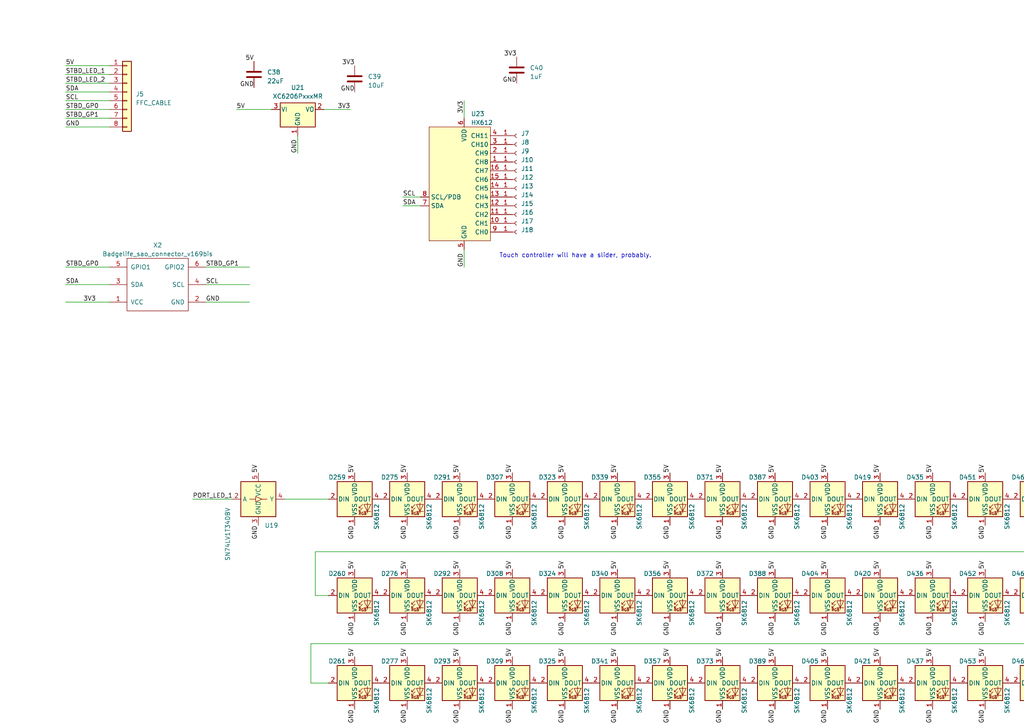
<source format=kicad_sch>
(kicad_sch (version 20221002) (generator eeschema)
  (paper "A4")
  (wire (pts (xy 97.79 445.77) (xy 101.6 445.77)))
  (wire (pts (xy 91.44 265.43) (xy 91.44 278.13)))
  (wire (pts (xy 349.25 445.77) (xy 349.25 458.47)))
  (wire (pts (xy 345.44 417.83) (xy 349.25 417.83)))
  (wire (pts (xy 101.6 417.83) (xy 96.52 417.83)))
  (wire (pts (xy 97.79 497.84) (xy 101.6 497.84)))
  (wire (pts (xy 342.9 278.13) (xy 339.09 278.13)))
  (wire (pts (xy 68.58 31.75) (xy 78.74 31.75)))
  (wire (pts (xy 342.9 318.77) (xy 91.44 318.77)))
  (wire (pts (xy 97.79 458.47) (xy 97.79 469.9)))
  (wire (pts (xy 19.05 24.13) (xy 31.75 24.13)))
  (wire (pts (xy 97.79 551.18) (xy 101.6 551.18)))
  (wire (pts (xy 91.44 250.19) (xy 95.25 250.19)))
  (wire (pts (xy 97.79 433.07) (xy 97.79 445.77)))
  (wire (pts (xy 342.9 144.78) (xy 342.9 160.02)))
  (wire (pts (xy 91.44 331.47) (xy 95.25 331.47)))
  (wire (pts (xy 19.05 36.83) (xy 31.75 36.83)))
  (wire (pts (xy 101.6 523.24) (xy 96.52 523.24)))
  (wire (pts (xy 96.52 523.24) (xy 96.52 511.81)))
  (wire (pts (xy 342.9 198.12) (xy 342.9 213.36)))
  (wire (pts (xy 91.44 172.72) (xy 95.25 172.72)))
  (wire (pts (xy 342.9 160.02) (xy 91.44 160.02)))
  (wire (pts (xy 342.9 213.36) (xy 91.44 213.36)))
  (wire (pts (xy 55.88 144.78) (xy 67.31 144.78)))
  (wire (pts (xy 90.17 198.12) (xy 90.17 186.69)))
  (wire (pts (xy 19.05 21.59) (xy 31.75 21.59)))
  (wire (pts (xy 96.52 511.81) (xy 349.25 511.81)))
  (wire (pts (xy 339.09 226.06) (xy 342.9 226.06)))
  (wire (pts (xy 349.25 417.83) (xy 349.25 433.07)))
  (wire (pts (xy 96.52 406.4) (xy 349.25 406.4)))
  (wire (pts (xy 339.09 144.78) (xy 342.9 144.78)))
  (wire (pts (xy 91.44 213.36) (xy 91.44 226.06)))
  (wire (pts (xy 339.09 250.19) (xy 342.9 250.19)))
  (wire (pts (xy 82.55 144.78) (xy 95.25 144.78)))
  (wire (pts (xy 97.79 469.9) (xy 101.6 469.9)))
  (wire (pts (xy 349.25 406.4) (xy 349.25 392.43)))
  (wire (pts (xy 19.05 77.47) (xy 31.75 77.47)))
  (wire (pts (xy 62.23 364.49) (xy 73.66 364.49)))
  (wire (pts (xy 121.92 57.15) (xy 116.84 57.15)))
  (wire (pts (xy 349.25 469.9) (xy 349.25 485.14)))
  (wire (pts (xy 19.05 31.75) (xy 31.75 31.75)))
  (wire (pts (xy 134.62 72.39) (xy 134.62 77.47)))
  (wire (pts (xy 59.69 87.63) (xy 72.39 87.63)))
  (wire (pts (xy 97.79 379.73) (xy 97.79 392.43)))
  (wire (pts (xy 342.9 226.06) (xy 342.9 238.76)))
  (wire (pts (xy 345.44 523.24) (xy 349.25 523.24)))
  (wire (pts (xy 91.44 238.76) (xy 91.44 250.19)))
  (wire (pts (xy 342.9 186.69) (xy 342.9 172.72)))
  (wire (pts (xy 342.9 292.1) (xy 342.9 278.13)))
  (wire (pts (xy 339.09 303.53) (xy 342.9 303.53)))
  (wire (pts (xy 90.17 303.53) (xy 90.17 292.1)))
  (wire (pts (xy 339.09 198.12) (xy 342.9 198.12)))
  (wire (pts (xy 91.44 160.02) (xy 91.44 172.72)))
  (wire (pts (xy 91.44 226.06) (xy 95.25 226.06)))
  (wire (pts (xy 349.25 379.73) (xy 97.79 379.73)))
  (wire (pts (xy 59.69 77.47) (xy 72.39 77.47)))
  (wire (pts (xy 19.05 29.21) (xy 31.75 29.21)))
  (wire (pts (xy 19.05 87.63) (xy 31.75 87.63)))
  (wire (pts (xy 96.52 417.83) (xy 96.52 406.4)))
  (wire (pts (xy 349.25 392.43) (xy 345.44 392.43)))
  (wire (pts (xy 95.25 303.53) (xy 90.17 303.53)))
  (wire (pts (xy 349.25 364.49) (xy 349.25 379.73)))
  (wire (pts (xy 349.25 523.24) (xy 349.25 538.48)))
  (wire (pts (xy 95.25 198.12) (xy 90.17 198.12)))
  (wire (pts (xy 342.9 172.72) (xy 339.09 172.72)))
  (wire (pts (xy 134.62 29.21) (xy 134.62 34.29)))
  (wire (pts (xy 97.79 538.48) (xy 97.79 551.18)))
  (wire (pts (xy 59.69 82.55) (xy 72.39 82.55)))
  (wire (pts (xy 342.9 238.76) (xy 91.44 238.76)))
  (wire (pts (xy 90.17 186.69) (xy 342.9 186.69)))
  (wire (pts (xy 342.9 303.53) (xy 342.9 318.77)))
  (wire (pts (xy 349.25 511.81) (xy 349.25 497.84)))
  (wire (pts (xy 88.9 364.49) (xy 101.6 364.49)))
  (wire (pts (xy 345.44 469.9) (xy 349.25 469.9)))
  (wire (pts (xy 349.25 433.07) (xy 97.79 433.07)))
  (wire (pts (xy 91.44 318.77) (xy 91.44 331.47)))
  (wire (pts (xy 93.98 31.75) (xy 101.6 31.75)))
  (wire (pts (xy 86.36 39.37) (xy 86.36 44.45)))
  (wire (pts (xy 342.9 265.43) (xy 91.44 265.43)))
  (wire (pts (xy 121.92 59.69) (xy 116.84 59.69)))
  (wire (pts (xy 345.44 445.77) (xy 349.25 445.77)))
  (wire (pts (xy 349.25 458.47) (xy 97.79 458.47)))
  (wire (pts (xy 91.44 278.13) (xy 95.25 278.13)))
  (wire (pts (xy 342.9 250.19) (xy 342.9 265.43)))
  (wire (pts (xy 97.79 392.43) (xy 101.6 392.43)))
  (wire (pts (xy 97.79 485.14) (xy 97.79 497.84)))
  (wire (pts (xy 349.25 538.48) (xy 97.79 538.48)))
  (wire (pts (xy 19.05 26.67) (xy 31.75 26.67)))
  (wire (pts (xy 19.05 19.05) (xy 31.75 19.05)))
  (wire (pts (xy 19.05 82.55) (xy 31.75 82.55)))
  (wire (pts (xy 349.25 497.84) (xy 345.44 497.84)))
  (wire (pts (xy 349.25 485.14) (xy 97.79 485.14)))
  (wire (pts (xy 19.05 34.29) (xy 31.75 34.29)))
  (wire (pts (xy 345.44 364.49) (xy 349.25 364.49)))
  (wire (pts (xy 90.17 292.1) (xy 342.9 292.1)))
  (text "Touch controller will have a slider, probably." (at 144.78 74.93 0) (effects (font (size 1.27 1.27)) (justify left bottom)))
  (label "GND" (at 185.42 400.05 270))
  (label "5V" (at 224.79 165.1 90))
  (label "GND" (at 209.55 339.09 270))
  (label "GND" (at 224.79 339.09 270))
  (label "5V" (at 74.93 137.16 90))
  (label "GND" (at 224.79 257.81 270))
  (label "GND" (at 255.27 152.4 270))
  (label "5V" (at 163.83 242.57 90))
  (label "GND" (at 118.11 180.34 270))
  (label "5V" (at 163.83 190.5 90))
  (label "5V" (at 209.55 218.44 90))
  (label "5V" (at 231.14 356.87 90))
  (label "GND" (at 285.75 205.74 270))
  (label "GND" (at 194.31 233.68 270))
  (label "GND" (at 331.47 180.34 270))
  (label "GND" (at 300.99 180.34 270))
  (label "5V" (at 194.31 323.85 90))
  (label "GND" (at 118.11 339.09 270))
  (label "5V" (at 300.99 137.16 90))
  (label "GND" (at 133.35 152.4 270))
  (label "GND" (at 109.22 558.8 270))
  (label "5V" (at 292.1 438.15 90))
  (label "GND" (at 200.66 372.11 270))
  (label "5V" (at 170.18 356.87 90))
  (label "GND" (at 322.58 530.86 270))
  (label "5V" (at 124.46 490.22 90))
  (label "5V" (at 109.22 356.87 90))
  (label "GND" (at 316.23 233.68 270))
  (label "GND" (at 133.35 180.34 270))
  (label "3V3" (at 134.62 29.21 270))
  (label "GND" (at 209.55 233.68 270))
  (label "GND" (at 163.83 311.15 270))
  (label "5V" (at 209.55 137.16 90))
  (label "5V" (at 246.38 490.22 90))
  (label "5V" (at 300.99 190.5 90))
  (label "GND" (at 200.66 425.45 270))
  (label "5V" (at 133.35 270.51 90))
  (label "5V" (at 148.59 165.1 90))
  (label "GND" (at 246.38 400.05 270))
  (label "5V" (at 163.83 295.91 90))
  (label "GND" (at 148.59 180.34 270))
  (label "GND" (at 139.7 372.11 270))
  (label "5V" (at 163.83 137.16 90))
  (label "GND" (at 73.66 25.4 180))
  (label "GND" (at 163.83 233.68 270))
  (label "GND" (at 215.9 453.39 270))
  (label "GND" (at 224.79 205.74 270))
  (label "5V" (at 139.7 438.15 90))
  (label "GND" (at 261.62 530.86 270))
  (label "GND" (at 270.51 233.68 270))
  (label "5V" (at 148.59 137.16 90))
  (label "GND" (at 337.82 530.86 270))
  (label "GND" (at 322.58 477.52 270))
  (label "GND" (at 148.59 311.15 270))
  (label "GND" (at 209.55 152.4 270))
  (label "5V" (at 270.51 295.91 90))
  (label "5V" (at 154.94 490.22 90))
  (label "5V" (at 316.23 218.44 90))
  (label "GND" (at 124.46 477.52 270))
  (label "5V" (at 276.86 515.62 90))
  (label "5V" (at 285.75 218.44 90))
  (label "GND" (at 185.42 558.8 270))
  (label "5V" (at 246.38 410.21 90))
  (label "GND" (at 322.58 425.45 270))
  (label "GND" (at 139.7 505.46 270))
  (label "GND" (at 124.46 372.11 270))
  (label "GND" (at 270.51 311.15 270))
  (label "5V" (at 307.34 384.81 90))
  (label "GND" (at 170.18 530.86 270))
  (label "GND" (at 102.87 26.67 180))
  (label "5V" (at 240.03 218.44 90))
  (label "GND" (at 224.79 180.34 270))
  (label "GND" (at 118.11 285.75 270))
  (label "GND" (at 86.36 44.45 90))
  (label "GND" (at 292.1 425.45 270))
  (label "GND" (at 124.46 558.8 270))
  (label "5V" (at 255.27 323.85 90))
  (label "5V" (at 246.38 384.81 90))
  (label "5V" (at 185.42 384.81 90))
  (label "5V" (at 194.31 270.51 90))
  (label "5V" (at 109.22 515.62 90))
  (label "5V" (at 270.51 137.16 90))
  (label "5V" (at 194.31 137.16 90))
  (label "GND" (at 300.99 257.81 270))
  (label "GND" (at 139.7 453.39 270))
  (label "5V" (at 102.87 295.91 90))
  (label "5V" (at 322.58 410.21 90))
  (label "GND" (at 133.35 257.81 270))
  (label "GND" (at 200.66 400.05 270))
  (label "GND" (at 292.1 453.39 270))
  (label "5V" (at 240.03 295.91 90))
  (label "3V3" (at 24.13 87.63 0))
  (label "5V" (at 292.1 356.87 90))
  (label "5V" (at 19.05 19.05 0))
  (label "GND" (at 179.07 205.74 270))
  (label "5V" (at 185.42 438.15 90))
  (label "GND" (at 215.9 530.86 270))
  (label "5V" (at 322.58 384.81 90))
  (label "5V" (at 300.99 323.85 90))
  (label "GND" (at 316.23 205.74 270))
  (label "5V" (at 337.82 384.81 90))
  (label "5V" (at 118.11 165.1 90))
  (label "GND" (at 124.46 425.45 270))
  (label "GND" (at 81.28 372.11 270))
  (label "5V" (at 322.58 515.62 90))
  (label "5V" (at 292.1 384.81 90))
  (label "GND" (at 124.46 453.39 270))
  (label "GND" (at 154.94 558.8 270))
  (label "GND" (at 209.55 311.15 270))
  (label "5V" (at 261.62 462.28 90))
  (label "5V" (at 231.14 462.28 90))
  (label "5V" (at 292.1 490.22 90))
  (label "GND" (at 224.79 233.68 270))
  (label "5V" (at 185.42 543.56 90))
  (label "5V" (at 255.27 137.16 90))
  (label "5V" (at 331.47 242.57 90))
  (label "GND" (at 261.62 400.05 270))
  (label "GND" (at 337.82 453.39 270))
  (label "5V" (at 133.35 323.85 90))
  (label "5V" (at 215.9 543.56 90))
  (label "5V" (at 154.94 384.81 90))
  (label "5V" (at 124.46 438.15 90))
  (label "5V" (at 322.58 490.22 90))
  (label "GND" (at 118.11 205.74 270))
  (label "5V" (at 270.51 218.44 90))
  (label "GND" (at 185.42 505.46 270))
  (label "5V" (at 102.87 190.5 90))
  (label "5V" (at 68.58 31.75 0))
  (label "GND" (at 133.35 285.75 270))
  (label "GND" (at 300.99 205.74 270))
  (label "GND" (at 231.14 530.86 270))
  (label "SCL" (at 59.69 82.55 0))
  (label "GND" (at 276.86 477.52 270))
  (label "GND" (at 337.82 477.52 270))
  (label "5V" (at 102.87 165.1 90))
  (label "5V" (at 194.31 218.44 90))
  (label "GND" (at 163.83 205.74 270))
  (label "GND" (at 102.87 257.81 270))
  (label "GND" (at 246.38 453.39 270))
  (label "5V" (at 73.66 17.78 180))
  (label "GND" (at 149.86 24.13 180))
  (label "5V" (at 276.86 384.81 90))
  (label "GND" (at 255.27 257.81 270))
  (label "GND" (at 270.51 152.4 270))
  (label "5V" (at 81.28 356.87 90))
  (label "5V" (at 255.27 242.57 90))
  (label "GND" (at 300.99 233.68 270))
  (label "5V" (at 185.42 462.28 90))
  (label "GND" (at 322.58 372.11 270))
  (label "5V" (at 200.66 356.87 90))
  (label "GND" (at 179.07 257.81 270))
  (label "5V" (at 240.03 190.5 90))
  (label "GND" (at 261.62 425.45 270))
  (label "GND" (at 102.87 233.68 270))
  (label "GND" (at 316.23 311.15 270))
  (label "5V" (at 270.51 270.51 90))
  (label "5V" (at 215.9 438.15 90))
  (label "GND" (at 307.34 453.39 270))
  (label "5V" (at 102.87 137.16 90))
  (label "5V" (at 133.35 242.57 90))
  (label "GND" (at 231.14 372.11 270))
  (label "GND" (at 331.47 233.68 270))
  (label "5V" (at 170.18 384.81 90))
  (label "5V" (at 240.03 323.85 90))
  (label "GND" (at 276.86 425.45 270))
  (label "5V" (at 276.86 490.22 90))
  (label "GND" (at 307.34 400.05 270))
  (label "GND" (at 337.82 425.45 270))
  (label "5V" (at 337.82 515.62 90))
  (label "GND" (at 139.7 425.45 270))
  (label "GND" (at 337.82 505.46 270))
  (label "5V" (at 209.55 270.51 90))
  (label "5V" (at 322.58 356.87 90))
  (label "GND" (at 109.22 477.52 270))
  (label "STBD_LED_2" (at 19.05 24.13 0))
  (label "5V" (at 170.18 438.15 90))
  (label "GND" (at 154.94 530.86 270))
  (label "GND" (at 109.22 453.39 270))
  (label "5V" (at 240.03 270.51 90))
  (label "5V" (at 292.1 543.56 90))
  (label "GND" (at 240.03 180.34 270))
  (label "5V" (at 179.07 242.57 90))
  (label "5V" (at 270.51 242.57 90))
  (label "GND" (at 270.51 180.34 270))
  (label "GND" (at 185.42 453.39 270))
  (label "GND" (at 154.94 477.52 270))
  (label "GND" (at 215.9 477.52 270))
  (label "GND" (at 200.66 453.39 270))
  (label "GND" (at 185.42 530.86 270))
  (label "GND" (at 316.23 180.34 270))
  (label "GND" (at 200.66 558.8 270))
  (label "GND" (at 185.42 372.11 270))
  (label "GND" (at 118.11 152.4 270))
  (label "PORT_LED_2" (at 62.23 364.49 0))
  (label "5V" (at 231.14 515.62 90))
  (label "GND" (at 331.47 311.15 270))
  (label "GND" (at 276.86 453.39 270))
  (label "5V" (at 209.55 190.5 90))
  (label "GND" (at 209.55 180.34 270))
  (label "GND" (at 270.51 339.09 270))
  (label "GND" (at 300.99 152.4 270))
  (label "GND" (at 322.58 400.05 270))
  (label "GND" (at 331.47 152.4 270))
  (label "5V" (at 246.38 438.15 90))
  (label "5V" (at 215.9 490.22 90))
  (label "5V" (at 179.07 270.51 90))
  (label "5V" (at 124.46 515.62 90))
  (label "GND" (at 109.22 400.05 270))
  (label "GND" (at 246.38 505.46 270))
  (label "STBD_LED_1" (at 19.05 21.59 0))
  (label "5V" (at 133.35 218.44 90))
  (label "GND" (at 322.58 558.8 270))
  (label "5V" (at 292.1 410.21 90))
  (label "5V" (at 255.27 295.91 90))
  (label "5V" (at 118.11 323.85 90))
  (label "5V" (at 124.46 410.21 90))
  (label "GND" (at 276.86 505.46 270))
  (label "5V" (at 307.34 515.62 90))
  (label "GND" (at 139.7 400.05 270))
  (label "GND" (at 200.66 530.86 270))
  (label "5V" (at 194.31 190.5 90))
  (label "STBD_GP1" (at 59.69 77.47 0))
  (label "GND" (at 276.86 400.05 270))
  (label "5V" (at 124.46 356.87 90))
  (label "5V" (at 200.66 462.28 90))
  (label "5V" (at 194.31 295.91 90))
  (label "5V" (at 261.62 384.81 90))
  (label "GND" (at 179.07 152.4 270))
  (label "5V" (at 255.27 270.51 90))
  (label "5V" (at 316.23 242.57 90))
  (label "GND" (at 300.99 339.09 270))
  (label "GND" (at 19.05 36.83 0))
  (label "5V" (at 285.75 270.51 90))
  (label "5V" (at 231.14 438.15 90))
  (label "GND" (at 139.7 558.8 270))
  (label "GND" (at 154.94 372.11 270))
  (label "5V" (at 246.38 543.56 90))
  (label "GND" (at 179.07 285.75 270))
  (label "GND" (at 102.87 205.74 270))
  (label "GND" (at 215.9 425.45 270))
  (label "GND" (at 292.1 372.11 270))
  (label "5V" (at 139.7 410.21 90))
  (label "5V" (at 154.94 410.21 90))
  (label "5V" (at 285.75 165.1 90))
  (label "5V" (at 200.66 543.56 90))
  (label "5V" (at 337.82 438.15 90))
  (label "5V" (at 139.7 462.28 90))
  (label "5V" (at 300.99 218.44 90))
  (label "5V" (at 316.23 323.85 90))
  (label "5V" (at 331.47 137.16 90))
  (label "GND" (at 270.51 205.74 270))
  (label "5V" (at 139.7 515.62 90))
  (label "5V" (at 215.9 462.28 90))
  (label "GND" (at 215.9 505.46 270))
  (label "5V" (at 170.18 543.56 90))
  (label "5V" (at 200.66 490.22 90))
  (label "GND" (at 322.58 453.39 270))
  (label "GND" (at 276.86 530.86 270))
  (label "5V" (at 148.59 323.85 90))
  (label "GND" (at 231.14 400.05 270))
  (label "5V" (at 261.62 410.21 90))
  (label "5V" (at 331.47 218.44 90))
  (label "GND" (at 240.03 285.75 270))
  (label "STBD_GP0" (at 19.05 31.75 0))
  (label "5V" (at 261.62 438.15 90))
  (label "GND" (at 261.62 477.52 270))
  (label "5V" (at 224.79 218.44 90))
  (label "5V" (at 133.35 165.1 90))
  (label "PORT_LED_1" (at 55.88 144.78 0))
  (label "5V" (at 118.11 137.16 90))
  (label "GND" (at 102.87 285.75 270))
  (label "5V" (at 331.47 323.85 90))
  (label "GND" (at 102.87 311.15 270))
  (label "5V" (at 209.55 165.1 90))
  (label "5V" (at 209.55 295.91 90))
  (label "GND" (at 170.18 453.39 270))
  (label "5V" (at 109.22 543.56 90))
  (label "5V" (at 102.87 218.44 90))
  (label "GND" (at 285.75 180.34 270))
  (label "GND" (at 124.46 505.46 270))
  (label "GND" (at 209.55 205.74 270))
  (label "STBD_GP1" (at 19.05 34.29 0))
  (label "5V" (at 224.79 137.16 90))
  (label "GND" (at 261.62 453.39 270))
  (label "GND" (at 285.75 285.75 270))
  (label "5V" (at 179.07 323.85 90))
  (label "5V" (at 185.42 410.21 90))
  (label "5V" (at 331.47 295.91 90))
  (label "GND" (at 246.38 372.11 270))
  (label "GND" (at 331.47 257.81 270))
  (label "GND" (at 240.03 205.74 270))
  (label "5V" (at 179.07 165.1 90))
  (label "5V" (at 224.79 242.57 90))
  (label "GND" (at 163.83 152.4 270))
  (label "5V" (at 246.38 462.28 90))
  (label "GND" (at 331.47 339.09 270))
  (label "5V" (at 240.03 165.1 90))
  (label "SCL" (at 116.84 57.15 0))
  (label "5V" (at 124.46 384.81 90))
  (label "GND" (at 300.99 285.75 270))
  (label "GND" (at 109.22 530.86 270))
  (label "GND" (at 124.46 530.86 270))
  (label "5V" (at 109.22 410.21 90))
  (label "5V" (at 285.75 323.85 90))
  (label "GND" (at 124.46 400.05 270))
  (label "5V" (at 240.03 242.57 90))
  (label "GND" (at 292.1 400.05 270))
  (label "5V" (at 194.31 242.57 90))
  (label "GND" (at 148.59 339.09 270))
  (label "5V" (at 307.34 543.56 90))
  (label "5V" (at 163.83 270.51 90))
  (label "5V" (at 316.23 270.51 90))
  (label "GND" (at 255.27 180.34 270))
  (label "GND" (at 270.51 285.75 270))
  (label "5V" (at 109.22 384.81 90))
  (label "GND" (at 331.47 285.75 270))
  (label "GND" (at 231.14 425.45 270))
  (label "5V" (at 163.83 323.85 90))
  (label "GND" (at 154.94 505.46 270))
  (label "GND" (at 118.11 311.15 270))
  (label "GND" (at 170.18 372.11 270))
  (label "5V" (at 307.34 490.22 90))
  (label "5V" (at 276.86 410.21 90))
  (label "5V" (at 307.34 410.21 90))
  (label "5V" (at 200.66 438.15 90))
  (label "GND" (at 102.87 152.4 270))
  (label "5V" (at 109.22 462.28 90))
  (label "GND" (at 316.23 285.75 270))
  (label "GND" (at 255.27 205.74 270))
  (label "GND" (at 240.03 233.68 270))
  (label "5V" (at 276.86 462.28 90))
  (label "GND" (at 246.38 558.8 270))
  (label "5V" (at 322.58 543.56 90))
  (label "GND" (at 255.27 339.09 270))
  (label "GND" (at 109.22 425.45 270))
  (label "5V" (at 154.94 462.28 90))
  (label "GND" (at 74.93 152.4 270))
  (label "GND" (at 270.51 257.81 270))
  (label "5V" (at 148.59 190.5 90))
  (label "5V" (at 300.99 295.91 90))
  (label "GND" (at 185.42 477.52 270))
  (label "GND" (at 307.34 372.11 270))
  (label "SDA" (at 19.05 26.67 0))
  (label "5V" (at 139.7 543.56 90))
  (label "5V" (at 200.66 384.81 90))
  (label "GND" (at 292.1 505.46 270))
  (label "5V" (at 337.82 356.87 90))
  (label "GND" (at 148.59 205.74 270))
  (label "3V3" (at 101.6 31.75 180))
  (label "GND" (at 59.69 87.63 0))
  (label "5V" (at 292.1 515.62 90))
  (label "GND" (at 231.14 505.46 270))
  (label "GND" (at 231.14 453.39 270))
  (label "5V" (at 292.1 462.28 90))
  (label "GND" (at 179.07 233.68 270))
  (label "GND" (at 316.23 339.09 270))
  (label "5V" (at 139.7 490.22 90))
  (label "5V" (at 316.23 137.16 90))
  (label "5V" (at 148.59 295.91 90))
  (label "5V" (at 261.62 543.56 90))
  (label "GND" (at 194.31 257.81 270))
  (label "GND" (at 300.99 311.15 270))
  (label "5V" (at 124.46 462.28 90))
  (label "5V" (at 154.94 438.15 90))
  (label "GND" (at 231.14 477.52 270))
  (label "GND" (at 307.34 530.86 270))
  (label "5V" (at 179.07 137.16 90))
  (label "GND" (at 109.22 372.11 270))
  (label "5V" (at 194.31 165.1 90))
  (label "GND" (at 215.9 558.8 270))
  (label "GND" (at 194.31 285.75 270))
  (label "GND" (at 240.03 339.09 270))
  (label "GND" (at 102.87 180.34 270))
  (label "GND" (at 285.75 339.09 270))
  (label "5V" (at 307.34 356.87 90))
  (label "GND" (at 292.1 530.86 270))
  (label "5V" (at 255.27 165.1 90))
  (label "GND" (at 322.58 505.46 270))
  (label "GND" (at 307.34 425.45 270))
  (label "GND" (at 200.66 477.52 270))
  (label "GND" (at 331.47 205.74 270))
  (label "5V" (at 148.59 270.51 90))
  (label "GND" (at 307.34 558.8 270))
  (label "5V" (at 215.9 410.21 90))
  (label "GND" (at 285.75 152.4 270))
  (label "5V" (at 179.07 190.5 90))
  (label "5V" (at 261.62 490.22 90))
  (label "GND" (at 133.35 205.74 270))
  (label "5V" (at 179.07 295.91 90))
  (label "5V" (at 276.86 438.15 90))
  (label "5V" (at 209.55 242.57 90))
  (label "5V" (at 154.94 543.56 90))
  (label "GND" (at 170.18 558.8 270))
  (label "GND" (at 261.62 558.8 270))
  (label "5V" (at 231.14 384.81 90))
  (label "GND" (at 337.82 400.05 270))
  (label "GND" (at 133.35 233.68 270))
  (label "GND" (at 224.79 152.4 270))
  (label "5V" (at 118.11 295.91 90))
  (label "5V" (at 102.87 270.51 90))
  (label "GND" (at 200.66 505.46 270))
  (label "5V" (at 179.07 218.44 90))
  (label "5V" (at 133.35 190.5 90))
  (label "5V" (at 124.46 543.56 90))
  (label "SCL" (at 19.05 29.21 0))
  (label "5V" (at 215.9 515.62 90))
  (label "GND" (at 261.62 372.11 270))
  (label "GND" (at 148.59 257.81 270))
  (label "GND" (at 337.82 558.8 270))
  (label "GND" (at 240.03 257.81 270))
  (label "GND" (at 163.83 339.09 270))
  (label "GND" (at 154.94 425.45 270))
  (label "GND" (at 118.11 233.68 270))
  (label "5V" (at 270.51 323.85 90))
  (label "GND" (at 246.38 477.52 270))
  (label "GND" (at 240.03 311.15 270))
  (label "GND" (at 215.9 400.05 270))
  (label "GND" (at 179.07 311.15 270))
  (label "5V" (at 148.59 242.57 90))
  (label "5V" (at 118.11 270.51 90))
  (label "5V" (at 270.51 190.5 90))
  (label "GND" (at 194.31 339.09 270))
  (label "GND" (at 194.31 152.4 270))
  (label "5V" (at 285.75 242.57 90))
  (label "GND" (at 133.35 311.15 270))
  (label "GND" (at 292.1 477.52 270))
  (label "5V" (at 209.55 323.85 90))
  (label "GND" (at 154.94 400.05 270))
  (label "GND" (at 194.31 311.15 270))
  (label "5V" (at 300.99 270.51 90))
  (label "5V" (at 331.47 165.1 90))
  (label "5V" (at 285.75 137.16 90))
  (label "GND" (at 134.62 77.47 90))
  (label "5V" (at 316.23 165.1 90))
  (label "GND" (at 170.18 400.05 270))
  (label "GND" (at 240.03 152.4 270))
  (label "5V" (at 331.47 190.5 90))
  (label "GND" (at 133.35 339.09 270))
  (label "GND" (at 285.75 311.15 270))
  (label "5V" (at 300.99 242.57 90))
  (label "GND" (at 285.75 257.81 270))
  (label "5V" (at 163.83 218.44 90))
  (label "GND" (at 307.34 477.52 270))
  (label "GND" (at 224.79 311.15 270))
  (label "5V" (at 200.66 515.62 90))
  (label "5V" (at 261.62 515.62 90))
  (label "GND" (at 255.27 285.75 270))
  (label "5V" (at 224.79 295.91 90))
  (label "5V" (at 276.86 356.87 90))
  (label "5V" (at 307.34 462.28 90))
  (label "GND" (at 215.9 372.11 270))
  (label "GND" (at 185.42 425.45 270))
  (label "5V" (at 185.42 515.62 90))
  (label "5V" (at 170.18 490.22 90))
  (label "5V" (at 148.59 218.44 90))
  (label "5V" (at 231.14 410.21 90))
  (label "3V3" (at 102.87 19.05 180))
  (label "5V" (at 224.79 270.51 90))
  (label "5V" (at 224.79 190.5 90))
  (label "5V" (at 322.58 462.28 90))
  (label "GND" (at 194.31 205.74 270))
  (label "5V" (at 316.23 295.91 90))
  (label "GND" (at 255.27 311.15 270))
  (label "5V" (at 215.9 356.87 90))
  (label "GND" (at 163.83 285.75 270))
  (label "GND" (at 163.83 257.81 270))
  (label "5V" (at 331.47 270.51 90))
  (label "5V" (at 133.35 137.16 90))
  (label "GND" (at 276.86 558.8 270))
  (label "5V" (at 118.11 190.5 90))
  (label "GND" (at 170.18 505.46 270))
  (label "5V" (at 322.58 438.15 90))
  (label "GND" (at 139.7 530.86 270))
  (label "5V" (at 337.82 462.28 90))
  (label "5V" (at 215.9 384.81 90))
  (label "5V" (at 337.82 410.21 90))
  (label "GND" (at 255.27 233.68 270))
  (label "5V" (at 240.03 137.16 90))
  (label "5V" (at 170.18 410.21 90))
  (label "GND" (at 118.11 257.81 270))
  (label "5V" (at 102.87 323.85 90))
  (label "5V" (at 170.18 515.62 90))
  (label "5V" (at 255.27 190.5 90))
  (label "5V" (at 109.22 438.15 90))
  (label "GND" (at 307.34 505.46 270))
  (label "5V" (at 255.27 218.44 90))
  (label "GND" (at 148.59 152.4 270))
  (label "SDA" (at 116.84 59.69 0))
  (label "GND" (at 154.94 453.39 270))
  (label "5V" (at 133.35 295.91 90))
  (label "STBD_GP0" (at 19.05 77.47 0))
  (label "5V" (at 285.75 190.5 90))
  (label "GND" (at 109.22 505.46 270))
  (label "GND" (at 139.7 477.52 270))
  (label "GND" (at 170.18 425.45 270))
  (label "GND" (at 170.18 477.52 270))
  (label "5V" (at 337.82 543.56 90))
  (label "5V" (at 118.11 242.57 90))
  (label "GND" (at 194.31 180.34 270))
  (label "3V3" (at 149.86 16.51 180))
  (label "5V" (at 139.7 356.87 90))
  (label "GND" (at 246.38 425.45 270))
  (label "5V" (at 185.42 490.22 90))
  (label "GND" (at 316.23 152.4 270))
  (label "GND" (at 246.38 530.86 270))
  (label "GND" (at 316.23 257.81 270))
  (label "5V" (at 231.14 490.22 90))
  (label "5V" (at 109.22 490.22 90))
  (label "GND" (at 179.07 180.34 270))
  (label "5V" (at 270.51 165.1 90))
  (label "5V" (at 246.38 356.87 90))
  (label "5V" (at 170.18 462.28 90))
  (label "GND" (at 276.86 372.11 270))
  (label "SDA" (at 19.05 82.55 0))
  (label "GND" (at 231.14 558.8 270))
  (label "GND" (at 209.55 285.75 270))
  (label "GND" (at 292.1 558.8 270))
  (label "5V" (at 139.7 384.81 90))
  (label "5V" (at 102.87 242.57 90))
  (label "5V" (at 307.34 438.15 90))
  (label "5V" (at 337.82 490.22 90))
  (label "5V" (at 261.62 356.87 90))
  (label "GND" (at 209.55 257.81 270))
  (label "5V" (at 185.42 356.87 90))
  (label "5V" (at 316.23 190.5 90))
  (label "GND" (at 163.83 180.34 270))
  (label "5V" (at 118.11 218.44 90))
  (label "5V" (at 276.86 543.56 90))
  (label "GND" (at 337.82 372.11 270))
  (label "5V" (at 285.75 295.91 90))
  (label "5V" (at 154.94 515.62 90))
  (label "5V" (at 154.94 356.87 90))
  (label "5V" (at 246.38 515.62 90))
  (label "5V" (at 300.99 165.1 90))
  (label "GND" (at 148.59 285.75 270))
  (label "GND" (at 285.75 233.68 270))
  (label "5V" (at 224.79 323.85 90))
  (label "5V" (at 200.66 410.21 90))
  (label "GND" (at 261.62 505.46 270))
  (label "GND" (at 179.07 339.09 270))
  (label "GND" (at 102.87 339.09 270))
  (label "GND" (at 148.59 233.68 270))
  (label "GND" (at 224.79 285.75 270))
  (label "5V" (at 231.14 543.56 90))
  (label "5V" (at 163.83 165.1 90))
  (symbol (lib_id "LED:SK6812") (at 300.99 331.47 0) (unit 1)
    (default_instance (reference "D2") (unit 1) (value "SK6812") (footprint "XL3528RGBW:XL-3528RGBW"))
    (property "Reference" "D2" (at 295.91 325.12 0))
    (property "Value" "SK6812" (at 307.34 336.55 90))
    (property "Footprint" "XL3528RGBW:XL-3528RGBW" (effects hide))
    (property "Datasheet" "https://cdn-shop.adafruit.com/product-files/1138/SK6812+LED+datasheet+.pdf" (effects hide))
    (property "LCSC" "C2890364" (effects hide))
    (instances (project "ButterflyBadge" (path "" (reference "D474") (unit 1) (value "SK6812") (footprint "XL3528RGBW:XL-3528RGBW"))))
  )
  (symbol (lib_id "LED:SK6812") (at 133.35 250.19 0) (unit 1)
    (default_instance (reference "D2") (unit 1) (value "SK6812") (footprint "XL3528RGBW:XL-3528RGBW"))
    (property "Reference" "D2" (at 128.27 243.84 0))
    (property "Value" "SK6812" (at 139.7 255.27 90))
    (property "Footprint" "XL3528RGBW:XL-3528RGBW" (effects hide))
    (property "Datasheet" "https://cdn-shop.adafruit.com/product-files/1138/SK6812+LED+datasheet+.pdf" (effects hide))
    (property "LCSC" "C2890364" (effects hide))
    (instances (project "ButterflyBadge" (path "" (reference "D295") (unit 1) (value "SK6812") (footprint "XL3528RGBW:XL-3528RGBW"))))
  )
  (symbol (lib_id "LED:SK6812") (at 270.51 278.13 0) (unit 1)
    (default_instance (reference "D2") (unit 1) (value "SK6812") (footprint "XL3528RGBW:XL-3528RGBW"))
    (property "Reference" "D2" (at 265.43 271.78 0))
    (property "Value" "SK6812" (at 276.86 283.21 90))
    (property "Footprint" "XL3528RGBW:XL-3528RGBW" (effects hide))
    (property "Datasheet" "https://cdn-shop.adafruit.com/product-files/1138/SK6812+LED+datasheet+.pdf" (effects hide))
    (property "LCSC" "C2890364" (effects hide))
    (instances (project "ButterflyBadge" (path "" (reference "D440") (unit 1) (value "SK6812") (footprint "XL3528RGBW:XL-3528RGBW"))))
  )
  (symbol (lib_id "LED:SK6812") (at 200.66 417.83 0) (unit 1)
    (default_instance (reference "D2") (unit 1) (value "SK6812") (footprint "XL3528RGBW:XL-3528RGBW"))
    (property "Reference" "D2" (at 195.58 411.48 0))
    (property "Value" "SK6812" (at 207.01 422.91 90))
    (property "Footprint" "XL3528RGBW:XL-3528RGBW" (effects hide))
    (property "Datasheet" "https://cdn-shop.adafruit.com/product-files/1138/SK6812+LED+datasheet+.pdf" (effects hide))
    (property "LCSC" "C2890364" (effects hide))
    (instances (project "ButterflyBadge" (path "" (reference "D365") (unit 1) (value "SK6812") (footprint "XL3528RGBW:XL-3528RGBW"))))
  )
  (symbol (lib_id "LED:SK6812") (at 118.11 172.72 0) (unit 1)
    (default_instance (reference "D2") (unit 1) (value "SK6812") (footprint "XL3528RGBW:XL-3528RGBW"))
    (property "Reference" "D2" (at 113.03 166.37 0))
    (property "Value" "SK6812" (at 124.46 177.8 90))
    (property "Footprint" "XL3528RGBW:XL-3528RGBW" (effects hide))
    (property "Datasheet" "https://cdn-shop.adafruit.com/product-files/1138/SK6812+LED+datasheet+.pdf" (effects hide))
    (property "LCSC" "C2890364" (effects hide))
    (instances (project "ButterflyBadge" (path "" (reference "D276") (unit 1) (value "SK6812") (footprint "XL3528RGBW:XL-3528RGBW"))))
  )
  (symbol (lib_id "LED:SK6812") (at 163.83 303.53 0) (unit 1)
    (default_instance (reference "D2") (unit 1) (value "SK6812") (footprint "XL3528RGBW:XL-3528RGBW"))
    (property "Reference" "D2" (at 158.75 297.18 0))
    (property "Value" "SK6812" (at 170.18 308.61 90))
    (property "Footprint" "XL3528RGBW:XL-3528RGBW" (effects hide))
    (property "Datasheet" "https://cdn-shop.adafruit.com/product-files/1138/SK6812+LED+datasheet+.pdf" (effects hide))
    (property "LCSC" "C2890364" (effects hide))
    (instances (project "ButterflyBadge" (path "" (reference "D329") (unit 1) (value "SK6812") (footprint "XL3528RGBW:XL-3528RGBW"))))
  )
  (symbol (lib_id "LED:SK6812") (at 240.03 144.78 0) (unit 1)
    (default_instance (reference "D2") (unit 1) (value "SK6812") (footprint "XL3528RGBW:XL-3528RGBW"))
    (property "Reference" "D2" (at 234.95 138.43 0))
    (property "Value" "SK6812" (at 246.38 149.86 90))
    (property "Footprint" "XL3528RGBW:XL-3528RGBW" (effects hide))
    (property "Datasheet" "https://cdn-shop.adafruit.com/product-files/1138/SK6812+LED+datasheet+.pdf" (effects hide))
    (property "LCSC" "C2890364" (effects hide))
    (instances (project "ButterflyBadge" (path "" (reference "D403") (unit 1) (value "SK6812") (footprint "XL3528RGBW:XL-3528RGBW"))))
  )
  (symbol (lib_id "LED:SK6812") (at 270.51 144.78 0) (unit 1)
    (default_instance (reference "D2") (unit 1) (value "SK6812") (footprint "XL3528RGBW:XL-3528RGBW"))
    (property "Reference" "D2" (at 265.43 138.43 0))
    (property "Value" "SK6812" (at 276.86 149.86 90))
    (property "Footprint" "XL3528RGBW:XL-3528RGBW" (effects hide))
    (property "Datasheet" "https://cdn-shop.adafruit.com/product-files/1138/SK6812+LED+datasheet+.pdf" (effects hide))
    (property "LCSC" "C2890364" (effects hide))
    (instances (project "ButterflyBadge" (path "" (reference "D435") (unit 1) (value "SK6812") (footprint "XL3528RGBW:XL-3528RGBW"))))
  )
  (symbol (lib_id "LED:SK6812") (at 246.38 364.49 0) (unit 1)
    (default_instance (reference "D2") (unit 1) (value "SK6812") (footprint "XL3528RGBW:XL-3528RGBW"))
    (property "Reference" "D2" (at 241.3 358.14 0))
    (property "Value" "SK6812" (at 252.73 369.57 90))
    (property "Footprint" "XL3528RGBW:XL-3528RGBW" (effects hide))
    (property "Datasheet" "https://cdn-shop.adafruit.com/product-files/1138/SK6812+LED+datasheet+.pdf" (effects hide))
    (property "LCSC" "C2890364" (effects hide))
    (instances (project "ButterflyBadge" (path "" (reference "D411") (unit 1) (value "SK6812") (footprint "XL3528RGBW:XL-3528RGBW"))))
  )
  (symbol (lib_id "LED:SK6812") (at 285.75 250.19 0) (unit 1)
    (default_instance (reference "D2") (unit 1) (value "SK6812") (footprint "XL3528RGBW:XL-3528RGBW"))
    (property "Reference" "D2" (at 280.67 243.84 0))
    (property "Value" "SK6812" (at 292.1 255.27 90))
    (property "Footprint" "XL3528RGBW:XL-3528RGBW" (effects hide))
    (property "Datasheet" "https://cdn-shop.adafruit.com/product-files/1138/SK6812+LED+datasheet+.pdf" (effects hide))
    (property "LCSC" "C2890364" (effects hide))
    (instances (project "ButterflyBadge" (path "" (reference "D455") (unit 1) (value "SK6812") (footprint "XL3528RGBW:XL-3528RGBW"))))
  )
  (symbol (lib_id "LED:SK6812") (at 261.62 497.84 0) (unit 1)
    (default_instance (reference "D2") (unit 1) (value "SK6812") (footprint "XL3528RGBW:XL-3528RGBW"))
    (property "Reference" "D2" (at 256.54 491.49 0))
    (property "Value" "SK6812" (at 267.97 502.92 90))
    (property "Footprint" "XL3528RGBW:XL-3528RGBW" (effects hide))
    (property "Datasheet" "https://cdn-shop.adafruit.com/product-files/1138/SK6812+LED+datasheet+.pdf" (effects hide))
    (property "LCSC" "C2890364" (effects hide))
    (instances (project "ButterflyBadge" (path "" (reference "D432") (unit 1) (value "SK6812") (footprint "XL3528RGBW:XL-3528RGBW"))))
  )
  (symbol (lib_id "LED:SK6812") (at 331.47 144.78 0) (unit 1)
    (default_instance (reference "D2") (unit 1) (value "SK6812") (footprint "XL3528RGBW:XL-3528RGBW"))
    (property "Reference" "D2" (at 326.39 138.43 0))
    (property "Value" "SK6812" (at 337.82 149.86 90))
    (property "Footprint" "XL3528RGBW:XL-3528RGBW" (effects hide))
    (property "Datasheet" "https://cdn-shop.adafruit.com/product-files/1138/SK6812+LED+datasheet+.pdf" (effects hide))
    (property "LCSC" "C2890364" (effects hide))
    (instances (project "ButterflyBadge" (path "" (reference "D499") (unit 1) (value "SK6812") (footprint "XL3528RGBW:XL-3528RGBW"))))
  )
  (symbol (lib_id "LED:SK6812") (at 224.79 303.53 0) (unit 1)
    (default_instance (reference "D2") (unit 1) (value "SK6812") (footprint "XL3528RGBW:XL-3528RGBW"))
    (property "Reference" "D2" (at 219.71 297.18 0))
    (property "Value" "SK6812" (at 231.14 308.61 90))
    (property "Footprint" "XL3528RGBW:XL-3528RGBW" (effects hide))
    (property "Datasheet" "https://cdn-shop.adafruit.com/product-files/1138/SK6812+LED+datasheet+.pdf" (effects hide))
    (property "LCSC" "C2890364" (effects hide))
    (instances (project "ButterflyBadge" (path "" (reference "D393") (unit 1) (value "SK6812") (footprint "XL3528RGBW:XL-3528RGBW"))))
  )
  (symbol (lib_id "LED:SK6812") (at 316.23 144.78 0) (unit 1)
    (default_instance (reference "D2") (unit 1) (value "SK6812") (footprint "XL3528RGBW:XL-3528RGBW"))
    (property "Reference" "D2" (at 311.15 138.43 0))
    (property "Value" "SK6812" (at 322.58 149.86 90))
    (property "Footprint" "XL3528RGBW:XL-3528RGBW" (effects hide))
    (property "Datasheet" "https://cdn-shop.adafruit.com/product-files/1138/SK6812+LED+datasheet+.pdf" (effects hide))
    (property "LCSC" "C2890364" (effects hide))
    (instances (project "ButterflyBadge" (path "" (reference "D483") (unit 1) (value "SK6812") (footprint "XL3528RGBW:XL-3528RGBW"))))
  )
  (symbol (lib_id "LED:SK6812") (at 300.99 250.19 0) (unit 1)
    (default_instance (reference "D2") (unit 1) (value "SK6812") (footprint "XL3528RGBW:XL-3528RGBW"))
    (property "Reference" "D2" (at 295.91 243.84 0))
    (property "Value" "SK6812" (at 307.34 255.27 90))
    (property "Footprint" "XL3528RGBW:XL-3528RGBW" (effects hide))
    (property "Datasheet" "https://cdn-shop.adafruit.com/product-files/1138/SK6812+LED+datasheet+.pdf" (effects hide))
    (property "LCSC" "C2890364" (effects hide))
    (instances (project "ButterflyBadge" (path "" (reference "D471") (unit 1) (value "SK6812") (footprint "XL3528RGBW:XL-3528RGBW"))))
  )
  (symbol (lib_id "LED:SK6812") (at 209.55 250.19 0) (unit 1)
    (default_instance (reference "D2") (unit 1) (value "SK6812") (footprint "XL3528RGBW:XL-3528RGBW"))
    (property "Reference" "D2" (at 204.47 243.84 0))
    (property "Value" "SK6812" (at 215.9 255.27 90))
    (property "Footprint" "XL3528RGBW:XL-3528RGBW" (effects hide))
    (property "Datasheet" "https://cdn-shop.adafruit.com/product-files/1138/SK6812+LED+datasheet+.pdf" (effects hide))
    (property "LCSC" "C2890364" (effects hide))
    (instances (project "ButterflyBadge" (path "" (reference "D375") (unit 1) (value "SK6812") (footprint "XL3528RGBW:XL-3528RGBW"))))
  )
  (symbol (lib_id "LED:SK6812") (at 194.31 250.19 0) (unit 1)
    (default_instance (reference "D2") (unit 1) (value "SK6812") (footprint "XL3528RGBW:XL-3528RGBW"))
    (property "Reference" "D2" (at 189.23 243.84 0))
    (property "Value" "SK6812" (at 200.66 255.27 90))
    (property "Footprint" "XL3528RGBW:XL-3528RGBW" (effects hide))
    (property "Datasheet" "https://cdn-shop.adafruit.com/product-files/1138/SK6812+LED+datasheet+.pdf" (effects hide))
    (property "LCSC" "C2890364" (effects hide))
    (instances (project "ButterflyBadge" (path "" (reference "D359") (unit 1) (value "SK6812") (footprint "XL3528RGBW:XL-3528RGBW"))))
  )
  (symbol (lib_id "LED:SK6812") (at 261.62 417.83 0) (unit 1)
    (default_instance (reference "D2") (unit 1) (value "SK6812") (footprint "XL3528RGBW:XL-3528RGBW"))
    (property "Reference" "D2" (at 256.54 411.48 0))
    (property "Value" "SK6812" (at 267.97 422.91 90))
    (property "Footprint" "XL3528RGBW:XL-3528RGBW" (effects hide))
    (property "Datasheet" "https://cdn-shop.adafruit.com/product-files/1138/SK6812+LED+datasheet+.pdf" (effects hide))
    (property "LCSC" "C2890364" (effects hide))
    (instances (project "ButterflyBadge" (path "" (reference "D429") (unit 1) (value "SK6812") (footprint "XL3528RGBW:XL-3528RGBW"))))
  )
  (symbol (lib_id "LED:SK6812") (at 300.99 198.12 0) (unit 1)
    (default_instance (reference "D2") (unit 1) (value "SK6812") (footprint "XL3528RGBW:XL-3528RGBW"))
    (property "Reference" "D2" (at 295.91 191.77 0))
    (property "Value" "SK6812" (at 307.34 203.2 90))
    (property "Footprint" "XL3528RGBW:XL-3528RGBW" (effects hide))
    (property "Datasheet" "https://cdn-shop.adafruit.com/product-files/1138/SK6812+LED+datasheet+.pdf" (effects hide))
    (property "LCSC" "C2890364" (effects hide))
    (instances (project "ButterflyBadge" (path "" (reference "D469") (unit 1) (value "SK6812") (footprint "XL3528RGBW:XL-3528RGBW"))))
  )
  (symbol (lib_id "LED:SK6812") (at 185.42 469.9 0) (unit 1)
    (default_instance (reference "D2") (unit 1) (value "SK6812") (footprint "XL3528RGBW:XL-3528RGBW"))
    (property "Reference" "D2" (at 180.34 463.55 0))
    (property "Value" "SK6812" (at 191.77 474.98 90))
    (property "Footprint" "XL3528RGBW:XL-3528RGBW" (effects hide))
    (property "Datasheet" "https://cdn-shop.adafruit.com/product-files/1138/SK6812+LED+datasheet+.pdf" (effects hide))
    (property "LCSC" "C2890364" (effects hide))
    (instances (project "ButterflyBadge" (path "" (reference "D351") (unit 1) (value "SK6812") (footprint "XL3528RGBW:XL-3528RGBW"))))
  )
  (symbol (lib_id "LED:SK6812") (at 118.11 198.12 0) (unit 1)
    (default_instance (reference "D2") (unit 1) (value "SK6812") (footprint "XL3528RGBW:XL-3528RGBW"))
    (property "Reference" "D2" (at 113.03 191.77 0))
    (property "Value" "SK6812" (at 124.46 203.2 90))
    (property "Footprint" "XL3528RGBW:XL-3528RGBW" (effects hide))
    (property "Datasheet" "https://cdn-shop.adafruit.com/product-files/1138/SK6812+LED+datasheet+.pdf" (effects hide))
    (property "LCSC" "C2890364" (effects hide))
    (instances (project "ButterflyBadge" (path "" (reference "D277") (unit 1) (value "SK6812") (footprint "XL3528RGBW:XL-3528RGBW"))))
  )
  (symbol (lib_id "HX612:HX612") (at 134.62 53.34 0) (unit 1)
    (default_instance (reference "U15") (unit 1) (value "HX612") (footprint "Package_SO:SOP-16_3.9x9.9mm_P1.27mm"))
    (property "Reference" "U15" (at 136.5759 33.02 0) (effects (justify left)))
    (property "Value" "HX612" (at 136.5759 35.56 0) (effects (justify left)))
    (property "Footprint" "Package_SO:SOP-16_3.9x9.9mm_P1.27mm" (effects hide))
    (instances (project "ButterflyBadge" (path "" (reference "U23") (unit 1) (value "HX612") (footprint "Package_SO:SOP-16_3.9x9.9mm_P1.27mm"))))
  )
  (symbol (lib_id "LED:SK6812") (at 209.55 303.53 0) (unit 1)
    (default_instance (reference "D2") (unit 1) (value "SK6812") (footprint "XL3528RGBW:XL-3528RGBW"))
    (property "Reference" "D2" (at 204.47 297.18 0))
    (property "Value" "SK6812" (at 215.9 308.61 90))
    (property "Footprint" "XL3528RGBW:XL-3528RGBW" (effects hide))
    (property "Datasheet" "https://cdn-shop.adafruit.com/product-files/1138/SK6812+LED+datasheet+.pdf" (effects hide))
    (property "LCSC" "C2890364" (effects hide))
    (instances (project "ButterflyBadge" (path "" (reference "D377") (unit 1) (value "SK6812") (footprint "XL3528RGBW:XL-3528RGBW"))))
  )
  (symbol (lib_id "LED:SK6812") (at 276.86 497.84 0) (unit 1)
    (default_instance (reference "D2") (unit 1) (value "SK6812") (footprint "XL3528RGBW:XL-3528RGBW"))
    (property "Reference" "D2" (at 271.78 491.49 0))
    (property "Value" "SK6812" (at 283.21 502.92 90))
    (property "Footprint" "XL3528RGBW:XL-3528RGBW" (effects hide))
    (property "Datasheet" "https://cdn-shop.adafruit.com/product-files/1138/SK6812+LED+datasheet+.pdf" (effects hide))
    (property "LCSC" "C2890364" (effects hide))
    (instances (project "ButterflyBadge" (path "" (reference "D448") (unit 1) (value "SK6812") (footprint "XL3528RGBW:XL-3528RGBW"))))
  )
  (symbol (lib_id "LED:SK6812") (at 215.9 523.24 0) (unit 1)
    (default_instance (reference "D2") (unit 1) (value "SK6812") (footprint "XL3528RGBW:XL-3528RGBW"))
    (property "Reference" "D2" (at 210.82 516.89 0))
    (property "Value" "SK6812" (at 222.25 528.32 90))
    (property "Footprint" "XL3528RGBW:XL-3528RGBW" (effects hide))
    (property "Datasheet" "https://cdn-shop.adafruit.com/product-files/1138/SK6812+LED+datasheet+.pdf" (effects hide))
    (property "LCSC" "C2890364" (effects hide))
    (instances (project "ButterflyBadge" (path "" (reference "D385") (unit 1) (value "SK6812") (footprint "XL3528RGBW:XL-3528RGBW"))))
  )
  (symbol (lib_id "LED:SK6812") (at 185.42 392.43 0) (unit 1)
    (default_instance (reference "D2") (unit 1) (value "SK6812") (footprint "XL3528RGBW:XL-3528RGBW"))
    (property "Reference" "D2" (at 180.34 386.08 0))
    (property "Value" "SK6812" (at 191.77 397.51 90))
    (property "Footprint" "XL3528RGBW:XL-3528RGBW" (effects hide))
    (property "Datasheet" "https://cdn-shop.adafruit.com/product-files/1138/SK6812+LED+datasheet+.pdf" (effects hide))
    (property "LCSC" "C2890364" (effects hide))
    (instances (project "ButterflyBadge" (path "" (reference "D348") (unit 1) (value "SK6812") (footprint "XL3528RGBW:XL-3528RGBW"))))
  )
  (symbol (lib_id "LED:SK6812") (at 179.07 172.72 0) (unit 1)
    (default_instance (reference "D2") (unit 1) (value "SK6812") (footprint "XL3528RGBW:XL-3528RGBW"))
    (property "Reference" "D2" (at 173.99 166.37 0))
    (property "Value" "SK6812" (at 185.42 177.8 90))
    (property "Footprint" "XL3528RGBW:XL-3528RGBW" (effects hide))
    (property "Datasheet" "https://cdn-shop.adafruit.com/product-files/1138/SK6812+LED+datasheet+.pdf" (effects hide))
    (property "LCSC" "C2890364" (effects hide))
    (instances (project "ButterflyBadge" (path "" (reference "D340") (unit 1) (value "SK6812") (footprint "XL3528RGBW:XL-3528RGBW"))))
  )
  (symbol (lib_id "LED:SK6812") (at 102.87 226.06 0) (unit 1)
    (default_instance (reference "D2") (unit 1) (value "SK6812") (footprint "XL3528RGBW:XL-3528RGBW"))
    (property "Reference" "D2" (at 97.79 219.71 0))
    (property "Value" "SK6812" (at 109.22 231.14 90))
    (property "Footprint" "XL3528RGBW:XL-3528RGBW" (effects hide))
    (property "Datasheet" "https://cdn-shop.adafruit.com/product-files/1138/SK6812+LED+datasheet+.pdf" (effects hide))
    (property "LCSC" "C2890364" (effects hide))
    (instances (project "ButterflyBadge" (path "" (reference "D262") (unit 1) (value "SK6812") (footprint "XL3528RGBW:XL-3528RGBW"))))
  )
  (symbol (lib_id "LED:SK6812") (at 118.11 303.53 0) (unit 1)
    (default_instance (reference "D2") (unit 1) (value "SK6812") (footprint "XL3528RGBW:XL-3528RGBW"))
    (property "Reference" "D2" (at 113.03 297.18 0))
    (property "Value" "SK6812" (at 124.46 308.61 90))
    (property "Footprint" "XL3528RGBW:XL-3528RGBW" (effects hide))
    (property "Datasheet" "https://cdn-shop.adafruit.com/product-files/1138/SK6812+LED+datasheet+.pdf" (effects hide))
    (property "LCSC" "C2890364" (effects hide))
    (instances (project "ButterflyBadge" (path "" (reference "D281") (unit 1) (value "SK6812") (footprint "XL3528RGBW:XL-3528RGBW"))))
  )
  (symbol (lib_id "LED:SK6812") (at 124.46 417.83 0) (unit 1)
    (default_instance (reference "D2") (unit 1) (value "SK6812") (footprint "XL3528RGBW:XL-3528RGBW"))
    (property "Reference" "D2" (at 119.38 411.48 0))
    (property "Value" "SK6812" (at 130.81 422.91 90))
    (property "Footprint" "XL3528RGBW:XL-3528RGBW" (effects hide))
    (property "Datasheet" "https://cdn-shop.adafruit.com/product-files/1138/SK6812+LED+datasheet+.pdf" (effects hide))
    (property "LCSC" "C2890364" (effects hide))
    (instances (project "ButterflyBadge" (path "" (reference "D285") (unit 1) (value "SK6812") (footprint "XL3528RGBW:XL-3528RGBW"))))
  )
  (symbol (lib_id "LED:SK6812") (at 133.35 278.13 0) (unit 1)
    (default_instance (reference "D2") (unit 1) (value "SK6812") (footprint "XL3528RGBW:XL-3528RGBW"))
    (property "Reference" "D2" (at 128.27 271.78 0))
    (property "Value" "SK6812" (at 139.7 283.21 90))
    (property "Footprint" "XL3528RGBW:XL-3528RGBW" (effects hide))
    (property "Datasheet" "https://cdn-shop.adafruit.com/product-files/1138/SK6812+LED+datasheet+.pdf" (effects hide))
    (property "LCSC" "C2890364" (effects hide))
    (instances (project "ButterflyBadge" (path "" (reference "D296") (unit 1) (value "SK6812") (footprint "XL3528RGBW:XL-3528RGBW"))))
  )
  (symbol (lib_id "LED:SK6812") (at 148.59 172.72 0) (unit 1)
    (default_instance (reference "D2") (unit 1) (value "SK6812") (footprint "XL3528RGBW:XL-3528RGBW"))
    (property "Reference" "D2" (at 143.51 166.37 0))
    (property "Value" "SK6812" (at 154.94 177.8 90))
    (property "Footprint" "XL3528RGBW:XL-3528RGBW" (effects hide))
    (property "Datasheet" "https://cdn-shop.adafruit.com/product-files/1138/SK6812+LED+datasheet+.pdf" (effects hide))
    (property "LCSC" "C2890364" (effects hide))
    (instances (project "ButterflyBadge" (path "" (reference "D308") (unit 1) (value "SK6812") (footprint "XL3528RGBW:XL-3528RGBW"))))
  )
  (symbol (lib_id "LED:SK6812") (at 194.31 172.72 0) (unit 1)
    (default_instance (reference "D2") (unit 1) (value "SK6812") (footprint "XL3528RGBW:XL-3528RGBW"))
    (property "Reference" "D2" (at 189.23 166.37 0))
    (property "Value" "SK6812" (at 200.66 177.8 90))
    (property "Footprint" "XL3528RGBW:XL-3528RGBW" (effects hide))
    (property "Datasheet" "https://cdn-shop.adafruit.com/product-files/1138/SK6812+LED+datasheet+.pdf" (effects hide))
    (property "LCSC" "C2890364" (effects hide))
    (instances (project "ButterflyBadge" (path "" (reference "D356") (unit 1) (value "SK6812") (footprint "XL3528RGBW:XL-3528RGBW"))))
  )
  (symbol (lib_id "LED:SK6812") (at 246.38 445.77 0) (unit 1)
    (default_instance (reference "D2") (unit 1) (value "SK6812") (footprint "XL3528RGBW:XL-3528RGBW"))
    (property "Reference" "D2" (at 241.3 439.42 0))
    (property "Value" "SK6812" (at 252.73 450.85 90))
    (property "Footprint" "XL3528RGBW:XL-3528RGBW" (effects hide))
    (property "Datasheet" "https://cdn-shop.adafruit.com/product-files/1138/SK6812+LED+datasheet+.pdf" (effects hide))
    (property "LCSC" "C2890364" (effects hide))
    (instances (project "ButterflyBadge" (path "" (reference "D414") (unit 1) (value "SK6812") (footprint "XL3528RGBW:XL-3528RGBW"))))
  )
  (symbol (lib_id "LED:SK6812") (at 231.14 523.24 0) (unit 1)
    (default_instance (reference "D2") (unit 1) (value "SK6812") (footprint "XL3528RGBW:XL-3528RGBW"))
    (property "Reference" "D2" (at 226.06 516.89 0))
    (property "Value" "SK6812" (at 237.49 528.32 90))
    (property "Footprint" "XL3528RGBW:XL-3528RGBW" (effects hide))
    (property "Datasheet" "https://cdn-shop.adafruit.com/product-files/1138/SK6812+LED+datasheet+.pdf" (effects hide))
    (property "LCSC" "C2890364" (effects hide))
    (instances (project "ButterflyBadge" (path "" (reference "D401") (unit 1) (value "SK6812") (footprint "XL3528RGBW:XL-3528RGBW"))))
  )
  (symbol (lib_id "LED:SK6812") (at 133.35 226.06 0) (unit 1)
    (default_instance (reference "D2") (unit 1) (value "SK6812") (footprint "XL3528RGBW:XL-3528RGBW"))
    (property "Reference" "D2" (at 128.27 219.71 0))
    (property "Value" "SK6812" (at 139.7 231.14 90))
    (property "Footprint" "XL3528RGBW:XL-3528RGBW" (effects hide))
    (property "Datasheet" "https://cdn-shop.adafruit.com/product-files/1138/SK6812+LED+datasheet+.pdf" (effects hide))
    (property "LCSC" "C2890364" (effects hide))
    (instances (project "ButterflyBadge" (path "" (reference "D294") (unit 1) (value "SK6812") (footprint "XL3528RGBW:XL-3528RGBW"))))
  )
  (symbol (lib_id "LED:SK6812") (at 255.27 278.13 0) (unit 1)
    (default_instance (reference "D2") (unit 1) (value "SK6812") (footprint "XL3528RGBW:XL-3528RGBW"))
    (property "Reference" "D2" (at 250.19 271.78 0))
    (property "Value" "SK6812" (at 261.62 283.21 90))
    (property "Footprint" "XL3528RGBW:XL-3528RGBW" (effects hide))
    (property "Datasheet" "https://cdn-shop.adafruit.com/product-files/1138/SK6812+LED+datasheet+.pdf" (effects hide))
    (property "LCSC" "C2890364" (effects hide))
    (instances (project "ButterflyBadge" (path "" (reference "D424") (unit 1) (value "SK6812") (footprint "XL3528RGBW:XL-3528RGBW"))))
  )
  (symbol (lib_id "LED:SK6812") (at 246.38 523.24 0) (unit 1)
    (default_instance (reference "D2") (unit 1) (value "SK6812") (footprint "XL3528RGBW:XL-3528RGBW"))
    (property "Reference" "D2" (at 241.3 516.89 0))
    (property "Value" "SK6812" (at 252.73 528.32 90))
    (property "Footprint" "XL3528RGBW:XL-3528RGBW" (effects hide))
    (property "Datasheet" "https://cdn-shop.adafruit.com/product-files/1138/SK6812+LED+datasheet+.pdf" (effects hide))
    (property "LCSC" "C2890364" (effects hide))
    (instances (project "ButterflyBadge" (path "" (reference "D417") (unit 1) (value "SK6812") (footprint "XL3528RGBW:XL-3528RGBW"))))
  )
  (symbol (lib_id "LED:SK6812") (at 163.83 144.78 0) (unit 1)
    (default_instance (reference "D2") (unit 1) (value "SK6812") (footprint "XL3528RGBW:XL-3528RGBW"))
    (property "Reference" "D2" (at 158.75 138.43 0))
    (property "Value" "SK6812" (at 170.18 149.86 90))
    (property "Footprint" "XL3528RGBW:XL-3528RGBW" (effects hide))
    (property "Datasheet" "https://cdn-shop.adafruit.com/product-files/1138/SK6812+LED+datasheet+.pdf" (effects hide))
    (property "LCSC" "C2890364" (effects hide))
    (instances (project "ButterflyBadge" (path "" (reference "D323") (unit 1) (value "SK6812") (footprint "XL3528RGBW:XL-3528RGBW"))))
  )
  (symbol (lib_id "Connector:Conn_01x01_Female") (at 149.86 64.77 0) (unit 1)
    (default_instance (reference "J6") (unit 1) (value "Conn_01x01_Female") (footprint ""))
    (property "Reference" "J6" (at 151.13 64.135 0) (effects (justify left)))
    (property "Value" "Conn_01x01_Female" (effects hide))
    (instances (project "ButterflyBadge" (path "" (reference "J17") (unit 1) (value "Conn_01x01_Female") (footprint ""))))
  )
  (symbol (lib_id "Logic_LevelTranslator:SN74LV1T34DBV") (at 74.93 144.78 0) (unit 1)
    (default_instance (reference "U5") (unit 1) (value "SN74LV1T34DBV") (footprint "Package_TO_SOT_SMD:SOT-23-5"))
    (property "Reference" "U5" (at 78.74 152.4 0))
    (property "Value" "SN74LV1T34DBV" (at 66.04 154.94 90))
    (property "Footprint" "Package_TO_SOT_SMD:SOT-23-5" (effects hide))
    (property "Datasheet" "https://www.ti.com/lit/ds/symlink/sn74lv1t34.pdf" (effects hide))
    (instances (project "ButterflyBadge" (path "" (reference "U19") (unit 1) (value "SN74LV1T34DBV") (footprint "Package_TO_SOT_SMD:SOT-23-5"))))
  )
  (symbol (lib_id "LED:SK6812") (at 194.31 303.53 0) (unit 1)
    (default_instance (reference "D2") (unit 1) (value "SK6812") (footprint "XL3528RGBW:XL-3528RGBW"))
    (property "Reference" "D2" (at 189.23 297.18 0))
    (property "Value" "SK6812" (at 200.66 308.61 90))
    (property "Footprint" "XL3528RGBW:XL-3528RGBW" (effects hide))
    (property "Datasheet" "https://cdn-shop.adafruit.com/product-files/1138/SK6812+LED+datasheet+.pdf" (effects hide))
    (property "LCSC" "C2890364" (effects hide))
    (instances (project "ButterflyBadge" (path "" (reference "D361") (unit 1) (value "SK6812") (footprint "XL3528RGBW:XL-3528RGBW"))))
  )
  (symbol (lib_id "LED:SK6812") (at 261.62 523.24 0) (unit 1)
    (default_instance (reference "D2") (unit 1) (value "SK6812") (footprint "XL3528RGBW:XL-3528RGBW"))
    (property "Reference" "D2" (at 256.54 516.89 0))
    (property "Value" "SK6812" (at 267.97 528.32 90))
    (property "Footprint" "XL3528RGBW:XL-3528RGBW" (effects hide))
    (property "Datasheet" "https://cdn-shop.adafruit.com/product-files/1138/SK6812+LED+datasheet+.pdf" (effects hide))
    (property "LCSC" "C2890364" (effects hide))
    (instances (project "ButterflyBadge" (path "" (reference "D433") (unit 1) (value "SK6812") (footprint "XL3528RGBW:XL-3528RGBW"))))
  )
  (symbol (lib_id "LED:SK6812") (at 148.59 278.13 0) (unit 1)
    (default_instance (reference "D2") (unit 1) (value "SK6812") (footprint "XL3528RGBW:XL-3528RGBW"))
    (property "Reference" "D2" (at 143.51 271.78 0))
    (property "Value" "SK6812" (at 154.94 283.21 90))
    (property "Footprint" "XL3528RGBW:XL-3528RGBW" (effects hide))
    (property "Datasheet" "https://cdn-shop.adafruit.com/product-files/1138/SK6812+LED+datasheet+.pdf" (effects hide))
    (property "LCSC" "C2890364" (effects hide))
    (instances (project "ButterflyBadge" (path "" (reference "D312") (unit 1) (value "SK6812") (footprint "XL3528RGBW:XL-3528RGBW"))))
  )
  (symbol (lib_id "LED:SK6812") (at 179.07 226.06 0) (unit 1)
    (default_instance (reference "D2") (unit 1) (value "SK6812") (footprint "XL3528RGBW:XL-3528RGBW"))
    (property "Reference" "D2" (at 173.99 219.71 0))
    (property "Value" "SK6812" (at 185.42 231.14 90))
    (property "Footprint" "XL3528RGBW:XL-3528RGBW" (effects hide))
    (property "Datasheet" "https://cdn-shop.adafruit.com/product-files/1138/SK6812+LED+datasheet+.pdf" (effects hide))
    (property "LCSC" "C2890364" (effects hide))
    (instances (project "ButterflyBadge" (path "" (reference "D342") (unit 1) (value "SK6812") (footprint "XL3528RGBW:XL-3528RGBW"))))
  )
  (symbol (lib_id "LED:SK6812") (at 154.94 497.84 0) (unit 1)
    (default_instance (reference "D2") (unit 1) (value "SK6812") (footprint "XL3528RGBW:XL-3528RGBW"))
    (property "Reference" "D2" (at 149.86 491.49 0))
    (property "Value" "SK6812" (at 161.29 502.92 90))
    (property "Footprint" "XL3528RGBW:XL-3528RGBW" (effects hide))
    (property "Datasheet" "https://cdn-shop.adafruit.com/product-files/1138/SK6812+LED+datasheet+.pdf" (effects hide))
    (property "LCSC" "C2890364" (effects hide))
    (instances (project "ButterflyBadge" (path "" (reference "D320") (unit 1) (value "SK6812") (footprint "XL3528RGBW:XL-3528RGBW"))))
  )
  (symbol (lib_id "LED:SK6812") (at 200.66 497.84 0) (unit 1)
    (default_instance (reference "D2") (unit 1) (value "SK6812") (footprint "XL3528RGBW:XL-3528RGBW"))
    (property "Reference" "D2" (at 195.58 491.49 0))
    (property "Value" "SK6812" (at 207.01 502.92 90))
    (property "Footprint" "XL3528RGBW:XL-3528RGBW" (effects hide))
    (property "Datasheet" "https://cdn-shop.adafruit.com/product-files/1138/SK6812+LED+datasheet+.pdf" (effects hide))
    (property "LCSC" "C2890364" (effects hide))
    (instances (project "ButterflyBadge" (path "" (reference "D368") (unit 1) (value "SK6812") (footprint "XL3528RGBW:XL-3528RGBW"))))
  )
  (symbol (lib_id "LED:SK6812") (at 224.79 144.78 0) (unit 1)
    (default_instance (reference "D2") (unit 1) (value "SK6812") (footprint "XL3528RGBW:XL-3528RGBW"))
    (property "Reference" "D2" (at 219.71 138.43 0))
    (property "Value" "SK6812" (at 231.14 149.86 90))
    (property "Footprint" "XL3528RGBW:XL-3528RGBW" (effects hide))
    (property "Datasheet" "https://cdn-shop.adafruit.com/product-files/1138/SK6812+LED+datasheet+.pdf" (effects hide))
    (property "LCSC" "C2890364" (effects hide))
    (instances (project "ButterflyBadge" (path "" (reference "D387") (unit 1) (value "SK6812") (footprint "XL3528RGBW:XL-3528RGBW"))))
  )
  (symbol (lib_id "LED:SK6812") (at 240.03 250.19 0) (unit 1)
    (default_instance (reference "D2") (unit 1) (value "SK6812") (footprint "XL3528RGBW:XL-3528RGBW"))
    (property "Reference" "D2" (at 234.95 243.84 0))
    (property "Value" "SK6812" (at 246.38 255.27 90))
    (property "Footprint" "XL3528RGBW:XL-3528RGBW" (effects hide))
    (property "Datasheet" "https://cdn-shop.adafruit.com/product-files/1138/SK6812+LED+datasheet+.pdf" (effects hide))
    (property "LCSC" "C2890364" (effects hide))
    (instances (project "ButterflyBadge" (path "" (reference "D407") (unit 1) (value "SK6812") (footprint "XL3528RGBW:XL-3528RGBW"))))
  )
  (symbol (lib_id "LED:SK6812") (at 276.86 364.49 0) (unit 1)
    (default_instance (reference "D2") (unit 1) (value "SK6812") (footprint "XL3528RGBW:XL-3528RGBW"))
    (property "Reference" "D2" (at 271.78 358.14 0))
    (property "Value" "SK6812" (at 283.21 369.57 90))
    (property "Footprint" "XL3528RGBW:XL-3528RGBW" (effects hide))
    (property "Datasheet" "https://cdn-shop.adafruit.com/product-files/1138/SK6812+LED+datasheet+.pdf" (effects hide))
    (property "LCSC" "C2890364" (effects hide))
    (instances (project "ButterflyBadge" (path "" (reference "D443") (unit 1) (value "SK6812") (footprint "XL3528RGBW:XL-3528RGBW"))))
  )
  (symbol (lib_id "LED:SK6812") (at 331.47 250.19 0) (unit 1)
    (default_instance (reference "D2") (unit 1) (value "SK6812") (footprint "XL3528RGBW:XL-3528RGBW"))
    (property "Reference" "D2" (at 326.39 243.84 0))
    (property "Value" "SK6812" (at 337.82 255.27 90))
    (property "Footprint" "XL3528RGBW:XL-3528RGBW" (effects hide))
    (property "Datasheet" "https://cdn-shop.adafruit.com/product-files/1138/SK6812+LED+datasheet+.pdf" (effects hide))
    (property "LCSC" "C2890364" (effects hide))
    (instances (project "ButterflyBadge" (path "" (reference "D503") (unit 1) (value "SK6812") (footprint "XL3528RGBW:XL-3528RGBW"))))
  )
  (symbol (lib_id "LED:SK6812") (at 118.11 250.19 0) (unit 1)
    (default_instance (reference "D2") (unit 1) (value "SK6812") (footprint "XL3528RGBW:XL-3528RGBW"))
    (property "Reference" "D2" (at 113.03 243.84 0))
    (property "Value" "SK6812" (at 124.46 255.27 90))
    (property "Footprint" "XL3528RGBW:XL-3528RGBW" (effects hide))
    (property "Datasheet" "https://cdn-shop.adafruit.com/product-files/1138/SK6812+LED+datasheet+.pdf" (effects hide))
    (property "LCSC" "C2890364" (effects hide))
    (instances (project "ButterflyBadge" (path "" (reference "D279") (unit 1) (value "SK6812") (footprint "XL3528RGBW:XL-3528RGBW"))))
  )
  (symbol (lib_id "LED:SK6812") (at 109.22 523.24 0) (unit 1)
    (default_instance (reference "D2") (unit 1) (value "SK6812") (footprint "XL3528RGBW:XL-3528RGBW"))
    (property "Reference" "D2" (at 104.14 516.89 0))
    (property "Value" "SK6812" (at 115.57 528.32 90))
    (property "Footprint" "XL3528RGBW:XL-3528RGBW" (effects hide))
    (property "Datasheet" "https://cdn-shop.adafruit.com/product-files/1138/SK6812+LED+datasheet+.pdf" (effects hide))
    (property "LCSC" "C2890364" (effects hide))
    (instances (project "ButterflyBadge" (path "" (reference "D273") (unit 1) (value "SK6812") (footprint "XL3528RGBW:XL-3528RGBW"))))
  )
  (symbol (lib_id "LED:SK6812") (at 194.31 331.47 0) (unit 1)
    (default_instance (reference "D2") (unit 1) (value "SK6812") (footprint "XL3528RGBW:XL-3528RGBW"))
    (property "Reference" "D2" (at 189.23 325.12 0))
    (property "Value" "SK6812" (at 200.66 336.55 90))
    (property "Footprint" "XL3528RGBW:XL-3528RGBW" (effects hide))
    (property "Datasheet" "https://cdn-shop.adafruit.com/product-files/1138/SK6812+LED+datasheet+.pdf" (effects hide))
    (property "LCSC" "C2890364" (effects hide))
    (instances (project "ButterflyBadge" (path "" (reference "D362") (unit 1) (value "SK6812") (footprint "XL3528RGBW:XL-3528RGBW"))))
  )
  (symbol (lib_id "Connector:Conn_01x01_Female") (at 149.86 67.31 0) (unit 1)
    (default_instance (reference "J6") (unit 1) (value "Conn_01x01_Female") (footprint ""))
    (property "Reference" "J6" (at 151.13 66.675 0) (effects (justify left)))
    (property "Value" "Conn_01x01_Female" (effects hide))
    (instances (project "ButterflyBadge" (path "" (reference "J18") (unit 1) (value "Conn_01x01_Female") (footprint ""))))
  )
  (symbol (lib_id "LED:SK6812") (at 240.03 303.53 0) (unit 1)
    (default_instance (reference "D2") (unit 1) (value "SK6812") (footprint "XL3528RGBW:XL-3528RGBW"))
    (property "Reference" "D2" (at 234.95 297.18 0))
    (property "Value" "SK6812" (at 246.38 308.61 90))
    (property "Footprint" "XL3528RGBW:XL-3528RGBW" (effects hide))
    (property "Datasheet" "https://cdn-shop.adafruit.com/product-files/1138/SK6812+LED+datasheet+.pdf" (effects hide))
    (property "LCSC" "C2890364" (effects hide))
    (instances (project "ButterflyBadge" (path "" (reference "D409") (unit 1) (value "SK6812") (footprint "XL3528RGBW:XL-3528RGBW"))))
  )
  (symbol (lib_id "LED:SK6812") (at 292.1 551.18 0) (unit 1)
    (default_instance (reference "D2") (unit 1) (value "SK6812") (footprint "XL3528RGBW:XL-3528RGBW"))
    (property "Reference" "D2" (at 287.02 544.83 0))
    (property "Value" "SK6812" (at 298.45 556.26 90))
    (property "Footprint" "XL3528RGBW:XL-3528RGBW" (effects hide))
    (property "Datasheet" "https://cdn-shop.adafruit.com/product-files/1138/SK6812+LED+datasheet+.pdf" (effects hide))
    (property "LCSC" "C2890364" (effects hide))
    (instances (project "ButterflyBadge" (path "" (reference "D466") (unit 1) (value "SK6812") (footprint "XL3528RGBW:XL-3528RGBW"))))
  )
  (symbol (lib_id "LED:SK6812") (at 194.31 198.12 0) (unit 1)
    (default_instance (reference "D2") (unit 1) (value "SK6812") (footprint "XL3528RGBW:XL-3528RGBW"))
    (property "Reference" "D2" (at 189.23 191.77 0))
    (property "Value" "SK6812" (at 200.66 203.2 90))
    (property "Footprint" "XL3528RGBW:XL-3528RGBW" (effects hide))
    (property "Datasheet" "https://cdn-shop.adafruit.com/product-files/1138/SK6812+LED+datasheet+.pdf" (effects hide))
    (property "LCSC" "C2890364" (effects hide))
    (instances (project "ButterflyBadge" (path "" (reference "D357") (unit 1) (value "SK6812") (footprint "XL3528RGBW:XL-3528RGBW"))))
  )
  (symbol (lib_id "LED:SK6812") (at 185.42 551.18 0) (unit 1)
    (default_instance (reference "D2") (unit 1) (value "SK6812") (footprint "XL3528RGBW:XL-3528RGBW"))
    (property "Reference" "D2" (at 180.34 544.83 0))
    (property "Value" "SK6812" (at 191.77 556.26 90))
    (property "Footprint" "XL3528RGBW:XL-3528RGBW" (effects hide))
    (property "Datasheet" "https://cdn-shop.adafruit.com/product-files/1138/SK6812+LED+datasheet+.pdf" (effects hide))
    (property "LCSC" "C2890364" (effects hide))
    (instances (project "ButterflyBadge" (path "" (reference "D354") (unit 1) (value "SK6812") (footprint "XL3528RGBW:XL-3528RGBW"))))
  )
  (symbol (lib_id "LED:SK6812") (at 148.59 226.06 0) (unit 1)
    (default_instance (reference "D2") (unit 1) (value "SK6812") (footprint "XL3528RGBW:XL-3528RGBW"))
    (property "Reference" "D2" (at 143.51 219.71 0))
    (property "Value" "SK6812" (at 154.94 231.14 90))
    (property "Footprint" "XL3528RGBW:XL-3528RGBW" (effects hide))
    (property "Datasheet" "https://cdn-shop.adafruit.com/product-files/1138/SK6812+LED+datasheet+.pdf" (effects hide))
    (property "LCSC" "C2890364" (effects hide))
    (instances (project "ButterflyBadge" (path "" (reference "D310") (unit 1) (value "SK6812") (footprint "XL3528RGBW:XL-3528RGBW"))))
  )
  (symbol (lib_id "LED:SK6812") (at 124.46 445.77 0) (unit 1)
    (default_instance (reference "D2") (unit 1) (value "SK6812") (footprint "XL3528RGBW:XL-3528RGBW"))
    (property "Reference" "D2" (at 119.38 439.42 0))
    (property "Value" "SK6812" (at 130.81 450.85 90))
    (property "Footprint" "XL3528RGBW:XL-3528RGBW" (effects hide))
    (property "Datasheet" "https://cdn-shop.adafruit.com/product-files/1138/SK6812+LED+datasheet+.pdf" (effects hide))
    (property "LCSC" "C2890364" (effects hide))
    (instances (project "ButterflyBadge" (path "" (reference "D286") (unit 1) (value "SK6812") (footprint "XL3528RGBW:XL-3528RGBW"))))
  )
  (symbol (lib_id "LED:SK6812") (at 179.07 250.19 0) (unit 1)
    (default_instance (reference "D2") (unit 1) (value "SK6812") (footprint "XL3528RGBW:XL-3528RGBW"))
    (property "Reference" "D2" (at 173.99 243.84 0))
    (property "Value" "SK6812" (at 185.42 255.27 90))
    (property "Footprint" "XL3528RGBW:XL-3528RGBW" (effects hide))
    (property "Datasheet" "https://cdn-shop.adafruit.com/product-files/1138/SK6812+LED+datasheet+.pdf" (effects hide))
    (property "LCSC" "C2890364" (effects hide))
    (instances (project "ButterflyBadge" (path "" (reference "D343") (unit 1) (value "SK6812") (footprint "XL3528RGBW:XL-3528RGBW"))))
  )
  (symbol (lib_id "LED:SK6812") (at 215.9 364.49 0) (unit 1)
    (default_instance (reference "D2") (unit 1) (value "SK6812") (footprint "XL3528RGBW:XL-3528RGBW"))
    (property "Reference" "D2" (at 210.82 358.14 0))
    (property "Value" "SK6812" (at 222.25 369.57 90))
    (property "Footprint" "XL3528RGBW:XL-3528RGBW" (effects hide))
    (property "Datasheet" "https://cdn-shop.adafruit.com/product-files/1138/SK6812+LED+datasheet+.pdf" (effects hide))
    (property "LCSC" "C2890364" (effects hide))
    (instances (project "ButterflyBadge" (path "" (reference "D379") (unit 1) (value "SK6812") (footprint "XL3528RGBW:XL-3528RGBW"))))
  )
  (symbol (lib_id "LED:SK6812") (at 322.58 469.9 0) (unit 1)
    (default_instance (reference "D2") (unit 1) (value "SK6812") (footprint "XL3528RGBW:XL-3528RGBW"))
    (property "Reference" "D2" (at 317.5 463.55 0))
    (property "Value" "SK6812" (at 328.93 474.98 90))
    (property "Footprint" "XL3528RGBW:XL-3528RGBW" (effects hide))
    (property "Datasheet" "https://cdn-shop.adafruit.com/product-files/1138/SK6812+LED+datasheet+.pdf" (effects hide))
    (property "LCSC" "C2890364" (effects hide))
    (instances (project "ButterflyBadge" (path "" (reference "D495") (unit 1) (value "SK6812") (footprint "XL3528RGBW:XL-3528RGBW"))))
  )
  (symbol (lib_id "LED:SK6812") (at 224.79 198.12 0) (unit 1)
    (default_instance (reference "D2") (unit 1) (value "SK6812") (footprint "XL3528RGBW:XL-3528RGBW"))
    (property "Reference" "D2" (at 219.71 191.77 0))
    (property "Value" "SK6812" (at 231.14 203.2 90))
    (property "Footprint" "XL3528RGBW:XL-3528RGBW" (effects hide))
    (property "Datasheet" "https://cdn-shop.adafruit.com/product-files/1138/SK6812+LED+datasheet+.pdf" (effects hide))
    (property "LCSC" "C2890364" (effects hide))
    (instances (project "ButterflyBadge" (path "" (reference "D389") (unit 1) (value "SK6812") (footprint "XL3528RGBW:XL-3528RGBW"))))
  )
  (symbol (lib_id "LED:SK6812") (at 179.07 331.47 0) (unit 1)
    (default_instance (reference "D2") (unit 1) (value "SK6812") (footprint "XL3528RGBW:XL-3528RGBW"))
    (property "Reference" "D2" (at 173.99 325.12 0))
    (property "Value" "SK6812" (at 185.42 336.55 90))
    (property "Footprint" "XL3528RGBW:XL-3528RGBW" (effects hide))
    (property "Datasheet" "https://cdn-shop.adafruit.com/product-files/1138/SK6812+LED+datasheet+.pdf" (effects hide))
    (property "LCSC" "C2890364" (effects hide))
    (instances (project "ButterflyBadge" (path "" (reference "D346") (unit 1) (value "SK6812") (footprint "XL3528RGBW:XL-3528RGBW"))))
  )
  (symbol (lib_id "LED:SK6812") (at 170.18 497.84 0) (unit 1)
    (default_instance (reference "D2") (unit 1) (value "SK6812") (footprint "XL3528RGBW:XL-3528RGBW"))
    (property "Reference" "D2" (at 165.1 491.49 0))
    (property "Value" "SK6812" (at 176.53 502.92 90))
    (property "Footprint" "XL3528RGBW:XL-3528RGBW" (effects hide))
    (property "Datasheet" "https://cdn-shop.adafruit.com/product-files/1138/SK6812+LED+datasheet+.pdf" (effects hide))
    (property "LCSC" "C2890364" (effects hide))
    (instances (project "ButterflyBadge" (path "" (reference "D336") (unit 1) (value "SK6812") (footprint "XL3528RGBW:XL-3528RGBW"))))
  )
  (symbol (lib_id "LED:SK6812") (at 209.55 198.12 0) (unit 1)
    (default_instance (reference "D2") (unit 1) (value "SK6812") (footprint "XL3528RGBW:XL-3528RGBW"))
    (property "Reference" "D2" (at 204.47 191.77 0))
    (property "Value" "SK6812" (at 215.9 203.2 90))
    (property "Footprint" "XL3528RGBW:XL-3528RGBW" (effects hide))
    (property "Datasheet" "https://cdn-shop.adafruit.com/product-files/1138/SK6812+LED+datasheet+.pdf" (effects hide))
    (property "LCSC" "C2890364" (effects hide))
    (instances (project "ButterflyBadge" (path "" (reference "D373") (unit 1) (value "SK6812") (footprint "XL3528RGBW:XL-3528RGBW"))))
  )
  (symbol (lib_id "LED:SK6812") (at 337.82 392.43 0) (unit 1)
    (default_instance (reference "D2") (unit 1) (value "SK6812") (footprint "XL3528RGBW:XL-3528RGBW"))
    (property "Reference" "D2" (at 332.74 386.08 0))
    (property "Value" "SK6812" (at 344.17 397.51 90))
    (property "Footprint" "XL3528RGBW:XL-3528RGBW" (effects hide))
    (property "Datasheet" "https://cdn-shop.adafruit.com/product-files/1138/SK6812+LED+datasheet+.pdf" (effects hide))
    (property "LCSC" "C2890364" (effects hide))
    (instances (project "ButterflyBadge" (path "" (reference "D508") (unit 1) (value "SK6812") (footprint "XL3528RGBW:XL-3528RGBW"))))
  )
  (symbol (lib_id "LED:SK6812") (at 118.11 331.47 0) (unit 1)
    (default_instance (reference "D2") (unit 1) (value "SK6812") (footprint "XL3528RGBW:XL-3528RGBW"))
    (property "Reference" "D2" (at 113.03 325.12 0))
    (property "Value" "SK6812" (at 124.46 336.55 90))
    (property "Footprint" "XL3528RGBW:XL-3528RGBW" (effects hide))
    (property "Datasheet" "https://cdn-shop.adafruit.com/product-files/1138/SK6812+LED+datasheet+.pdf" (effects hide))
    (property "LCSC" "C2890364" (effects hide))
    (instances (project "ButterflyBadge" (path "" (reference "D282") (unit 1) (value "SK6812") (footprint "XL3528RGBW:XL-3528RGBW"))))
  )
  (symbol (lib_id "LED:SK6812") (at 148.59 144.78 0) (unit 1)
    (default_instance (reference "D2") (unit 1) (value "SK6812") (footprint "XL3528RGBW:XL-3528RGBW"))
    (property "Reference" "D2" (at 143.51 138.43 0))
    (property "Value" "SK6812" (at 154.94 149.86 90))
    (property "Footprint" "XL3528RGBW:XL-3528RGBW" (effects hide))
    (property "Datasheet" "https://cdn-shop.adafruit.com/product-files/1138/SK6812+LED+datasheet+.pdf" (effects hide))
    (property "LCSC" "C2890364" (effects hide))
    (instances (project "ButterflyBadge" (path "" (reference "D307") (unit 1) (value "SK6812") (footprint "XL3528RGBW:XL-3528RGBW"))))
  )
  (symbol (lib_id "LED:SK6812") (at 215.9 445.77 0) (unit 1)
    (default_instance (reference "D2") (unit 1) (value "SK6812") (footprint "XL3528RGBW:XL-3528RGBW"))
    (property "Reference" "D2" (at 210.82 439.42 0))
    (property "Value" "SK6812" (at 222.25 450.85 90))
    (property "Footprint" "XL3528RGBW:XL-3528RGBW" (effects hide))
    (property "Datasheet" "https://cdn-shop.adafruit.com/product-files/1138/SK6812+LED+datasheet+.pdf" (effects hide))
    (property "LCSC" "C2890364" (effects hide))
    (instances (project "ButterflyBadge" (path "" (reference "D382") (unit 1) (value "SK6812") (footprint "XL3528RGBW:XL-3528RGBW"))))
  )
  (symbol (lib_id "LED:SK6812") (at 331.47 198.12 0) (unit 1)
    (default_instance (reference "D2") (unit 1) (value "SK6812") (footprint "XL3528RGBW:XL-3528RGBW"))
    (property "Reference" "D2" (at 326.39 191.77 0))
    (property "Value" "SK6812" (at 337.82 203.2 90))
    (property "Footprint" "XL3528RGBW:XL-3528RGBW" (effects hide))
    (property "Datasheet" "https://cdn-shop.adafruit.com/product-files/1138/SK6812+LED+datasheet+.pdf" (effects hide))
    (property "LCSC" "C2890364" (effects hide))
    (instances (project "ButterflyBadge" (path "" (reference "D501") (unit 1) (value "SK6812") (footprint "XL3528RGBW:XL-3528RGBW"))))
  )
  (symbol (lib_id "LED:SK6812") (at 139.7 497.84 0) (unit 1)
    (default_instance (reference "D2") (unit 1) (value "SK6812") (footprint "XL3528RGBW:XL-3528RGBW"))
    (property "Reference" "D2" (at 134.62 491.49 0))
    (property "Value" "SK6812" (at 146.05 502.92 90))
    (property "Footprint" "XL3528RGBW:XL-3528RGBW" (effects hide))
    (property "Datasheet" "https://cdn-shop.adafruit.com/product-files/1138/SK6812+LED+datasheet+.pdf" (effects hide))
    (property "LCSC" "C2890364" (effects hide))
    (instances (project "ButterflyBadge" (path "" (reference "D304") (unit 1) (value "SK6812") (footprint "XL3528RGBW:XL-3528RGBW"))))
  )
  (symbol (lib_id "LED:SK6812") (at 270.51 172.72 0) (unit 1)
    (default_instance (reference "D2") (unit 1) (value "SK6812") (footprint "XL3528RGBW:XL-3528RGBW"))
    (property "Reference" "D2" (at 265.43 166.37 0))
    (property "Value" "SK6812" (at 276.86 177.8 90))
    (property "Footprint" "XL3528RGBW:XL-3528RGBW" (effects hide))
    (property "Datasheet" "https://cdn-shop.adafruit.com/product-files/1138/SK6812+LED+datasheet+.pdf" (effects hide))
    (property "LCSC" "C2890364" (effects hide))
    (instances (project "ButterflyBadge" (path "" (reference "D436") (unit 1) (value "SK6812") (footprint "XL3528RGBW:XL-3528RGBW"))))
  )
  (symbol (lib_id "LED:SK6812") (at 109.22 417.83 0) (unit 1)
    (default_instance (reference "D2") (unit 1) (value "SK6812") (footprint "XL3528RGBW:XL-3528RGBW"))
    (property "Reference" "D2" (at 104.14 411.48 0))
    (property "Value" "SK6812" (at 115.57 422.91 90))
    (property "Footprint" "XL3528RGBW:XL-3528RGBW" (effects hide))
    (property "Datasheet" "https://cdn-shop.adafruit.com/product-files/1138/SK6812+LED+datasheet+.pdf" (effects hide))
    (property "LCSC" "C2890364" (effects hide))
    (instances (project "ButterflyBadge" (path "" (reference "D269") (unit 1) (value "SK6812") (footprint "XL3528RGBW:XL-3528RGBW"))))
  )
  (symbol (lib_id "LED:SK6812") (at 109.22 445.77 0) (unit 1)
    (default_instance (reference "D2") (unit 1) (value "SK6812") (footprint "XL3528RGBW:XL-3528RGBW"))
    (property "Reference" "D2" (at 104.14 439.42 0))
    (property "Value" "SK6812" (at 115.57 450.85 90))
    (property "Footprint" "XL3528RGBW:XL-3528RGBW" (effects hide))
    (property "Datasheet" "https://cdn-shop.adafruit.com/product-files/1138/SK6812+LED+datasheet+.pdf" (effects hide))
    (property "LCSC" "C2890364" (effects hide))
    (instances (project "ButterflyBadge" (path "" (reference "D270") (unit 1) (value "SK6812") (footprint "XL3528RGBW:XL-3528RGBW"))))
  )
  (symbol (lib_id "LED:SK6812") (at 270.51 198.12 0) (unit 1)
    (default_instance (reference "D2") (unit 1) (value "SK6812") (footprint "XL3528RGBW:XL-3528RGBW"))
    (property "Reference" "D2" (at 265.43 191.77 0))
    (property "Value" "SK6812" (at 276.86 203.2 90))
    (property "Footprint" "XL3528RGBW:XL-3528RGBW" (effects hide))
    (property "Datasheet" "https://cdn-shop.adafruit.com/product-files/1138/SK6812+LED+datasheet+.pdf" (effects hide))
    (property "LCSC" "C2890364" (effects hide))
    (instances (project "ButterflyBadge" (path "" (reference "D437") (unit 1) (value "SK6812") (footprint "XL3528RGBW:XL-3528RGBW"))))
  )
  (symbol (lib_id "LED:SK6812") (at 154.94 523.24 0) (unit 1)
    (default_instance (reference "D2") (unit 1) (value "SK6812") (footprint "XL3528RGBW:XL-3528RGBW"))
    (property "Reference" "D2" (at 149.86 516.89 0))
    (property "Value" "SK6812" (at 161.29 528.32 90))
    (property "Footprint" "XL3528RGBW:XL-3528RGBW" (effects hide))
    (property "Datasheet" "https://cdn-shop.adafruit.com/product-files/1138/SK6812+LED+datasheet+.pdf" (effects hide))
    (property "LCSC" "C2890364" (effects hide))
    (instances (project "ButterflyBadge" (path "" (reference "D321") (unit 1) (value "SK6812") (footprint "XL3528RGBW:XL-3528RGBW"))))
  )
  (symbol (lib_id "LED:SK6812") (at 255.27 303.53 0) (unit 1)
    (default_instance (reference "D2") (unit 1) (value "SK6812") (footprint "XL3528RGBW:XL-3528RGBW"))
    (property "Reference" "D2" (at 250.19 297.18 0))
    (property "Value" "SK6812" (at 261.62 308.61 90))
    (property "Footprint" "XL3528RGBW:XL-3528RGBW" (effects hide))
    (property "Datasheet" "https://cdn-shop.adafruit.com/product-files/1138/SK6812+LED+datasheet+.pdf" (effects hide))
    (property "LCSC" "C2890364" (effects hide))
    (instances (project "ButterflyBadge" (path "" (reference "D425") (unit 1) (value "SK6812") (footprint "XL3528RGBW:XL-3528RGBW"))))
  )
  (symbol (lib_id "LED:SK6812") (at 209.55 172.72 0) (unit 1)
    (default_instance (reference "D2") (unit 1) (value "SK6812") (footprint "XL3528RGBW:XL-3528RGBW"))
    (property "Reference" "D2" (at 204.47 166.37 0))
    (property "Value" "SK6812" (at 215.9 177.8 90))
    (property "Footprint" "XL3528RGBW:XL-3528RGBW" (effects hide))
    (property "Datasheet" "https://cdn-shop.adafruit.com/product-files/1138/SK6812+LED+datasheet+.pdf" (effects hide))
    (property "LCSC" "C2890364" (effects hide))
    (instances (project "ButterflyBadge" (path "" (reference "D372") (unit 1) (value "SK6812") (footprint "XL3528RGBW:XL-3528RGBW"))))
  )
  (symbol (lib_id "LED:SK6812") (at 331.47 303.53 0) (unit 1)
    (default_instance (reference "D2") (unit 1) (value "SK6812") (footprint "XL3528RGBW:XL-3528RGBW"))
    (property "Reference" "D2" (at 326.39 297.18 0))
    (property "Value" "SK6812" (at 337.82 308.61 90))
    (property "Footprint" "XL3528RGBW:XL-3528RGBW" (effects hide))
    (property "Datasheet" "https://cdn-shop.adafruit.com/product-files/1138/SK6812+LED+datasheet+.pdf" (effects hide))
    (property "LCSC" "C2890364" (effects hide))
    (instances (project "ButterflyBadge" (path "" (reference "D505") (unit 1) (value "SK6812") (footprint "XL3528RGBW:XL-3528RGBW"))))
  )
  (symbol (lib_id "LED:SK6812") (at 109.22 497.84 0) (unit 1)
    (default_instance (reference "D2") (unit 1) (value "SK6812") (footprint "XL3528RGBW:XL-3528RGBW"))
    (property "Reference" "D2" (at 104.14 491.49 0))
    (property "Value" "SK6812" (at 115.57 502.92 90))
    (property "Footprint" "XL3528RGBW:XL-3528RGBW" (effects hide))
    (property "Datasheet" "https://cdn-shop.adafruit.com/product-files/1138/SK6812+LED+datasheet+.pdf" (effects hide))
    (property "LCSC" "C2890364" (effects hide))
    (instances (project "ButterflyBadge" (path "" (reference "D272") (unit 1) (value "SK6812") (footprint "XL3528RGBW:XL-3528RGBW"))))
  )
  (symbol (lib_id "LED:SK6812") (at 261.62 551.18 0) (unit 1)
    (default_instance (reference "D2") (unit 1) (value "SK6812") (footprint "XL3528RGBW:XL-3528RGBW"))
    (property "Reference" "D2" (at 256.54 544.83 0))
    (property "Value" "SK6812" (at 267.97 556.26 90))
    (property "Footprint" "XL3528RGBW:XL-3528RGBW" (effects hide))
    (property "Datasheet" "https://cdn-shop.adafruit.com/product-files/1138/SK6812+LED+datasheet+.pdf" (effects hide))
    (property "LCSC" "C2890364" (effects hide))
    (instances (project "ButterflyBadge" (path "" (reference "D434") (unit 1) (value "SK6812") (footprint "XL3528RGBW:XL-3528RGBW"))))
  )
  (symbol (lib_id "LED:SK6812") (at 307.34 445.77 0) (unit 1)
    (default_instance (reference "D2") (unit 1) (value "SK6812") (footprint "XL3528RGBW:XL-3528RGBW"))
    (property "Reference" "D2" (at 302.26 439.42 0))
    (property "Value" "SK6812" (at 313.69 450.85 90))
    (property "Footprint" "XL3528RGBW:XL-3528RGBW" (effects hide))
    (property "Datasheet" "https://cdn-shop.adafruit.com/product-files/1138/SK6812+LED+datasheet+.pdf" (effects hide))
    (property "LCSC" "C2890364" (effects hide))
    (instances (project "ButterflyBadge" (path "" (reference "D478") (unit 1) (value "SK6812") (footprint "XL3528RGBW:XL-3528RGBW"))))
  )
  (symbol (lib_id "LED:SK6812") (at 163.83 278.13 0) (unit 1)
    (default_instance (reference "D2") (unit 1) (value "SK6812") (footprint "XL3528RGBW:XL-3528RGBW"))
    (property "Reference" "D2" (at 158.75 271.78 0))
    (property "Value" "SK6812" (at 170.18 283.21 90))
    (property "Footprint" "XL3528RGBW:XL-3528RGBW" (effects hide))
    (property "Datasheet" "https://cdn-shop.adafruit.com/product-files/1138/SK6812+LED+datasheet+.pdf" (effects hide))
    (property "LCSC" "C2890364" (effects hide))
    (instances (project "ButterflyBadge" (path "" (reference "D328") (unit 1) (value "SK6812") (footprint "XL3528RGBW:XL-3528RGBW"))))
  )
  (symbol (lib_id "LED:SK6812") (at 240.03 331.47 0) (unit 1)
    (default_instance (reference "D2") (unit 1) (value "SK6812") (footprint "XL3528RGBW:XL-3528RGBW"))
    (property "Reference" "D2" (at 234.95 325.12 0))
    (property "Value" "SK6812" (at 246.38 336.55 90))
    (property "Footprint" "XL3528RGBW:XL-3528RGBW" (effects hide))
    (property "Datasheet" "https://cdn-shop.adafruit.com/product-files/1138/SK6812+LED+datasheet+.pdf" (effects hide))
    (property "LCSC" "C2890364" (effects hide))
    (instances (project "ButterflyBadge" (path "" (reference "D410") (unit 1) (value "SK6812") (footprint "XL3528RGBW:XL-3528RGBW"))))
  )
  (symbol (lib_id "LED:SK6812") (at 148.59 250.19 0) (unit 1)
    (default_instance (reference "D2") (unit 1) (value "SK6812") (footprint "XL3528RGBW:XL-3528RGBW"))
    (property "Reference" "D2" (at 143.51 243.84 0))
    (property "Value" "SK6812" (at 154.94 255.27 90))
    (property "Footprint" "XL3528RGBW:XL-3528RGBW" (effects hide))
    (property "Datasheet" "https://cdn-shop.adafruit.com/product-files/1138/SK6812+LED+datasheet+.pdf" (effects hide))
    (property "LCSC" "C2890364" (effects hide))
    (instances (project "ButterflyBadge" (path "" (reference "D311") (unit 1) (value "SK6812") (footprint "XL3528RGBW:XL-3528RGBW"))))
  )
  (symbol (lib_id "LED:SK6812") (at 231.14 364.49 0) (unit 1)
    (default_instance (reference "D2") (unit 1) (value "SK6812") (footprint "XL3528RGBW:XL-3528RGBW"))
    (property "Reference" "D2" (at 226.06 358.14 0))
    (property "Value" "SK6812" (at 237.49 369.57 90))
    (property "Footprint" "XL3528RGBW:XL-3528RGBW" (effects hide))
    (property "Datasheet" "https://cdn-shop.adafruit.com/product-files/1138/SK6812+LED+datasheet+.pdf" (effects hide))
    (property "LCSC" "C2890364" (effects hide))
    (instances (project "ButterflyBadge" (path "" (reference "D395") (unit 1) (value "SK6812") (footprint "XL3528RGBW:XL-3528RGBW"))))
  )
  (symbol (lib_id "LED:SK6812") (at 163.83 198.12 0) (unit 1)
    (default_instance (reference "D2") (unit 1) (value "SK6812") (footprint "XL3528RGBW:XL-3528RGBW"))
    (property "Reference" "D2" (at 158.75 191.77 0))
    (property "Value" "SK6812" (at 170.18 203.2 90))
    (property "Footprint" "XL3528RGBW:XL-3528RGBW" (effects hide))
    (property "Datasheet" "https://cdn-shop.adafruit.com/product-files/1138/SK6812+LED+datasheet+.pdf" (effects hide))
    (property "LCSC" "C2890364" (effects hide))
    (instances (project "ButterflyBadge" (path "" (reference "D325") (unit 1) (value "SK6812") (footprint "XL3528RGBW:XL-3528RGBW"))))
  )
  (symbol (lib_id "LED:SK6812") (at 215.9 392.43 0) (unit 1)
    (default_instance (reference "D2") (unit 1) (value "SK6812") (footprint "XL3528RGBW:XL-3528RGBW"))
    (property "Reference" "D2" (at 210.82 386.08 0))
    (property "Value" "SK6812" (at 222.25 397.51 90))
    (property "Footprint" "XL3528RGBW:XL-3528RGBW" (effects hide))
    (property "Datasheet" "https://cdn-shop.adafruit.com/product-files/1138/SK6812+LED+datasheet+.pdf" (effects hide))
    (property "LCSC" "C2890364" (effects hide))
    (instances (project "ButterflyBadge" (path "" (reference "D380") (unit 1) (value "SK6812") (footprint "XL3528RGBW:XL-3528RGBW"))))
  )
  (symbol (lib_id "LED:SK6812") (at 276.86 523.24 0) (unit 1)
    (default_instance (reference "D2") (unit 1) (value "SK6812") (footprint "XL3528RGBW:XL-3528RGBW"))
    (property "Reference" "D2" (at 271.78 516.89 0))
    (property "Value" "SK6812" (at 283.21 528.32 90))
    (property "Footprint" "XL3528RGBW:XL-3528RGBW" (effects hide))
    (property "Datasheet" "https://cdn-shop.adafruit.com/product-files/1138/SK6812+LED+datasheet+.pdf" (effects hide))
    (property "LCSC" "C2890364" (effects hide))
    (instances (project "ButterflyBadge" (path "" (reference "D449") (unit 1) (value "SK6812") (footprint "XL3528RGBW:XL-3528RGBW"))))
  )
  (symbol (lib_id "LED:SK6812") (at 170.18 417.83 0) (unit 1)
    (default_instance (reference "D2") (unit 1) (value "SK6812") (footprint "XL3528RGBW:XL-3528RGBW"))
    (property "Reference" "D2" (at 165.1 411.48 0))
    (property "Value" "SK6812" (at 176.53 422.91 90))
    (property "Footprint" "XL3528RGBW:XL-3528RGBW" (effects hide))
    (property "Datasheet" "https://cdn-shop.adafruit.com/product-files/1138/SK6812+LED+datasheet+.pdf" (effects hide))
    (property "LCSC" "C2890364" (effects hide))
    (instances (project "ButterflyBadge" (path "" (reference "D333") (unit 1) (value "SK6812") (footprint "XL3528RGBW:XL-3528RGBW"))))
  )
  (symbol (lib_id "LED:SK6812") (at 255.27 226.06 0) (unit 1)
    (default_instance (reference "D2") (unit 1) (value "SK6812") (footprint "XL3528RGBW:XL-3528RGBW"))
    (property "Reference" "D2" (at 250.19 219.71 0))
    (property "Value" "SK6812" (at 261.62 231.14 90))
    (property "Footprint" "XL3528RGBW:XL-3528RGBW" (effects hide))
    (property "Datasheet" "https://cdn-shop.adafruit.com/product-files/1138/SK6812+LED+datasheet+.pdf" (effects hide))
    (property "LCSC" "C2890364" (effects hide))
    (instances (project "ButterflyBadge" (path "" (reference "D422") (unit 1) (value "SK6812") (footprint "XL3528RGBW:XL-3528RGBW"))))
  )
  (symbol (lib_id "LED:SK6812") (at 300.99 172.72 0) (unit 1)
    (default_instance (reference "D2") (unit 1) (value "SK6812") (footprint "XL3528RGBW:XL-3528RGBW"))
    (property "Reference" "D2" (at 295.91 166.37 0))
    (property "Value" "SK6812" (at 307.34 177.8 90))
    (property "Footprint" "XL3528RGBW:XL-3528RGBW" (effects hide))
    (property "Datasheet" "https://cdn-shop.adafruit.com/product-files/1138/SK6812+LED+datasheet+.pdf" (effects hide))
    (property "LCSC" "C2890364" (effects hide))
    (instances (project "ButterflyBadge" (path "" (reference "D468") (unit 1) (value "SK6812") (footprint "XL3528RGBW:XL-3528RGBW"))))
  )
  (symbol (lib_id "LED:SK6812") (at 316.23 250.19 0) (unit 1)
    (default_instance (reference "D2") (unit 1) (value "SK6812") (footprint "XL3528RGBW:XL-3528RGBW"))
    (property "Reference" "D2" (at 311.15 243.84 0))
    (property "Value" "SK6812" (at 322.58 255.27 90))
    (property "Footprint" "XL3528RGBW:XL-3528RGBW" (effects hide))
    (property "Datasheet" "https://cdn-shop.adafruit.com/product-files/1138/SK6812+LED+datasheet+.pdf" (effects hide))
    (property "LCSC" "C2890364" (effects hide))
    (instances (project "ButterflyBadge" (path "" (reference "D487") (unit 1) (value "SK6812") (footprint "XL3528RGBW:XL-3528RGBW"))))
  )
  (symbol (lib_id "LED:SK6812") (at 331.47 172.72 0) (unit 1)
    (default_instance (reference "D2") (unit 1) (value "SK6812") (footprint "XL3528RGBW:XL-3528RGBW"))
    (property "Reference" "D2" (at 326.39 166.37 0))
    (property "Value" "SK6812" (at 337.82 177.8 90))
    (property "Footprint" "XL3528RGBW:XL-3528RGBW" (effects hide))
    (property "Datasheet" "https://cdn-shop.adafruit.com/product-files/1138/SK6812+LED+datasheet+.pdf" (effects hide))
    (property "LCSC" "C2890364" (effects hide))
    (instances (project "ButterflyBadge" (path "" (reference "D500") (unit 1) (value "SK6812") (footprint "XL3528RGBW:XL-3528RGBW"))))
  )
  (symbol (lib_id "LED:SK6812") (at 139.7 469.9 0) (unit 1)
    (default_instance (reference "D2") (unit 1) (value "SK6812") (footprint "XL3528RGBW:XL-3528RGBW"))
    (property "Reference" "D2" (at 134.62 463.55 0))
    (property "Value" "SK6812" (at 146.05 474.98 90))
    (property "Footprint" "XL3528RGBW:XL-3528RGBW" (effects hide))
    (property "Datasheet" "https://cdn-shop.adafruit.com/product-files/1138/SK6812+LED+datasheet+.pdf" (effects hide))
    (property "LCSC" "C2890364" (effects hide))
    (instances (project "ButterflyBadge" (path "" (reference "D303") (unit 1) (value "SK6812") (footprint "XL3528RGBW:XL-3528RGBW"))))
  )
  (symbol (lib_id "LED:SK6812") (at 270.51 303.53 0) (unit 1)
    (default_instance (reference "D2") (unit 1) (value "SK6812") (footprint "XL3528RGBW:XL-3528RGBW"))
    (property "Reference" "D2" (at 265.43 297.18 0))
    (property "Value" "SK6812" (at 276.86 308.61 90))
    (property "Footprint" "XL3528RGBW:XL-3528RGBW" (effects hide))
    (property "Datasheet" "https://cdn-shop.adafruit.com/product-files/1138/SK6812+LED+datasheet+.pdf" (effects hide))
    (property "LCSC" "C2890364" (effects hide))
    (instances (project "ButterflyBadge" (path "" (reference "D441") (unit 1) (value "SK6812") (footprint "XL3528RGBW:XL-3528RGBW"))))
  )
  (symbol (lib_id "LED:SK6812") (at 224.79 172.72 0) (unit 1)
    (default_instance (reference "D2") (unit 1) (value "SK6812") (footprint "XL3528RGBW:XL-3528RGBW"))
    (property "Reference" "D2" (at 219.71 166.37 0))
    (property "Value" "SK6812" (at 231.14 177.8 90))
    (property "Footprint" "XL3528RGBW:XL-3528RGBW" (effects hide))
    (property "Datasheet" "https://cdn-shop.adafruit.com/product-files/1138/SK6812+LED+datasheet+.pdf" (effects hide))
    (property "LCSC" "C2890364" (effects hide))
    (instances (project "ButterflyBadge" (path "" (reference "D388") (unit 1) (value "SK6812") (footprint "XL3528RGBW:XL-3528RGBW"))))
  )
  (symbol (lib_id "LED:SK6812") (at 292.1 417.83 0) (unit 1)
    (default_instance (reference "D2") (unit 1) (value "SK6812") (footprint "XL3528RGBW:XL-3528RGBW"))
    (property "Reference" "D2" (at 287.02 411.48 0))
    (property "Value" "SK6812" (at 298.45 422.91 90))
    (property "Footprint" "XL3528RGBW:XL-3528RGBW" (effects hide))
    (property "Datasheet" "https://cdn-shop.adafruit.com/product-files/1138/SK6812+LED+datasheet+.pdf" (effects hide))
    (property "LCSC" "C2890364" (effects hide))
    (instances (project "ButterflyBadge" (path "" (reference "D461") (unit 1) (value "SK6812") (footprint "XL3528RGBW:XL-3528RGBW"))))
  )
  (symbol (lib_id "LED:SK6812") (at 316.23 226.06 0) (unit 1)
    (default_instance (reference "D2") (unit 1) (value "SK6812") (footprint "XL3528RGBW:XL-3528RGBW"))
    (property "Reference" "D2" (at 311.15 219.71 0))
    (property "Value" "SK6812" (at 322.58 231.14 90))
    (property "Footprint" "XL3528RGBW:XL-3528RGBW" (effects hide))
    (property "Datasheet" "https://cdn-shop.adafruit.com/product-files/1138/SK6812+LED+datasheet+.pdf" (effects hide))
    (property "LCSC" "C2890364" (effects hide))
    (instances (project "ButterflyBadge" (path "" (reference "D486") (unit 1) (value "SK6812") (footprint "XL3528RGBW:XL-3528RGBW"))))
  )
  (symbol (lib_id "LED:SK6812") (at 231.14 551.18 0) (unit 1)
    (default_instance (reference "D2") (unit 1) (value "SK6812") (footprint "XL3528RGBW:XL-3528RGBW"))
    (property "Reference" "D2" (at 226.06 544.83 0))
    (property "Value" "SK6812" (at 237.49 556.26 90))
    (property "Footprint" "XL3528RGBW:XL-3528RGBW" (effects hide))
    (property "Datasheet" "https://cdn-shop.adafruit.com/product-files/1138/SK6812+LED+datasheet+.pdf" (effects hide))
    (property "LCSC" "C2890364" (effects hide))
    (instances (project "ButterflyBadge" (path "" (reference "D402") (unit 1) (value "SK6812") (footprint "XL3528RGBW:XL-3528RGBW"))))
  )
  (symbol (lib_id "LED:SK6812") (at 154.94 392.43 0) (unit 1)
    (default_instance (reference "D2") (unit 1) (value "SK6812") (footprint "XL3528RGBW:XL-3528RGBW"))
    (property "Reference" "D2" (at 149.86 386.08 0))
    (property "Value" "SK6812" (at 161.29 397.51 90))
    (property "Footprint" "XL3528RGBW:XL-3528RGBW" (effects hide))
    (property "Datasheet" "https://cdn-shop.adafruit.com/product-files/1138/SK6812+LED+datasheet+.pdf" (effects hide))
    (property "LCSC" "C2890364" (effects hide))
    (instances (project "ButterflyBadge" (path "" (reference "D316") (unit 1) (value "SK6812") (footprint "XL3528RGBW:XL-3528RGBW"))))
  )
  (symbol (lib_id "LED:SK6812") (at 322.58 417.83 0) (unit 1)
    (default_instance (reference "D2") (unit 1) (value "SK6812") (footprint "XL3528RGBW:XL-3528RGBW"))
    (property "Reference" "D2" (at 317.5 411.48 0))
    (property "Value" "SK6812" (at 328.93 422.91 90))
    (property "Footprint" "XL3528RGBW:XL-3528RGBW" (effects hide))
    (property "Datasheet" "https://cdn-shop.adafruit.com/product-files/1138/SK6812+LED+datasheet+.pdf" (effects hide))
    (property "LCSC" "C2890364" (effects hide))
    (instances (project "ButterflyBadge" (path "" (reference "D493") (unit 1) (value "SK6812") (footprint "XL3528RGBW:XL-3528RGBW"))))
  )
  (symbol (lib_id "LED:SK6812") (at 102.87 198.12 0) (unit 1)
    (default_instance (reference "D2") (unit 1) (value "SK6812") (footprint "XL3528RGBW:XL-3528RGBW"))
    (property "Reference" "D2" (at 97.79 191.77 0))
    (property "Value" "SK6812" (at 109.22 203.2 90))
    (property "Footprint" "XL3528RGBW:XL-3528RGBW" (effects hide))
    (property "Datasheet" "https://cdn-shop.adafruit.com/product-files/1138/SK6812+LED+datasheet+.pdf" (effects hide))
    (property "LCSC" "C2890364" (effects hide))
    (instances (project "ButterflyBadge" (path "" (reference "D261") (unit 1) (value "SK6812") (footprint "XL3528RGBW:XL-3528RGBW"))))
  )
  (symbol (lib_id "LED:SK6812") (at 337.82 417.83 0) (unit 1)
    (default_instance (reference "D2") (unit 1) (value "SK6812") (footprint "XL3528RGBW:XL-3528RGBW"))
    (property "Reference" "D2" (at 332.74 411.48 0))
    (property "Value" "SK6812" (at 344.17 422.91 90))
    (property "Footprint" "XL3528RGBW:XL-3528RGBW" (effects hide))
    (property "Datasheet" "https://cdn-shop.adafruit.com/product-files/1138/SK6812+LED+datasheet+.pdf" (effects hide))
    (property "LCSC" "C2890364" (effects hide))
    (instances (project "ButterflyBadge" (path "" (reference "D509") (unit 1) (value "SK6812") (footprint "XL3528RGBW:XL-3528RGBW"))))
  )
  (symbol (lib_id "LED:SK6812") (at 185.42 497.84 0) (unit 1)
    (default_instance (reference "D2") (unit 1) (value "SK6812") (footprint "XL3528RGBW:XL-3528RGBW"))
    (property "Reference" "D2" (at 180.34 491.49 0))
    (property "Value" "SK6812" (at 191.77 502.92 90))
    (property "Footprint" "XL3528RGBW:XL-3528RGBW" (effects hide))
    (property "Datasheet" "https://cdn-shop.adafruit.com/product-files/1138/SK6812+LED+datasheet+.pdf" (effects hide))
    (property "LCSC" "C2890364" (effects hide))
    (instances (project "ButterflyBadge" (path "" (reference "D352") (unit 1) (value "SK6812") (footprint "XL3528RGBW:XL-3528RGBW"))))
  )
  (symbol (lib_id "LED:SK6812") (at 337.82 469.9 0) (unit 1)
    (default_instance (reference "D2") (unit 1) (value "SK6812") (footprint "XL3528RGBW:XL-3528RGBW"))
    (property "Reference" "D2" (at 332.74 463.55 0))
    (property "Value" "SK6812" (at 344.17 474.98 90))
    (property "Footprint" "XL3528RGBW:XL-3528RGBW" (effects hide))
    (property "Datasheet" "https://cdn-shop.adafruit.com/product-files/1138/SK6812+LED+datasheet+.pdf" (effects hide))
    (property "LCSC" "C2890364" (effects hide))
    (instances (project "ButterflyBadge" (path "" (reference "D511") (unit 1) (value "SK6812") (footprint "XL3528RGBW:XL-3528RGBW"))))
  )
  (symbol (lib_id "LED:SK6812") (at 209.55 278.13 0) (unit 1)
    (default_instance (reference "D2") (unit 1) (value "SK6812") (footprint "XL3528RGBW:XL-3528RGBW"))
    (property "Reference" "D2" (at 204.47 271.78 0))
    (property "Value" "SK6812" (at 215.9 283.21 90))
    (property "Footprint" "XL3528RGBW:XL-3528RGBW" (effects hide))
    (property "Datasheet" "https://cdn-shop.adafruit.com/product-files/1138/SK6812+LED+datasheet+.pdf" (effects hide))
    (property "LCSC" "C2890364" (effects hide))
    (instances (project "ButterflyBadge" (path "" (reference "D376") (unit 1) (value "SK6812") (footprint "XL3528RGBW:XL-3528RGBW"))))
  )
  (symbol (lib_id "LED:SK6812") (at 200.66 445.77 0) (unit 1)
    (default_instance (reference "D2") (unit 1) (value "SK6812") (footprint "XL3528RGBW:XL-3528RGBW"))
    (property "Reference" "D2" (at 195.58 439.42 0))
    (property "Value" "SK6812" (at 207.01 450.85 90))
    (property "Footprint" "XL3528RGBW:XL-3528RGBW" (effects hide))
    (property "Datasheet" "https://cdn-shop.adafruit.com/product-files/1138/SK6812+LED+datasheet+.pdf" (effects hide))
    (property "LCSC" "C2890364" (effects hide))
    (instances (project "ButterflyBadge" (path "" (reference "D366") (unit 1) (value "SK6812") (footprint "XL3528RGBW:XL-3528RGBW"))))
  )
  (symbol (lib_id "LED:SK6812") (at 170.18 551.18 0) (unit 1)
    (default_instance (reference "D2") (unit 1) (value "SK6812") (footprint "XL3528RGBW:XL-3528RGBW"))
    (property "Reference" "D2" (at 165.1 544.83 0))
    (property "Value" "SK6812" (at 176.53 556.26 90))
    (property "Footprint" "XL3528RGBW:XL-3528RGBW" (effects hide))
    (property "Datasheet" "https://cdn-shop.adafruit.com/product-files/1138/SK6812+LED+datasheet+.pdf" (effects hide))
    (property "LCSC" "C2890364" (effects hide))
    (instances (project "ButterflyBadge" (path "" (reference "D338") (unit 1) (value "SK6812") (footprint "XL3528RGBW:XL-3528RGBW"))))
  )
  (symbol (lib_id "LED:SK6812") (at 276.86 469.9 0) (unit 1)
    (default_instance (reference "D2") (unit 1) (value "SK6812") (footprint "XL3528RGBW:XL-3528RGBW"))
    (property "Reference" "D2" (at 271.78 463.55 0))
    (property "Value" "SK6812" (at 283.21 474.98 90))
    (property "Footprint" "XL3528RGBW:XL-3528RGBW" (effects hide))
    (property "Datasheet" "https://cdn-shop.adafruit.com/product-files/1138/SK6812+LED+datasheet+.pdf" (effects hide))
    (property "LCSC" "C2890364" (effects hide))
    (instances (project "ButterflyBadge" (path "" (reference "D447") (unit 1) (value "SK6812") (footprint "XL3528RGBW:XL-3528RGBW"))))
  )
  (symbol (lib_id "LED:SK6812") (at 307.34 364.49 0) (unit 1)
    (default_instance (reference "D2") (unit 1) (value "SK6812") (footprint "XL3528RGBW:XL-3528RGBW"))
    (property "Reference" "D2" (at 302.26 358.14 0))
    (property "Value" "SK6812" (at 313.69 369.57 90))
    (property "Footprint" "XL3528RGBW:XL-3528RGBW" (effects hide))
    (property "Datasheet" "https://cdn-shop.adafruit.com/product-files/1138/SK6812+LED+datasheet+.pdf" (effects hide))
    (property "LCSC" "C2890364" (effects hide))
    (instances (project "ButterflyBadge" (path "" (reference "D475") (unit 1) (value "SK6812") (footprint "XL3528RGBW:XL-3528RGBW"))))
  )
  (symbol (lib_id "LED:SK6812") (at 337.82 364.49 0) (unit 1)
    (default_instance (reference "D2") (unit 1) (value "SK6812") (footprint "XL3528RGBW:XL-3528RGBW"))
    (property "Reference" "D2" (at 332.74 358.14 0))
    (property "Value" "SK6812" (at 344.17 369.57 90))
    (property "Footprint" "XL3528RGBW:XL-3528RGBW" (effects hide))
    (property "Datasheet" "https://cdn-shop.adafruit.com/product-files/1138/SK6812+LED+datasheet+.pdf" (effects hide))
    (property "LCSC" "C2890364" (effects hide))
    (instances (project "ButterflyBadge" (path "" (reference "D507") (unit 1) (value "SK6812") (footprint "XL3528RGBW:XL-3528RGBW"))))
  )
  (symbol (lib_id "Connector:Conn_01x01_Female") (at 149.86 52.07 0) (unit 1)
    (default_instance (reference "J6") (unit 1) (value "Conn_01x01_Female") (footprint ""))
    (property "Reference" "J6" (at 151.13 51.435 0) (effects (justify left)))
    (property "Value" "Conn_01x01_Female" (effects hide))
    (instances (project "ButterflyBadge" (path "" (reference "J12") (unit 1) (value "Conn_01x01_Female") (footprint ""))))
  )
  (symbol (lib_id "LED:SK6812") (at 102.87 144.78 0) (unit 1)
    (default_instance (reference "D2") (unit 1) (value "SK6812") (footprint "XL3528RGBW:XL-3528RGBW"))
    (property "Reference" "D2" (at 97.79 138.43 0))
    (property "Value" "SK6812" (at 109.22 149.86 90))
    (property "Footprint" "XL3528RGBW:XL-3528RGBW" (effects hide))
    (property "Datasheet" "https://cdn-shop.adafruit.com/product-files/1138/SK6812+LED+datasheet+.pdf" (effects hide))
    (property "LCSC" "C2890364" (effects hide))
    (instances (project "ButterflyBadge" (path "" (reference "D259") (unit 1) (value "SK6812") (footprint "XL3528RGBW:XL-3528RGBW"))))
  )
  (symbol (lib_id "Connector_Generic:Conn_01x08") (at 36.83 26.67 0) (unit 1)
    (default_instance (reference "J4") (unit 1) (value "Conn_01x08") (footprint ""))
    (property "Reference" "J4" (at 39.37 27.305 0) (effects (justify left)))
    (property "Value" "Conn_01x08" (at 39.37 29.845 0) (effects (justify left)))
    (instances (project "ButterflyBadge" (path "" (reference "J5") (unit 1) (value "FFC_CABLE") (footprint ""))))
  )
  (symbol (lib_id "LED:SK6812") (at 102.87 172.72 0) (unit 1)
    (default_instance (reference "D2") (unit 1) (value "SK6812") (footprint "XL3528RGBW:XL-3528RGBW"))
    (property "Reference" "D2" (at 97.79 166.37 0))
    (property "Value" "SK6812" (at 109.22 177.8 90))
    (property "Footprint" "XL3528RGBW:XL-3528RGBW" (effects hide))
    (property "Datasheet" "https://cdn-shop.adafruit.com/product-files/1138/SK6812+LED+datasheet+.pdf" (effects hide))
    (property "LCSC" "C2890364" (effects hide))
    (instances (project "ButterflyBadge" (path "" (reference "D260") (unit 1) (value "SK6812") (footprint "XL3528RGBW:XL-3528RGBW"))))
  )
  (symbol (lib_id "LED:SK6812") (at 331.47 331.47 0) (unit 1)
    (default_instance (reference "D2") (unit 1) (value "SK6812") (footprint "XL3528RGBW:XL-3528RGBW"))
    (property "Reference" "D2" (at 326.39 325.12 0))
    (property "Value" "SK6812" (at 337.82 336.55 90))
    (property "Footprint" "XL3528RGBW:XL-3528RGBW" (effects hide))
    (property "Datasheet" "https://cdn-shop.adafruit.com/product-files/1138/SK6812+LED+datasheet+.pdf" (effects hide))
    (property "LCSC" "C2890364" (effects hide))
    (instances (project "ButterflyBadge" (path "" (reference "D506") (unit 1) (value "SK6812") (footprint "XL3528RGBW:XL-3528RGBW"))))
  )
  (symbol (lib_id "LED:SK6812") (at 285.75 172.72 0) (unit 1)
    (default_instance (reference "D2") (unit 1) (value "SK6812") (footprint "XL3528RGBW:XL-3528RGBW"))
    (property "Reference" "D2" (at 280.67 166.37 0))
    (property "Value" "SK6812" (at 292.1 177.8 90))
    (property "Footprint" "XL3528RGBW:XL-3528RGBW" (effects hide))
    (property "Datasheet" "https://cdn-shop.adafruit.com/product-files/1138/SK6812+LED+datasheet+.pdf" (effects hide))
    (property "LCSC" "C2890364" (effects hide))
    (instances (project "ButterflyBadge" (path "" (reference "D452") (unit 1) (value "SK6812") (footprint "XL3528RGBW:XL-3528RGBW"))))
  )
  (symbol (lib_id "LED:SK6812") (at 124.46 551.18 0) (unit 1)
    (default_instance (reference "D2") (unit 1) (value "SK6812") (footprint "XL3528RGBW:XL-3528RGBW"))
    (property "Reference" "D2" (at 119.38 544.83 0))
    (property "Value" "SK6812" (at 130.81 556.26 90))
    (property "Footprint" "XL3528RGBW:XL-3528RGBW" (effects hide))
    (property "Datasheet" "https://cdn-shop.adafruit.com/product-files/1138/SK6812+LED+datasheet+.pdf" (effects hide))
    (property "LCSC" "C2890364" (effects hide))
    (instances (project "ButterflyBadge" (path "" (reference "D290") (unit 1) (value "SK6812") (footprint "XL3528RGBW:XL-3528RGBW"))))
  )
  (symbol (lib_id "LED:SK6812") (at 240.03 226.06 0) (unit 1)
    (default_instance (reference "D2") (unit 1) (value "SK6812") (footprint "XL3528RGBW:XL-3528RGBW"))
    (property "Reference" "D2" (at 234.95 219.71 0))
    (property "Value" "SK6812" (at 246.38 231.14 90))
    (property "Footprint" "XL3528RGBW:XL-3528RGBW" (effects hide))
    (property "Datasheet" "https://cdn-shop.adafruit.com/product-files/1138/SK6812+LED+datasheet+.pdf" (effects hide))
    (property "LCSC" "C2890364" (effects hide))
    (instances (project "ButterflyBadge" (path "" (reference "D406") (unit 1) (value "SK6812") (footprint "XL3528RGBW:XL-3528RGBW"))))
  )
  (symbol (lib_id "LED:SK6812") (at 276.86 417.83 0) (unit 1)
    (default_instance (reference "D2") (unit 1) (value "SK6812") (footprint "XL3528RGBW:XL-3528RGBW"))
    (property "Reference" "D2" (at 271.78 411.48 0))
    (property "Value" "SK6812" (at 283.21 422.91 90))
    (property "Footprint" "XL3528RGBW:XL-3528RGBW" (effects hide))
    (property "Datasheet" "https://cdn-shop.adafruit.com/product-files/1138/SK6812+LED+datasheet+.pdf" (effects hide))
    (property "LCSC" "C2890364" (effects hide))
    (instances (project "ButterflyBadge" (path "" (reference "D445") (unit 1) (value "SK6812") (footprint "XL3528RGBW:XL-3528RGBW"))))
  )
  (symbol (lib_id "LED:SK6812") (at 307.34 392.43 0) (unit 1)
    (default_instance (reference "D2") (unit 1) (value "SK6812") (footprint "XL3528RGBW:XL-3528RGBW"))
    (property "Reference" "D2" (at 302.26 386.08 0))
    (property "Value" "SK6812" (at 313.69 397.51 90))
    (property "Footprint" "XL3528RGBW:XL-3528RGBW" (effects hide))
    (property "Datasheet" "https://cdn-shop.adafruit.com/product-files/1138/SK6812+LED+datasheet+.pdf" (effects hide))
    (property "LCSC" "C2890364" (effects hide))
    (instances (project "ButterflyBadge" (path "" (reference "D476") (unit 1) (value "SK6812") (footprint "XL3528RGBW:XL-3528RGBW"))))
  )
  (symbol (lib_id "LED:SK6812") (at 231.14 469.9 0) (unit 1)
    (default_instance (reference "D2") (unit 1) (value "SK6812") (footprint "XL3528RGBW:XL-3528RGBW"))
    (property "Reference" "D2" (at 226.06 463.55 0))
    (property "Value" "SK6812" (at 237.49 474.98 90))
    (property "Footprint" "XL3528RGBW:XL-3528RGBW" (effects hide))
    (property "Datasheet" "https://cdn-shop.adafruit.com/product-files/1138/SK6812+LED+datasheet+.pdf" (effects hide))
    (property "LCSC" "C2890364" (effects hide))
    (instances (project "ButterflyBadge" (path "" (reference "D399") (unit 1) (value "SK6812") (footprint "XL3528RGBW:XL-3528RGBW"))))
  )
  (symbol (lib_id "LED:SK6812") (at 322.58 523.24 0) (unit 1)
    (default_instance (reference "D2") (unit 1) (value "SK6812") (footprint "XL3528RGBW:XL-3528RGBW"))
    (property "Reference" "D2" (at 317.5 516.89 0))
    (property "Value" "SK6812" (at 328.93 528.32 90))
    (property "Footprint" "XL3528RGBW:XL-3528RGBW" (effects hide))
    (property "Datasheet" "https://cdn-shop.adafruit.com/product-files/1138/SK6812+LED+datasheet+.pdf" (effects hide))
    (property "LCSC" "C2890364" (effects hide))
    (instances (project "ButterflyBadge" (path "" (reference "D497") (unit 1) (value "SK6812") (footprint "XL3528RGBW:XL-3528RGBW"))))
  )
  (symbol (lib_id "LED:SK6812") (at 337.82 551.18 0) (unit 1)
    (default_instance (reference "D2") (unit 1) (value "SK6812") (footprint "XL3528RGBW:XL-3528RGBW"))
    (property "Reference" "D2" (at 332.74 544.83 0))
    (property "Value" "SK6812" (at 344.17 556.26 90))
    (property "Footprint" "XL3528RGBW:XL-3528RGBW" (effects hide))
    (property "Datasheet" "https://cdn-shop.adafruit.com/product-files/1138/SK6812+LED+datasheet+.pdf" (effects hide))
    (property "LCSC" "C2890364" (effects hide))
    (instances (project "ButterflyBadge" (path "" (reference "D514") (unit 1) (value "SK6812") (footprint "XL3528RGBW:XL-3528RGBW"))))
  )
  (symbol (lib_id "LED:SK6812") (at 124.46 469.9 0) (unit 1)
    (default_instance (reference "D2") (unit 1) (value "SK6812") (footprint "XL3528RGBW:XL-3528RGBW"))
    (property "Reference" "D2" (at 119.38 463.55 0))
    (property "Value" "SK6812" (at 130.81 474.98 90))
    (property "Footprint" "XL3528RGBW:XL-3528RGBW" (effects hide))
    (property "Datasheet" "https://cdn-shop.adafruit.com/product-files/1138/SK6812+LED+datasheet+.pdf" (effects hide))
    (property "LCSC" "C2890364" (effects hide))
    (instances (project "ButterflyBadge" (path "" (reference "D287") (unit 1) (value "SK6812") (footprint "XL3528RGBW:XL-3528RGBW"))))
  )
  (symbol (lib_id "LED:SK6812") (at 170.18 445.77 0) (unit 1)
    (default_instance (reference "D2") (unit 1) (value "SK6812") (footprint "XL3528RGBW:XL-3528RGBW"))
    (property "Reference" "D2" (at 165.1 439.42 0))
    (property "Value" "SK6812" (at 176.53 450.85 90))
    (property "Footprint" "XL3528RGBW:XL-3528RGBW" (effects hide))
    (property "Datasheet" "https://cdn-shop.adafruit.com/product-files/1138/SK6812+LED+datasheet+.pdf" (effects hide))
    (property "LCSC" "C2890364" (effects hide))
    (instances (project "ButterflyBadge" (path "" (reference "D334") (unit 1) (value "SK6812") (footprint "XL3528RGBW:XL-3528RGBW"))))
  )
  (symbol (lib_id "LED:SK6812") (at 261.62 445.77 0) (unit 1)
    (default_instance (reference "D2") (unit 1) (value "SK6812") (footprint "XL3528RGBW:XL-3528RGBW"))
    (property "Reference" "D2" (at 256.54 439.42 0))
    (property "Value" "SK6812" (at 267.97 450.85 90))
    (property "Footprint" "XL3528RGBW:XL-3528RGBW" (effects hide))
    (property "Datasheet" "https://cdn-shop.adafruit.com/product-files/1138/SK6812+LED+datasheet+.pdf" (effects hide))
    (property "LCSC" "C2890364" (effects hide))
    (instances (project "ButterflyBadge" (path "" (reference "D430") (unit 1) (value "SK6812") (footprint "XL3528RGBW:XL-3528RGBW"))))
  )
  (symbol (lib_id "LED:SK6812") (at 255.27 250.19 0) (unit 1)
    (default_instance (reference "D2") (unit 1) (value "SK6812") (footprint "XL3528RGBW:XL-3528RGBW"))
    (property "Reference" "D2" (at 250.19 243.84 0))
    (property "Value" "SK6812" (at 261.62 255.27 90))
    (property "Footprint" "XL3528RGBW:XL-3528RGBW" (effects hide))
    (property "Datasheet" "https://cdn-shop.adafruit.com/product-files/1138/SK6812+LED+datasheet+.pdf" (effects hide))
    (property "LCSC" "C2890364" (effects hide))
    (instances (project "ButterflyBadge" (path "" (reference "D423") (unit 1) (value "SK6812") (footprint "XL3528RGBW:XL-3528RGBW"))))
  )
  (symbol (lib_id "LED:SK6812") (at 133.35 303.53 0) (unit 1)
    (default_instance (reference "D2") (unit 1) (value "SK6812") (footprint "XL3528RGBW:XL-3528RGBW"))
    (property "Reference" "D2" (at 128.27 297.18 0))
    (property "Value" "SK6812" (at 139.7 308.61 90))
    (property "Footprint" "XL3528RGBW:XL-3528RGBW" (effects hide))
    (property "Datasheet" "https://cdn-shop.adafruit.com/product-files/1138/SK6812+LED+datasheet+.pdf" (effects hide))
    (property "LCSC" "C2890364" (effects hide))
    (instances (project "ButterflyBadge" (path "" (reference "D297") (unit 1) (value "SK6812") (footprint "XL3528RGBW:XL-3528RGBW"))))
  )
  (symbol (lib_id "LED:SK6812") (at 163.83 331.47 0) (unit 1)
    (default_instance (reference "D2") (unit 1) (value "SK6812") (footprint "XL3528RGBW:XL-3528RGBW"))
    (property "Reference" "D2" (at 158.75 325.12 0))
    (property "Value" "SK6812" (at 170.18 336.55 90))
    (property "Footprint" "XL3528RGBW:XL-3528RGBW" (effects hide))
    (property "Datasheet" "https://cdn-shop.adafruit.com/product-files/1138/SK6812+LED+datasheet+.pdf" (effects hide))
    (property "LCSC" "C2890364" (effects hide))
    (instances (project "ButterflyBadge" (path "" (reference "D330") (unit 1) (value "SK6812") (footprint "XL3528RGBW:XL-3528RGBW"))))
  )
  (symbol (lib_id "LED:SK6812") (at 209.55 226.06 0) (unit 1)
    (default_instance (reference "D2") (unit 1) (value "SK6812") (footprint "XL3528RGBW:XL-3528RGBW"))
    (property "Reference" "D2" (at 204.47 219.71 0))
    (property "Value" "SK6812" (at 215.9 231.14 90))
    (property "Footprint" "XL3528RGBW:XL-3528RGBW" (effects hide))
    (property "Datasheet" "https://cdn-shop.adafruit.com/product-files/1138/SK6812+LED+datasheet+.pdf" (effects hide))
    (property "LCSC" "C2890364" (effects hide))
    (instances (project "ButterflyBadge" (path "" (reference "D374") (unit 1) (value "SK6812") (footprint "XL3528RGBW:XL-3528RGBW"))))
  )
  (symbol (lib_id "LED:SK6812") (at 307.34 469.9 0) (unit 1)
    (default_instance (reference "D2") (unit 1) (value "SK6812") (footprint "XL3528RGBW:XL-3528RGBW"))
    (property "Reference" "D2" (at 302.26 463.55 0))
    (property "Value" "SK6812" (at 313.69 474.98 90))
    (property "Footprint" "XL3528RGBW:XL-3528RGBW" (effects hide))
    (property "Datasheet" "https://cdn-shop.adafruit.com/product-files/1138/SK6812+LED+datasheet+.pdf" (effects hide))
    (property "LCSC" "C2890364" (effects hide))
    (instances (project "ButterflyBadge" (path "" (reference "D479") (unit 1) (value "SK6812") (footprint "XL3528RGBW:XL-3528RGBW"))))
  )
  (symbol (lib_id "LED:SK6812") (at 292.1 469.9 0) (unit 1)
    (default_instance (reference "D2") (unit 1) (value "SK6812") (footprint "XL3528RGBW:XL-3528RGBW"))
    (property "Reference" "D2" (at 287.02 463.55 0))
    (property "Value" "SK6812" (at 298.45 474.98 90))
    (property "Footprint" "XL3528RGBW:XL-3528RGBW" (effects hide))
    (property "Datasheet" "https://cdn-shop.adafruit.com/product-files/1138/SK6812+LED+datasheet+.pdf" (effects hide))
    (property "LCSC" "C2890364" (effects hide))
    (instances (project "ButterflyBadge" (path "" (reference "D463") (unit 1) (value "SK6812") (footprint "XL3528RGBW:XL-3528RGBW"))))
  )
  (symbol (lib_id "LED:SK6812") (at 163.83 226.06 0) (unit 1)
    (default_instance (reference "D2") (unit 1) (value "SK6812") (footprint "XL3528RGBW:XL-3528RGBW"))
    (property "Reference" "D2" (at 158.75 219.71 0))
    (property "Value" "SK6812" (at 170.18 231.14 90))
    (property "Footprint" "XL3528RGBW:XL-3528RGBW" (effects hide))
    (property "Datasheet" "https://cdn-shop.adafruit.com/product-files/1138/SK6812+LED+datasheet+.pdf" (effects hide))
    (property "LCSC" "C2890364" (effects hide))
    (instances (project "ButterflyBadge" (path "" (reference "D326") (unit 1) (value "SK6812") (footprint "XL3528RGBW:XL-3528RGBW"))))
  )
  (symbol (lib_id "LED:SK6812") (at 292.1 392.43 0) (unit 1)
    (default_instance (reference "D2") (unit 1) (value "SK6812") (footprint "XL3528RGBW:XL-3528RGBW"))
    (property "Reference" "D2" (at 287.02 386.08 0))
    (property "Value" "SK6812" (at 298.45 397.51 90))
    (property "Footprint" "XL3528RGBW:XL-3528RGBW" (effects hide))
    (property "Datasheet" "https://cdn-shop.adafruit.com/product-files/1138/SK6812+LED+datasheet+.pdf" (effects hide))
    (property "LCSC" "C2890364" (effects hide))
    (instances (project "ButterflyBadge" (path "" (reference "D460") (unit 1) (value "SK6812") (footprint "XL3528RGBW:XL-3528RGBW"))))
  )
  (symbol (lib_id "LED:SK6812") (at 179.07 144.78 0) (unit 1)
    (default_instance (reference "D2") (unit 1) (value "SK6812") (footprint "XL3528RGBW:XL-3528RGBW"))
    (property "Reference" "D2" (at 173.99 138.43 0))
    (property "Value" "SK6812" (at 185.42 149.86 90))
    (property "Footprint" "XL3528RGBW:XL-3528RGBW" (effects hide))
    (property "Datasheet" "https://cdn-shop.adafruit.com/product-files/1138/SK6812+LED+datasheet+.pdf" (effects hide))
    (property "LCSC" "C2890364" (effects hide))
    (instances (project "ButterflyBadge" (path "" (reference "D339") (unit 1) (value "SK6812") (footprint "XL3528RGBW:XL-3528RGBW"))))
  )
  (symbol (lib_id "Connector:Conn_01x01_Female") (at 149.86 44.45 0) (unit 1)
    (default_instance (reference "J6") (unit 1) (value "Conn_01x01_Female") (footprint ""))
    (property "Reference" "J6" (at 151.13 43.815 0) (effects (justify left)))
    (property "Value" "Conn_01x01_Female" (effects hide))
    (instances (project "ButterflyBadge" (path "" (reference "J9") (unit 1) (value "Conn_01x01_Female") (footprint ""))))
  )
  (symbol (lib_id "LED:SK6812") (at 285.75 198.12 0) (unit 1)
    (default_instance (reference "D2") (unit 1) (value "SK6812") (footprint "XL3528RGBW:XL-3528RGBW"))
    (property "Reference" "D2" (at 280.67 191.77 0))
    (property "Value" "SK6812" (at 292.1 203.2 90))
    (property "Footprint" "XL3528RGBW:XL-3528RGBW" (effects hide))
    (property "Datasheet" "https://cdn-shop.adafruit.com/product-files/1138/SK6812+LED+datasheet+.pdf" (effects hide))
    (property "LCSC" "C2890364" (effects hide))
    (instances (project "ButterflyBadge" (path "" (reference "D453") (unit 1) (value "SK6812") (footprint "XL3528RGBW:XL-3528RGBW"))))
  )
  (symbol (lib_id "LED:SK6812") (at 124.46 523.24 0) (unit 1)
    (default_instance (reference "D2") (unit 1) (value "SK6812") (footprint "XL3528RGBW:XL-3528RGBW"))
    (property "Reference" "D2" (at 119.38 516.89 0))
    (property "Value" "SK6812" (at 130.81 528.32 90))
    (property "Footprint" "XL3528RGBW:XL-3528RGBW" (effects hide))
    (property "Datasheet" "https://cdn-shop.adafruit.com/product-files/1138/SK6812+LED+datasheet+.pdf" (effects hide))
    (property "LCSC" "C2890364" (effects hide))
    (instances (project "ButterflyBadge" (path "" (reference "D289") (unit 1) (value "SK6812") (footprint "XL3528RGBW:XL-3528RGBW"))))
  )
  (symbol (lib_id "LED:SK6812") (at 224.79 278.13 0) (unit 1)
    (default_instance (reference "D2") (unit 1) (value "SK6812") (footprint "XL3528RGBW:XL-3528RGBW"))
    (property "Reference" "D2" (at 219.71 271.78 0))
    (property "Value" "SK6812" (at 231.14 283.21 90))
    (property "Footprint" "XL3528RGBW:XL-3528RGBW" (effects hide))
    (property "Datasheet" "https://cdn-shop.adafruit.com/product-files/1138/SK6812+LED+datasheet+.pdf" (effects hide))
    (property "LCSC" "C2890364" (effects hide))
    (instances (project "ButterflyBadge" (path "" (reference "D392") (unit 1) (value "SK6812") (footprint "XL3528RGBW:XL-3528RGBW"))))
  )
  (symbol (lib_id "LED:SK6812") (at 316.23 303.53 0) (unit 1)
    (default_instance (reference "D2") (unit 1) (value "SK6812") (footprint "XL3528RGBW:XL-3528RGBW"))
    (property "Reference" "D2" (at 311.15 297.18 0))
    (property "Value" "SK6812" (at 322.58 308.61 90))
    (property "Footprint" "XL3528RGBW:XL-3528RGBW" (effects hide))
    (property "Datasheet" "https://cdn-shop.adafruit.com/product-files/1138/SK6812+LED+datasheet+.pdf" (effects hide))
    (property "LCSC" "C2890364" (effects hide))
    (instances (project "ButterflyBadge" (path "" (reference "D489") (unit 1) (value "SK6812") (footprint "XL3528RGBW:XL-3528RGBW"))))
  )
  (symbol (lib_id "LED:SK6812") (at 118.11 144.78 0) (unit 1)
    (default_instance (reference "D2") (unit 1) (value "SK6812") (footprint "XL3528RGBW:XL-3528RGBW"))
    (property "Reference" "D2" (at 113.03 138.43 0))
    (property "Value" "SK6812" (at 124.46 149.86 90))
    (property "Footprint" "XL3528RGBW:XL-3528RGBW" (effects hide))
    (property "Datasheet" "https://cdn-shop.adafruit.com/product-files/1138/SK6812+LED+datasheet+.pdf" (effects hide))
    (property "LCSC" "C2890364" (effects hide))
    (instances (project "ButterflyBadge" (path "" (reference "D275") (unit 1) (value "SK6812") (footprint "XL3528RGBW:XL-3528RGBW"))))
  )
  (symbol (lib_id "LED:SK6812") (at 215.9 469.9 0) (unit 1)
    (default_instance (reference "D2") (unit 1) (value "SK6812") (footprint "XL3528RGBW:XL-3528RGBW"))
    (property "Reference" "D2" (at 210.82 463.55 0))
    (property "Value" "SK6812" (at 222.25 474.98 90))
    (property "Footprint" "XL3528RGBW:XL-3528RGBW" (effects hide))
    (property "Datasheet" "https://cdn-shop.adafruit.com/product-files/1138/SK6812+LED+datasheet+.pdf" (effects hide))
    (property "LCSC" "C2890364" (effects hide))
    (instances (project "ButterflyBadge" (path "" (reference "D383") (unit 1) (value "SK6812") (footprint "XL3528RGBW:XL-3528RGBW"))))
  )
  (symbol (lib_id "LED:SK6812") (at 154.94 469.9 0) (unit 1)
    (default_instance (reference "D2") (unit 1) (value "SK6812") (footprint "XL3528RGBW:XL-3528RGBW"))
    (property "Reference" "D2" (at 149.86 463.55 0))
    (property "Value" "SK6812" (at 161.29 474.98 90))
    (property "Footprint" "XL3528RGBW:XL-3528RGBW" (effects hide))
    (property "Datasheet" "https://cdn-shop.adafruit.com/product-files/1138/SK6812+LED+datasheet+.pdf" (effects hide))
    (property "LCSC" "C2890364" (effects hide))
    (instances (project "ButterflyBadge" (path "" (reference "D319") (unit 1) (value "SK6812") (footprint "XL3528RGBW:XL-3528RGBW"))))
  )
  (symbol (lib_id "LED:SK6812") (at 246.38 469.9 0) (unit 1)
    (default_instance (reference "D2") (unit 1) (value "SK6812") (footprint "XL3528RGBW:XL-3528RGBW"))
    (property "Reference" "D2" (at 241.3 463.55 0))
    (property "Value" "SK6812" (at 252.73 474.98 90))
    (property "Footprint" "XL3528RGBW:XL-3528RGBW" (effects hide))
    (property "Datasheet" "https://cdn-shop.adafruit.com/product-files/1138/SK6812+LED+datasheet+.pdf" (effects hide))
    (property "LCSC" "C2890364" (effects hide))
    (instances (project "ButterflyBadge" (path "" (reference "D415") (unit 1) (value "SK6812") (footprint "XL3528RGBW:XL-3528RGBW"))))
  )
  (symbol (lib_id "Connector:Conn_01x01_Female") (at 149.86 39.37 0) (unit 1)
    (default_instance (reference "J6") (unit 1) (value "Conn_01x01_Female") (footprint ""))
    (property "Reference" "J6" (at 151.13 38.735 0) (effects (justify left)))
    (property "Value" "Conn_01x01_Female" (effects hide))
    (instances (project "ButterflyBadge" (path "" (reference "J7") (unit 1) (value "Conn_01x01_Female") (footprint ""))))
  )
  (symbol (lib_id "LED:SK6812") (at 292.1 497.84 0) (unit 1)
    (default_instance (reference "D2") (unit 1) (value "SK6812") (footprint "XL3528RGBW:XL-3528RGBW"))
    (property "Reference" "D2" (at 287.02 491.49 0))
    (property "Value" "SK6812" (at 298.45 502.92 90))
    (property "Footprint" "XL3528RGBW:XL-3528RGBW" (effects hide))
    (property "Datasheet" "https://cdn-shop.adafruit.com/product-files/1138/SK6812+LED+datasheet+.pdf" (effects hide))
    (property "LCSC" "C2890364" (effects hide))
    (instances (project "ButterflyBadge" (path "" (reference "D464") (unit 1) (value "SK6812") (footprint "XL3528RGBW:XL-3528RGBW"))))
  )
  (symbol (lib_id "LED:SK6812") (at 118.11 226.06 0) (unit 1)
    (default_instance (reference "D2") (unit 1) (value "SK6812") (footprint "XL3528RGBW:XL-3528RGBW"))
    (property "Reference" "D2" (at 113.03 219.71 0))
    (property "Value" "SK6812" (at 124.46 231.14 90))
    (property "Footprint" "XL3528RGBW:XL-3528RGBW" (effects hide))
    (property "Datasheet" "https://cdn-shop.adafruit.com/product-files/1138/SK6812+LED+datasheet+.pdf" (effects hide))
    (property "LCSC" "C2890364" (effects hide))
    (instances (project "ButterflyBadge" (path "" (reference "D278") (unit 1) (value "SK6812") (footprint "XL3528RGBW:XL-3528RGBW"))))
  )
  (symbol (lib_id "LED:SK6812") (at 300.99 226.06 0) (unit 1)
    (default_instance (reference "D2") (unit 1) (value "SK6812") (footprint "XL3528RGBW:XL-3528RGBW"))
    (property "Reference" "D2" (at 295.91 219.71 0))
    (property "Value" "SK6812" (at 307.34 231.14 90))
    (property "Footprint" "XL3528RGBW:XL-3528RGBW" (effects hide))
    (property "Datasheet" "https://cdn-shop.adafruit.com/product-files/1138/SK6812+LED+datasheet+.pdf" (effects hide))
    (property "LCSC" "C2890364" (effects hide))
    (instances (project "ButterflyBadge" (path "" (reference "D470") (unit 1) (value "SK6812") (footprint "XL3528RGBW:XL-3528RGBW"))))
  )
  (symbol (lib_id "LED:SK6812") (at 200.66 392.43 0) (unit 1)
    (default_instance (reference "D2") (unit 1) (value "SK6812") (footprint "XL3528RGBW:XL-3528RGBW"))
    (property "Reference" "D2" (at 195.58 386.08 0))
    (property "Value" "SK6812" (at 207.01 397.51 90))
    (property "Footprint" "XL3528RGBW:XL-3528RGBW" (effects hide))
    (property "Datasheet" "https://cdn-shop.adafruit.com/product-files/1138/SK6812+LED+datasheet+.pdf" (effects hide))
    (property "LCSC" "C2890364" (effects hide))
    (instances (project "ButterflyBadge" (path "" (reference "D364") (unit 1) (value "SK6812") (footprint "XL3528RGBW:XL-3528RGBW"))))
  )
  (symbol (lib_id "LED:SK6812") (at 154.94 445.77 0) (unit 1)
    (default_instance (reference "D2") (unit 1) (value "SK6812") (footprint "XL3528RGBW:XL-3528RGBW"))
    (property "Reference" "D2" (at 149.86 439.42 0))
    (property "Value" "SK6812" (at 161.29 450.85 90))
    (property "Footprint" "XL3528RGBW:XL-3528RGBW" (effects hide))
    (property "Datasheet" "https://cdn-shop.adafruit.com/product-files/1138/SK6812+LED+datasheet+.pdf" (effects hide))
    (property "LCSC" "C2890364" (effects hide))
    (instances (project "ButterflyBadge" (path "" (reference "D318") (unit 1) (value "SK6812") (footprint "XL3528RGBW:XL-3528RGBW"))))
  )
  (symbol (lib_id "Connector:Conn_01x01_Female") (at 149.86 62.23 0) (unit 1)
    (default_instance (reference "J6") (unit 1) (value "Conn_01x01_Female") (footprint ""))
    (property "Reference" "J6" (at 151.13 61.595 0) (effects (justify left)))
    (property "Value" "Conn_01x01_Female" (effects hide))
    (instances (project "ButterflyBadge" (path "" (reference "J16") (unit 1) (value "Conn_01x01_Female") (footprint ""))))
  )
  (symbol (lib_id "LED:SK6812") (at 231.14 497.84 0) (unit 1)
    (default_instance (reference "D2") (unit 1) (value "SK6812") (footprint "XL3528RGBW:XL-3528RGBW"))
    (property "Reference" "D2" (at 226.06 491.49 0))
    (property "Value" "SK6812" (at 237.49 502.92 90))
    (property "Footprint" "XL3528RGBW:XL-3528RGBW" (effects hide))
    (property "Datasheet" "https://cdn-shop.adafruit.com/product-files/1138/SK6812+LED+datasheet+.pdf" (effects hide))
    (property "LCSC" "C2890364" (effects hide))
    (instances (project "ButterflyBadge" (path "" (reference "D400") (unit 1) (value "SK6812") (footprint "XL3528RGBW:XL-3528RGBW"))))
  )
  (symbol (lib_id "LED:SK6812") (at 337.82 497.84 0) (unit 1)
    (default_instance (reference "D2") (unit 1) (value "SK6812") (footprint "XL3528RGBW:XL-3528RGBW"))
    (property "Reference" "D2" (at 332.74 491.49 0))
    (property "Value" "SK6812" (at 344.17 502.92 90))
    (property "Footprint" "XL3528RGBW:XL-3528RGBW" (effects hide))
    (property "Datasheet" "https://cdn-shop.adafruit.com/product-files/1138/SK6812+LED+datasheet+.pdf" (effects hide))
    (property "LCSC" "C2890364" (effects hide))
    (instances (project "ButterflyBadge" (path "" (reference "D512") (unit 1) (value "SK6812") (footprint "XL3528RGBW:XL-3528RGBW"))))
  )
  (symbol (lib_id "Device:C") (at 149.86 20.32 0) (unit 1)
    (default_instance (reference "C38") (unit 1) (value "22uF") (footprint ""))
    (property "Reference" "C38" (at 153.67 19.685 0) (effects (justify left)))
    (property "Value" "22uF" (at 153.67 22.225 0) (effects (justify left)))
    (instances (project "ButterflyBadge" (path "" (reference "C40") (unit 1) (value "1uF") (footprint "Capacitor_SMD:C_0402_1005Metric"))))
  )
  (symbol (lib_id "Connector:Conn_01x01_Female") (at 149.86 46.99 0) (unit 1)
    (default_instance (reference "J6") (unit 1) (value "Conn_01x01_Female") (footprint ""))
    (property "Reference" "J6" (at 151.13 46.355 0) (effects (justify left)))
    (property "Value" "Conn_01x01_Female" (effects hide))
    (instances (project "ButterflyBadge" (path "" (reference "J10") (unit 1) (value "Conn_01x01_Female") (footprint ""))))
  )
  (symbol (lib_id "LED:SK6812") (at 124.46 364.49 0) (unit 1)
    (default_instance (reference "D2") (unit 1) (value "SK6812") (footprint "XL3528RGBW:XL-3528RGBW"))
    (property "Reference" "D2" (at 119.38 358.14 0))
    (property "Value" "SK6812" (at 130.81 369.57 90))
    (property "Footprint" "XL3528RGBW:XL-3528RGBW" (effects hide))
    (property "Datasheet" "https://cdn-shop.adafruit.com/product-files/1138/SK6812+LED+datasheet+.pdf" (effects hide))
    (property "LCSC" "C2890364" (effects hide))
    (instances (project "ButterflyBadge" (path "" (reference "D283") (unit 1) (value "SK6812") (footprint "XL3528RGBW:XL-3528RGBW"))))
  )
  (symbol (lib_id "LED:SK6812") (at 102.87 303.53 0) (unit 1)
    (default_instance (reference "D2") (unit 1) (value "SK6812") (footprint "XL3528RGBW:XL-3528RGBW"))
    (property "Reference" "D2" (at 97.79 297.18 0))
    (property "Value" "SK6812" (at 109.22 308.61 90))
    (property "Footprint" "XL3528RGBW:XL-3528RGBW" (effects hide))
    (property "Datasheet" "https://cdn-shop.adafruit.com/product-files/1138/SK6812+LED+datasheet+.pdf" (effects hide))
    (property "LCSC" "C2890364" (effects hide))
    (instances (project "ButterflyBadge" (path "" (reference "D265") (unit 1) (value "SK6812") (footprint "XL3528RGBW:XL-3528RGBW"))))
  )
  (symbol (lib_id "LED:SK6812") (at 102.87 250.19 0) (unit 1)
    (default_instance (reference "D2") (unit 1) (value "SK6812") (footprint "XL3528RGBW:XL-3528RGBW"))
    (property "Reference" "D2" (at 97.79 243.84 0))
    (property "Value" "SK6812" (at 109.22 255.27 90))
    (property "Footprint" "XL3528RGBW:XL-3528RGBW" (effects hide))
    (property "Datasheet" "https://cdn-shop.adafruit.com/product-files/1138/SK6812+LED+datasheet+.pdf" (effects hide))
    (property "LCSC" "C2890364" (effects hide))
    (instances (project "ButterflyBadge" (path "" (reference "D263") (unit 1) (value "SK6812") (footprint "XL3528RGBW:XL-3528RGBW"))))
  )
  (symbol (lib_id "LED:SK6812") (at 285.75 226.06 0) (unit 1)
    (default_instance (reference "D2") (unit 1) (value "SK6812") (footprint "XL3528RGBW:XL-3528RGBW"))
    (property "Reference" "D2" (at 280.67 219.71 0))
    (property "Value" "SK6812" (at 292.1 231.14 90))
    (property "Footprint" "XL3528RGBW:XL-3528RGBW" (effects hide))
    (property "Datasheet" "https://cdn-shop.adafruit.com/product-files/1138/SK6812+LED+datasheet+.pdf" (effects hide))
    (property "LCSC" "C2890364" (effects hide))
    (instances (project "ButterflyBadge" (path "" (reference "D454") (unit 1) (value "SK6812") (footprint "XL3528RGBW:XL-3528RGBW"))))
  )
  (symbol (lib_id "LED:SK6812") (at 109.22 392.43 0) (unit 1)
    (default_instance (reference "D2") (unit 1) (value "SK6812") (footprint "XL3528RGBW:XL-3528RGBW"))
    (property "Reference" "D2" (at 104.14 386.08 0))
    (property "Value" "SK6812" (at 115.57 397.51 90))
    (property "Footprint" "XL3528RGBW:XL-3528RGBW" (effects hide))
    (property "Datasheet" "https://cdn-shop.adafruit.com/product-files/1138/SK6812+LED+datasheet+.pdf" (effects hide))
    (property "LCSC" "C2890364" (effects hide))
    (instances (project "ButterflyBadge" (path "" (reference "D268") (unit 1) (value "SK6812") (footprint "XL3528RGBW:XL-3528RGBW"))))
  )
  (symbol (lib_id "LED:SK6812") (at 170.18 392.43 0) (unit 1)
    (default_instance (reference "D2") (unit 1) (value "SK6812") (footprint "XL3528RGBW:XL-3528RGBW"))
    (property "Reference" "D2" (at 165.1 386.08 0))
    (property "Value" "SK6812" (at 176.53 397.51 90))
    (property "Footprint" "XL3528RGBW:XL-3528RGBW" (effects hide))
    (property "Datasheet" "https://cdn-shop.adafruit.com/product-files/1138/SK6812+LED+datasheet+.pdf" (effects hide))
    (property "LCSC" "C2890364" (effects hide))
    (instances (project "ButterflyBadge" (path "" (reference "D332") (unit 1) (value "SK6812") (footprint "XL3528RGBW:XL-3528RGBW"))))
  )
  (symbol (lib_id "LED:SK6812") (at 316.23 278.13 0) (unit 1)
    (default_instance (reference "D2") (unit 1) (value "SK6812") (footprint "XL3528RGBW:XL-3528RGBW"))
    (property "Reference" "D2" (at 311.15 271.78 0))
    (property "Value" "SK6812" (at 322.58 283.21 90))
    (property "Footprint" "XL3528RGBW:XL-3528RGBW" (effects hide))
    (property "Datasheet" "https://cdn-shop.adafruit.com/product-files/1138/SK6812+LED+datasheet+.pdf" (effects hide))
    (property "LCSC" "C2890364" (effects hide))
    (instances (project "ButterflyBadge" (path "" (reference "D488") (unit 1) (value "SK6812") (footprint "XL3528RGBW:XL-3528RGBW"))))
  )
  (symbol (lib_id "LED:SK6812") (at 231.14 445.77 0) (unit 1)
    (default_instance (reference "D2") (unit 1) (value "SK6812") (footprint "XL3528RGBW:XL-3528RGBW"))
    (property "Reference" "D2" (at 226.06 439.42 0))
    (property "Value" "SK6812" (at 237.49 450.85 90))
    (property "Footprint" "XL3528RGBW:XL-3528RGBW" (effects hide))
    (property "Datasheet" "https://cdn-shop.adafruit.com/product-files/1138/SK6812+LED+datasheet+.pdf" (effects hide))
    (property "LCSC" "C2890364" (effects hide))
    (instances (project "ButterflyBadge" (path "" (reference "D398") (unit 1) (value "SK6812") (footprint "XL3528RGBW:XL-3528RGBW"))))
  )
  (symbol (lib_id "LED:SK6812") (at 316.23 198.12 0) (unit 1)
    (default_instance (reference "D2") (unit 1) (value "SK6812") (footprint "XL3528RGBW:XL-3528RGBW"))
    (property "Reference" "D2" (at 311.15 191.77 0))
    (property "Value" "SK6812" (at 322.58 203.2 90))
    (property "Footprint" "XL3528RGBW:XL-3528RGBW" (effects hide))
    (property "Datasheet" "https://cdn-shop.adafruit.com/product-files/1138/SK6812+LED+datasheet+.pdf" (effects hide))
    (property "LCSC" "C2890364" (effects hide))
    (instances (project "ButterflyBadge" (path "" (reference "D485") (unit 1) (value "SK6812") (footprint "XL3528RGBW:XL-3528RGBW"))))
  )
  (symbol (lib_id "LED:SK6812") (at 246.38 417.83 0) (unit 1)
    (default_instance (reference "D2") (unit 1) (value "SK6812") (footprint "XL3528RGBW:XL-3528RGBW"))
    (property "Reference" "D2" (at 241.3 411.48 0))
    (property "Value" "SK6812" (at 252.73 422.91 90))
    (property "Footprint" "XL3528RGBW:XL-3528RGBW" (effects hide))
    (property "Datasheet" "https://cdn-shop.adafruit.com/product-files/1138/SK6812+LED+datasheet+.pdf" (effects hide))
    (property "LCSC" "C2890364" (effects hide))
    (instances (project "ButterflyBadge" (path "" (reference "D413") (unit 1) (value "SK6812") (footprint "XL3528RGBW:XL-3528RGBW"))))
  )
  (symbol (lib_id "LED:SK6812") (at 337.82 523.24 0) (unit 1)
    (default_instance (reference "D2") (unit 1) (value "SK6812") (footprint "XL3528RGBW:XL-3528RGBW"))
    (property "Reference" "D2" (at 332.74 516.89 0))
    (property "Value" "SK6812" (at 344.17 528.32 90))
    (property "Footprint" "XL3528RGBW:XL-3528RGBW" (effects hide))
    (property "Datasheet" "https://cdn-shop.adafruit.com/product-files/1138/SK6812+LED+datasheet+.pdf" (effects hide))
    (property "LCSC" "C2890364" (effects hide))
    (instances (project "ButterflyBadge" (path "" (reference "D513") (unit 1) (value "SK6812") (footprint "XL3528RGBW:XL-3528RGBW"))))
  )
  (symbol (lib_id "LED:SK6812") (at 124.46 497.84 0) (unit 1)
    (default_instance (reference "D2") (unit 1) (value "SK6812") (footprint "XL3528RGBW:XL-3528RGBW"))
    (property "Reference" "D2" (at 119.38 491.49 0))
    (property "Value" "SK6812" (at 130.81 502.92 90))
    (property "Footprint" "XL3528RGBW:XL-3528RGBW" (effects hide))
    (property "Datasheet" "https://cdn-shop.adafruit.com/product-files/1138/SK6812+LED+datasheet+.pdf" (effects hide))
    (property "LCSC" "C2890364" (effects hide))
    (instances (project "ButterflyBadge" (path "" (reference "D288") (unit 1) (value "SK6812") (footprint "XL3528RGBW:XL-3528RGBW"))))
  )
  (symbol (lib_id "LED:SK6812") (at 154.94 551.18 0) (unit 1)
    (default_instance (reference "D2") (unit 1) (value "SK6812") (footprint "XL3528RGBW:XL-3528RGBW"))
    (property "Reference" "D2" (at 149.86 544.83 0))
    (property "Value" "SK6812" (at 161.29 556.26 90))
    (property "Footprint" "XL3528RGBW:XL-3528RGBW" (effects hide))
    (property "Datasheet" "https://cdn-shop.adafruit.com/product-files/1138/SK6812+LED+datasheet+.pdf" (effects hide))
    (property "LCSC" "C2890364" (effects hide))
    (instances (project "ButterflyBadge" (path "" (reference "D322") (unit 1) (value "SK6812") (footprint "XL3528RGBW:XL-3528RGBW"))))
  )
  (symbol (lib_id "Connector:Conn_01x01_Female") (at 149.86 57.15 0) (unit 1)
    (default_instance (reference "J6") (unit 1) (value "Conn_01x01_Female") (footprint ""))
    (property "Reference" "J6" (at 151.13 56.515 0) (effects (justify left)))
    (property "Value" "Conn_01x01_Female" (effects hide))
    (instances (project "ButterflyBadge" (path "" (reference "J14") (unit 1) (value "Conn_01x01_Female") (footprint ""))))
  )
  (symbol (lib_id "LED:SK6812") (at 179.07 303.53 0) (unit 1)
    (default_instance (reference "D2") (unit 1) (value "SK6812") (footprint "XL3528RGBW:XL-3528RGBW"))
    (property "Reference" "D2" (at 173.99 297.18 0))
    (property "Value" "SK6812" (at 185.42 308.61 90))
    (property "Footprint" "XL3528RGBW:XL-3528RGBW" (effects hide))
    (property "Datasheet" "https://cdn-shop.adafruit.com/product-files/1138/SK6812+LED+datasheet+.pdf" (effects hide))
    (property "LCSC" "C2890364" (effects hide))
    (instances (project "ButterflyBadge" (path "" (reference "D345") (unit 1) (value "SK6812") (footprint "XL3528RGBW:XL-3528RGBW"))))
  )
  (symbol (lib_id "LED:SK6812") (at 292.1 445.77 0) (unit 1)
    (default_instance (reference "D2") (unit 1) (value "SK6812") (footprint "XL3528RGBW:XL-3528RGBW"))
    (property "Reference" "D2" (at 287.02 439.42 0))
    (property "Value" "SK6812" (at 298.45 450.85 90))
    (property "Footprint" "XL3528RGBW:XL-3528RGBW" (effects hide))
    (property "Datasheet" "https://cdn-shop.adafruit.com/product-files/1138/SK6812+LED+datasheet+.pdf" (effects hide))
    (property "LCSC" "C2890364" (effects hide))
    (instances (project "ButterflyBadge" (path "" (reference "D462") (unit 1) (value "SK6812") (footprint "XL3528RGBW:XL-3528RGBW"))))
  )
  (symbol (lib_id "LED:SK6812") (at 240.03 172.72 0) (unit 1)
    (default_instance (reference "D2") (unit 1) (value "SK6812") (footprint "XL3528RGBW:XL-3528RGBW"))
    (property "Reference" "D2" (at 234.95 166.37 0))
    (property "Value" "SK6812" (at 246.38 177.8 90))
    (property "Footprint" "XL3528RGBW:XL-3528RGBW" (effects hide))
    (property "Datasheet" "https://cdn-shop.adafruit.com/product-files/1138/SK6812+LED+datasheet+.pdf" (effects hide))
    (property "LCSC" "C2890364" (effects hide))
    (instances (project "ButterflyBadge" (path "" (reference "D404") (unit 1) (value "SK6812") (footprint "XL3528RGBW:XL-3528RGBW"))))
  )
  (symbol (lib_id "LED:SK6812") (at 307.34 417.83 0) (unit 1)
    (default_instance (reference "D2") (unit 1) (value "SK6812") (footprint "XL3528RGBW:XL-3528RGBW"))
    (property "Reference" "D2" (at 302.26 411.48 0))
    (property "Value" "SK6812" (at 313.69 422.91 90))
    (property "Footprint" "XL3528RGBW:XL-3528RGBW" (effects hide))
    (property "Datasheet" "https://cdn-shop.adafruit.com/product-files/1138/SK6812+LED+datasheet+.pdf" (effects hide))
    (property "LCSC" "C2890364" (effects hide))
    (instances (project "ButterflyBadge" (path "" (reference "D477") (unit 1) (value "SK6812") (footprint "XL3528RGBW:XL-3528RGBW"))))
  )
  (symbol (lib_id "LED:SK6812") (at 148.59 331.47 0) (unit 1)
    (default_instance (reference "D2") (unit 1) (value "SK6812") (footprint "XL3528RGBW:XL-3528RGBW"))
    (property "Reference" "D2" (at 143.51 325.12 0))
    (property "Value" "SK6812" (at 154.94 336.55 90))
    (property "Footprint" "XL3528RGBW:XL-3528RGBW" (effects hide))
    (property "Datasheet" "https://cdn-shop.adafruit.com/product-files/1138/SK6812+LED+datasheet+.pdf" (effects hide))
    (property "LCSC" "C2890364" (effects hide))
    (instances (project "ButterflyBadge" (path "" (reference "D314") (unit 1) (value "SK6812") (footprint "XL3528RGBW:XL-3528RGBW"))))
  )
  (symbol (lib_id "LED:SK6812") (at 246.38 392.43 0) (unit 1)
    (default_instance (reference "D2") (unit 1) (value "SK6812") (footprint "XL3528RGBW:XL-3528RGBW"))
    (property "Reference" "D2" (at 241.3 386.08 0))
    (property "Value" "SK6812" (at 252.73 397.51 90))
    (property "Footprint" "XL3528RGBW:XL-3528RGBW" (effects hide))
    (property "Datasheet" "https://cdn-shop.adafruit.com/product-files/1138/SK6812+LED+datasheet+.pdf" (effects hide))
    (property "LCSC" "C2890364" (effects hide))
    (instances (project "ButterflyBadge" (path "" (reference "D412") (unit 1) (value "SK6812") (footprint "XL3528RGBW:XL-3528RGBW"))))
  )
  (symbol (lib_id "LED:SK6812") (at 231.14 417.83 0) (unit 1)
    (default_instance (reference "D2") (unit 1) (value "SK6812") (footprint "XL3528RGBW:XL-3528RGBW"))
    (property "Reference" "D2" (at 226.06 411.48 0))
    (property "Value" "SK6812" (at 237.49 422.91 90))
    (property "Footprint" "XL3528RGBW:XL-3528RGBW" (effects hide))
    (property "Datasheet" "https://cdn-shop.adafruit.com/product-files/1138/SK6812+LED+datasheet+.pdf" (effects hide))
    (property "LCSC" "C2890364" (effects hide))
    (instances (project "ButterflyBadge" (path "" (reference "D397") (unit 1) (value "SK6812") (footprint "XL3528RGBW:XL-3528RGBW"))))
  )
  (symbol (lib_id "LED:SK6812") (at 255.27 172.72 0) (unit 1)
    (default_instance (reference "D2") (unit 1) (value "SK6812") (footprint "XL3528RGBW:XL-3528RGBW"))
    (property "Reference" "D2" (at 250.19 166.37 0))
    (property "Value" "SK6812" (at 261.62 177.8 90))
    (property "Footprint" "XL3528RGBW:XL-3528RGBW" (effects hide))
    (property "Datasheet" "https://cdn-shop.adafruit.com/product-files/1138/SK6812+LED+datasheet+.pdf" (effects hide))
    (property "LCSC" "C2890364" (effects hide))
    (instances (project "ButterflyBadge" (path "" (reference "D420") (unit 1) (value "SK6812") (footprint "XL3528RGBW:XL-3528RGBW"))))
  )
  (symbol (lib_id "LED:SK6812") (at 215.9 417.83 0) (unit 1)
    (default_instance (reference "D2") (unit 1) (value "SK6812") (footprint "XL3528RGBW:XL-3528RGBW"))
    (property "Reference" "D2" (at 210.82 411.48 0))
    (property "Value" "SK6812" (at 222.25 422.91 90))
    (property "Footprint" "XL3528RGBW:XL-3528RGBW" (effects hide))
    (property "Datasheet" "https://cdn-shop.adafruit.com/product-files/1138/SK6812+LED+datasheet+.pdf" (effects hide))
    (property "LCSC" "C2890364" (effects hide))
    (instances (project "ButterflyBadge" (path "" (reference "D381") (unit 1) (value "SK6812") (footprint "XL3528RGBW:XL-3528RGBW"))))
  )
  (symbol (lib_id "LED:SK6812") (at 270.51 250.19 0) (unit 1)
    (default_instance (reference "D2") (unit 1) (value "SK6812") (footprint "XL3528RGBW:XL-3528RGBW"))
    (property "Reference" "D2" (at 265.43 243.84 0))
    (property "Value" "SK6812" (at 276.86 255.27 90))
    (property "Footprint" "XL3528RGBW:XL-3528RGBW" (effects hide))
    (property "Datasheet" "https://cdn-shop.adafruit.com/product-files/1138/SK6812+LED+datasheet+.pdf" (effects hide))
    (property "LCSC" "C2890364" (effects hide))
    (instances (project "ButterflyBadge" (path "" (reference "D439") (unit 1) (value "SK6812") (footprint "XL3528RGBW:XL-3528RGBW"))))
  )
  (symbol (lib_id "LED:SK6812") (at 133.35 144.78 0) (unit 1)
    (default_instance (reference "D2") (unit 1) (value "SK6812") (footprint "XL3528RGBW:XL-3528RGBW"))
    (property "Reference" "D2" (at 128.27 138.43 0))
    (property "Value" "SK6812" (at 139.7 149.86 90))
    (property "Footprint" "XL3528RGBW:XL-3528RGBW" (effects hide))
    (property "Datasheet" "https://cdn-shop.adafruit.com/product-files/1138/SK6812+LED+datasheet+.pdf" (effects hide))
    (property "LCSC" "C2890364" (effects hide))
    (instances (project "ButterflyBadge" (path "" (reference "D291") (unit 1) (value "SK6812") (footprint "XL3528RGBW:XL-3528RGBW"))))
  )
  (symbol (lib_id "LED:SK6812") (at 209.55 144.78 0) (unit 1)
    (default_instance (reference "D2") (unit 1) (value "SK6812") (footprint "XL3528RGBW:XL-3528RGBW"))
    (property "Reference" "D2" (at 204.47 138.43 0))
    (property "Value" "SK6812" (at 215.9 149.86 90))
    (property "Footprint" "XL3528RGBW:XL-3528RGBW" (effects hide))
    (property "Datasheet" "https://cdn-shop.adafruit.com/product-files/1138/SK6812+LED+datasheet+.pdf" (effects hide))
    (property "LCSC" "C2890364" (effects hide))
    (instances (project "ButterflyBadge" (path "" (reference "D371") (unit 1) (value "SK6812") (footprint "XL3528RGBW:XL-3528RGBW"))))
  )
  (symbol (lib_id "LED:SK6812") (at 322.58 364.49 0) (unit 1)
    (default_instance (reference "D2") (unit 1) (value "SK6812") (footprint "XL3528RGBW:XL-3528RGBW"))
    (property "Reference" "D2" (at 317.5 358.14 0))
    (property "Value" "SK6812" (at 328.93 369.57 90))
    (property "Footprint" "XL3528RGBW:XL-3528RGBW" (effects hide))
    (property "Datasheet" "https://cdn-shop.adafruit.com/product-files/1138/SK6812+LED+datasheet+.pdf" (effects hide))
    (property "LCSC" "C2890364" (effects hide))
    (instances (project "ButterflyBadge" (path "" (reference "D491") (unit 1) (value "SK6812") (footprint "XL3528RGBW:XL-3528RGBW"))))
  )
  (symbol (lib_id "LED:SK6812") (at 316.23 331.47 0) (unit 1)
    (default_instance (reference "D2") (unit 1) (value "SK6812") (footprint "XL3528RGBW:XL-3528RGBW"))
    (property "Reference" "D2" (at 311.15 325.12 0))
    (property "Value" "SK6812" (at 322.58 336.55 90))
    (property "Footprint" "XL3528RGBW:XL-3528RGBW" (effects hide))
    (property "Datasheet" "https://cdn-shop.adafruit.com/product-files/1138/SK6812+LED+datasheet+.pdf" (effects hide))
    (property "LCSC" "C2890364" (effects hide))
    (instances (project "ButterflyBadge" (path "" (reference "D490") (unit 1) (value "SK6812") (footprint "XL3528RGBW:XL-3528RGBW"))))
  )
  (symbol (lib_id "LED:SK6812") (at 261.62 364.49 0) (unit 1)
    (default_instance (reference "D2") (unit 1) (value "SK6812") (footprint "XL3528RGBW:XL-3528RGBW"))
    (property "Reference" "D2" (at 256.54 358.14 0))
    (property "Value" "SK6812" (at 267.97 369.57 90))
    (property "Footprint" "XL3528RGBW:XL-3528RGBW" (effects hide))
    (property "Datasheet" "https://cdn-shop.adafruit.com/product-files/1138/SK6812+LED+datasheet+.pdf" (effects hide))
    (property "LCSC" "C2890364" (effects hide))
    (instances (project "ButterflyBadge" (path "" (reference "D427") (unit 1) (value "SK6812") (footprint "XL3528RGBW:XL-3528RGBW"))))
  )
  (symbol (lib_id "LED:SK6812") (at 246.38 497.84 0) (unit 1)
    (default_instance (reference "D2") (unit 1) (value "SK6812") (footprint "XL3528RGBW:XL-3528RGBW"))
    (property "Reference" "D2" (at 241.3 491.49 0))
    (property "Value" "SK6812" (at 252.73 502.92 90))
    (property "Footprint" "XL3528RGBW:XL-3528RGBW" (effects hide))
    (property "Datasheet" "https://cdn-shop.adafruit.com/product-files/1138/SK6812+LED+datasheet+.pdf" (effects hide))
    (property "LCSC" "C2890364" (effects hide))
    (instances (project "ButterflyBadge" (path "" (reference "D416") (unit 1) (value "SK6812") (footprint "XL3528RGBW:XL-3528RGBW"))))
  )
  (symbol (lib_id "LED:SK6812") (at 109.22 469.9 0) (unit 1)
    (default_instance (reference "D2") (unit 1) (value "SK6812") (footprint "XL3528RGBW:XL-3528RGBW"))
    (property "Reference" "D2" (at 104.14 463.55 0))
    (property "Value" "SK6812" (at 115.57 474.98 90))
    (property "Footprint" "XL3528RGBW:XL-3528RGBW" (effects hide))
    (property "Datasheet" "https://cdn-shop.adafruit.com/product-files/1138/SK6812+LED+datasheet+.pdf" (effects hide))
    (property "LCSC" "C2890364" (effects hide))
    (instances (project "ButterflyBadge" (path "" (reference "D271") (unit 1) (value "SK6812") (footprint "XL3528RGBW:XL-3528RGBW"))))
  )
  (symbol (lib_id "LED:SK6812") (at 194.31 226.06 0) (unit 1)
    (default_instance (reference "D2") (unit 1) (value "SK6812") (footprint "XL3528RGBW:XL-3528RGBW"))
    (property "Reference" "D2" (at 189.23 219.71 0))
    (property "Value" "SK6812" (at 200.66 231.14 90))
    (property "Footprint" "XL3528RGBW:XL-3528RGBW" (effects hide))
    (property "Datasheet" "https://cdn-shop.adafruit.com/product-files/1138/SK6812+LED+datasheet+.pdf" (effects hide))
    (property "LCSC" "C2890364" (effects hide))
    (instances (project "ButterflyBadge" (path "" (reference "D358") (unit 1) (value "SK6812") (footprint "XL3528RGBW:XL-3528RGBW"))))
  )
  (symbol (lib_id "LED:SK6812") (at 102.87 331.47 0) (unit 1)
    (default_instance (reference "D2") (unit 1) (value "SK6812") (footprint "XL3528RGBW:XL-3528RGBW"))
    (property "Reference" "D2" (at 97.79 325.12 0))
    (property "Value" "SK6812" (at 109.22 336.55 90))
    (property "Footprint" "XL3528RGBW:XL-3528RGBW" (effects hide))
    (property "Datasheet" "https://cdn-shop.adafruit.com/product-files/1138/SK6812+LED+datasheet+.pdf" (effects hide))
    (property "LCSC" "C2890364" (effects hide))
    (instances (project "ButterflyBadge" (path "" (reference "D266") (unit 1) (value "SK6812") (footprint "XL3528RGBW:XL-3528RGBW"))))
  )
  (symbol (lib_id "LED:SK6812") (at 133.35 198.12 0) (unit 1)
    (default_instance (reference "D2") (unit 1) (value "SK6812") (footprint "XL3528RGBW:XL-3528RGBW"))
    (property "Reference" "D2" (at 128.27 191.77 0))
    (property "Value" "SK6812" (at 139.7 203.2 90))
    (property "Footprint" "XL3528RGBW:XL-3528RGBW" (effects hide))
    (property "Datasheet" "https://cdn-shop.adafruit.com/product-files/1138/SK6812+LED+datasheet+.pdf" (effects hide))
    (property "LCSC" "C2890364" (effects hide))
    (instances (project "ButterflyBadge" (path "" (reference "D293") (unit 1) (value "SK6812") (footprint "XL3528RGBW:XL-3528RGBW"))))
  )
  (symbol (lib_id "LED:SK6812") (at 154.94 364.49 0) (unit 1)
    (default_instance (reference "D2") (unit 1) (value "SK6812") (footprint "XL3528RGBW:XL-3528RGBW"))
    (property "Reference" "D2" (at 149.86 358.14 0))
    (property "Value" "SK6812" (at 161.29 369.57 90))
    (property "Footprint" "XL3528RGBW:XL-3528RGBW" (effects hide))
    (property "Datasheet" "https://cdn-shop.adafruit.com/product-files/1138/SK6812+LED+datasheet+.pdf" (effects hide))
    (property "LCSC" "C2890364" (effects hide))
    (instances (project "ButterflyBadge" (path "" (reference "D315") (unit 1) (value "SK6812") (footprint "XL3528RGBW:XL-3528RGBW"))))
  )
  (symbol (lib_id "LED:SK6812") (at 300.99 303.53 0) (unit 1)
    (default_instance (reference "D2") (unit 1) (value "SK6812") (footprint "XL3528RGBW:XL-3528RGBW"))
    (property "Reference" "D2" (at 295.91 297.18 0))
    (property "Value" "SK6812" (at 307.34 308.61 90))
    (property "Footprint" "XL3528RGBW:XL-3528RGBW" (effects hide))
    (property "Datasheet" "https://cdn-shop.adafruit.com/product-files/1138/SK6812+LED+datasheet+.pdf" (effects hide))
    (property "LCSC" "C2890364" (effects hide))
    (instances (project "ButterflyBadge" (path "" (reference "D473") (unit 1) (value "SK6812") (footprint "XL3528RGBW:XL-3528RGBW"))))
  )
  (symbol (lib_id "Connector:Conn_01x01_Female") (at 149.86 49.53 0) (unit 1)
    (default_instance (reference "J6") (unit 1) (value "Conn_01x01_Female") (footprint ""))
    (property "Reference" "J6" (at 151.13 48.895 0) (effects (justify left)))
    (property "Value" "Conn_01x01_Female" (effects hide))
    (instances (project "ButterflyBadge" (path "" (reference "J11") (unit 1) (value "Conn_01x01_Female") (footprint ""))))
  )
  (symbol (lib_id "LED:SK6812") (at 270.51 226.06 0) (unit 1)
    (default_instance (reference "D2") (unit 1) (value "SK6812") (footprint "XL3528RGBW:XL-3528RGBW"))
    (property "Reference" "D2" (at 265.43 219.71 0))
    (property "Value" "SK6812" (at 276.86 231.14 90))
    (property "Footprint" "XL3528RGBW:XL-3528RGBW" (effects hide))
    (property "Datasheet" "https://cdn-shop.adafruit.com/product-files/1138/SK6812+LED+datasheet+.pdf" (effects hide))
    (property "LCSC" "C2890364" (effects hide))
    (instances (project "ButterflyBadge" (path "" (reference "D438") (unit 1) (value "SK6812") (footprint "XL3528RGBW:XL-3528RGBW"))))
  )
  (symbol (lib_id "LED:SK6812") (at 185.42 523.24 0) (unit 1)
    (default_instance (reference "D2") (unit 1) (value "SK6812") (footprint "XL3528RGBW:XL-3528RGBW"))
    (property "Reference" "D2" (at 180.34 516.89 0))
    (property "Value" "SK6812" (at 191.77 528.32 90))
    (property "Footprint" "XL3528RGBW:XL-3528RGBW" (effects hide))
    (property "Datasheet" "https://cdn-shop.adafruit.com/product-files/1138/SK6812+LED+datasheet+.pdf" (effects hide))
    (property "LCSC" "C2890364" (effects hide))
    (instances (project "ButterflyBadge" (path "" (reference "D353") (unit 1) (value "SK6812") (footprint "XL3528RGBW:XL-3528RGBW"))))
  )
  (symbol (lib_id "LED:SK6812") (at 200.66 523.24 0) (unit 1)
    (default_instance (reference "D2") (unit 1) (value "SK6812") (footprint "XL3528RGBW:XL-3528RGBW"))
    (property "Reference" "D2" (at 195.58 516.89 0))
    (property "Value" "SK6812" (at 207.01 528.32 90))
    (property "Footprint" "XL3528RGBW:XL-3528RGBW" (effects hide))
    (property "Datasheet" "https://cdn-shop.adafruit.com/product-files/1138/SK6812+LED+datasheet+.pdf" (effects hide))
    (property "LCSC" "C2890364" (effects hide))
    (instances (project "ButterflyBadge" (path "" (reference "D369") (unit 1) (value "SK6812") (footprint "XL3528RGBW:XL-3528RGBW"))))
  )
  (symbol (lib_id "Logic_LevelTranslator:SN74LV1T34DBV") (at 81.28 364.49 0) (unit 1)
    (default_instance (reference "U5") (unit 1) (value "SN74LV1T34DBV") (footprint "Package_TO_SOT_SMD:SOT-23-5"))
    (property "Reference" "U5" (at 85.09 372.11 0))
    (property "Value" "SN74LV1T34DBV" (at 72.39 374.65 90))
    (property "Footprint" "Package_TO_SOT_SMD:SOT-23-5" (effects hide))
    (property "Datasheet" "https://www.ti.com/lit/ds/symlink/sn74lv1t34.pdf" (effects hide))
    (instances (project "ButterflyBadge" (path "" (reference "U20") (unit 1) (value "SN74LV1T34DBV") (footprint "Package_TO_SOT_SMD:SOT-23-5"))))
  )
  (symbol (lib_id "LED:SK6812") (at 148.59 198.12 0) (unit 1)
    (default_instance (reference "D2") (unit 1) (value "SK6812") (footprint "XL3528RGBW:XL-3528RGBW"))
    (property "Reference" "D2" (at 143.51 191.77 0))
    (property "Value" "SK6812" (at 154.94 203.2 90))
    (property "Footprint" "XL3528RGBW:XL-3528RGBW" (effects hide))
    (property "Datasheet" "https://cdn-shop.adafruit.com/product-files/1138/SK6812+LED+datasheet+.pdf" (effects hide))
    (property "LCSC" "C2890364" (effects hide))
    (instances (project "ButterflyBadge" (path "" (reference "D309") (unit 1) (value "SK6812") (footprint "XL3528RGBW:XL-3528RGBW"))))
  )
  (symbol (lib_id "LED:SK6812") (at 170.18 523.24 0) (unit 1)
    (default_instance (reference "D2") (unit 1) (value "SK6812") (footprint "XL3528RGBW:XL-3528RGBW"))
    (property "Reference" "D2" (at 165.1 516.89 0))
    (property "Value" "SK6812" (at 176.53 528.32 90))
    (property "Footprint" "XL3528RGBW:XL-3528RGBW" (effects hide))
    (property "Datasheet" "https://cdn-shop.adafruit.com/product-files/1138/SK6812+LED+datasheet+.pdf" (effects hide))
    (property "LCSC" "C2890364" (effects hide))
    (instances (project "ButterflyBadge" (path "" (reference "D337") (unit 1) (value "SK6812") (footprint "XL3528RGBW:XL-3528RGBW"))))
  )
  (symbol (lib_id "LED:SK6812") (at 337.82 445.77 0) (unit 1)
    (default_instance (reference "D2") (unit 1) (value "SK6812") (footprint "XL3528RGBW:XL-3528RGBW"))
    (property "Reference" "D2" (at 332.74 439.42 0))
    (property "Value" "SK6812" (at 344.17 450.85 90))
    (property "Footprint" "XL3528RGBW:XL-3528RGBW" (effects hide))
    (property "Datasheet" "https://cdn-shop.adafruit.com/product-files/1138/SK6812+LED+datasheet+.pdf" (effects hide))
    (property "LCSC" "C2890364" (effects hide))
    (instances (project "ButterflyBadge" (path "" (reference "D510") (unit 1) (value "SK6812") (footprint "XL3528RGBW:XL-3528RGBW"))))
  )
  (symbol (lib_id "LED:SK6812") (at 316.23 172.72 0) (unit 1)
    (default_instance (reference "D2") (unit 1) (value "SK6812") (footprint "XL3528RGBW:XL-3528RGBW"))
    (property "Reference" "D2" (at 311.15 166.37 0))
    (property "Value" "SK6812" (at 322.58 177.8 90))
    (property "Footprint" "XL3528RGBW:XL-3528RGBW" (effects hide))
    (property "Datasheet" "https://cdn-shop.adafruit.com/product-files/1138/SK6812+LED+datasheet+.pdf" (effects hide))
    (property "LCSC" "C2890364" (effects hide))
    (instances (project "ButterflyBadge" (path "" (reference "D484") (unit 1) (value "SK6812") (footprint "XL3528RGBW:XL-3528RGBW"))))
  )
  (symbol (lib_id "LED:SK6812") (at 231.14 392.43 0) (unit 1)
    (default_instance (reference "D2") (unit 1) (value "SK6812") (footprint "XL3528RGBW:XL-3528RGBW"))
    (property "Reference" "D2" (at 226.06 386.08 0))
    (property "Value" "SK6812" (at 237.49 397.51 90))
    (property "Footprint" "XL3528RGBW:XL-3528RGBW" (effects hide))
    (property "Datasheet" "https://cdn-shop.adafruit.com/product-files/1138/SK6812+LED+datasheet+.pdf" (effects hide))
    (property "LCSC" "C2890364" (effects hide))
    (instances (project "ButterflyBadge" (path "" (reference "D396") (unit 1) (value "SK6812") (footprint "XL3528RGBW:XL-3528RGBW"))))
  )
  (symbol (lib_id "LED:SK6812") (at 200.66 364.49 0) (unit 1)
    (default_instance (reference "D2") (unit 1) (value "SK6812") (footprint "XL3528RGBW:XL-3528RGBW"))
    (property "Reference" "D2" (at 195.58 358.14 0))
    (property "Value" "SK6812" (at 207.01 369.57 90))
    (property "Footprint" "XL3528RGBW:XL-3528RGBW" (effects hide))
    (property "Datasheet" "https://cdn-shop.adafruit.com/product-files/1138/SK6812+LED+datasheet+.pdf" (effects hide))
    (property "LCSC" "C2890364" (effects hide))
    (instances (project "ButterflyBadge" (path "" (reference "D363") (unit 1) (value "SK6812") (footprint "XL3528RGBW:XL-3528RGBW"))))
  )
  (symbol (lib_id "LED:SK6812") (at 292.1 364.49 0) (unit 1)
    (default_instance (reference "D2") (unit 1) (value "SK6812") (footprint "XL3528RGBW:XL-3528RGBW"))
    (property "Reference" "D2" (at 287.02 358.14 0))
    (property "Value" "SK6812" (at 298.45 369.57 90))
    (property "Footprint" "XL3528RGBW:XL-3528RGBW" (effects hide))
    (property "Datasheet" "https://cdn-shop.adafruit.com/product-files/1138/SK6812+LED+datasheet+.pdf" (effects hide))
    (property "LCSC" "C2890364" (effects hide))
    (instances (project "ButterflyBadge" (path "" (reference "D459") (unit 1) (value "SK6812") (footprint "XL3528RGBW:XL-3528RGBW"))))
  )
  (symbol (lib_id "LED:SK6812") (at 322.58 497.84 0) (unit 1)
    (default_instance (reference "D2") (unit 1) (value "SK6812") (footprint "XL3528RGBW:XL-3528RGBW"))
    (property "Reference" "D2" (at 317.5 491.49 0))
    (property "Value" "SK6812" (at 328.93 502.92 90))
    (property "Footprint" "XL3528RGBW:XL-3528RGBW" (effects hide))
    (property "Datasheet" "https://cdn-shop.adafruit.com/product-files/1138/SK6812+LED+datasheet+.pdf" (effects hide))
    (property "LCSC" "C2890364" (effects hide))
    (instances (project "ButterflyBadge" (path "" (reference "D496") (unit 1) (value "SK6812") (footprint "XL3528RGBW:XL-3528RGBW"))))
  )
  (symbol (lib_id "LED:SK6812") (at 224.79 250.19 0) (unit 1)
    (default_instance (reference "D2") (unit 1) (value "SK6812") (footprint "XL3528RGBW:XL-3528RGBW"))
    (property "Reference" "D2" (at 219.71 243.84 0))
    (property "Value" "SK6812" (at 231.14 255.27 90))
    (property "Footprint" "XL3528RGBW:XL-3528RGBW" (effects hide))
    (property "Datasheet" "https://cdn-shop.adafruit.com/product-files/1138/SK6812+LED+datasheet+.pdf" (effects hide))
    (property "LCSC" "C2890364" (effects hide))
    (instances (project "ButterflyBadge" (path "" (reference "D391") (unit 1) (value "SK6812") (footprint "XL3528RGBW:XL-3528RGBW"))))
  )
  (symbol (lib_id "LED:SK6812") (at 255.27 198.12 0) (unit 1)
    (default_instance (reference "D2") (unit 1) (value "SK6812") (footprint "XL3528RGBW:XL-3528RGBW"))
    (property "Reference" "D2" (at 250.19 191.77 0))
    (property "Value" "SK6812" (at 261.62 203.2 90))
    (property "Footprint" "XL3528RGBW:XL-3528RGBW" (effects hide))
    (property "Datasheet" "https://cdn-shop.adafruit.com/product-files/1138/SK6812+LED+datasheet+.pdf" (effects hide))
    (property "LCSC" "C2890364" (effects hide))
    (instances (project "ButterflyBadge" (path "" (reference "D421") (unit 1) (value "SK6812") (footprint "XL3528RGBW:XL-3528RGBW"))))
  )
  (symbol (lib_id "LED:SK6812") (at 124.46 392.43 0) (unit 1)
    (default_instance (reference "D2") (unit 1) (value "SK6812") (footprint "XL3528RGBW:XL-3528RGBW"))
    (property "Reference" "D2" (at 119.38 386.08 0))
    (property "Value" "SK6812" (at 130.81 397.51 90))
    (property "Footprint" "XL3528RGBW:XL-3528RGBW" (effects hide))
    (property "Datasheet" "https://cdn-shop.adafruit.com/product-files/1138/SK6812+LED+datasheet+.pdf" (effects hide))
    (property "LCSC" "C2890364" (effects hide))
    (instances (project "ButterflyBadge" (path "" (reference "D284") (unit 1) (value "SK6812") (footprint "XL3528RGBW:XL-3528RGBW"))))
  )
  (symbol (lib_id "LED:SK6812") (at 240.03 198.12 0) (unit 1)
    (default_instance (reference "D2") (unit 1) (value "SK6812") (footprint "XL3528RGBW:XL-3528RGBW"))
    (property "Reference" "D2" (at 234.95 191.77 0))
    (property "Value" "SK6812" (at 246.38 203.2 90))
    (property "Footprint" "XL3528RGBW:XL-3528RGBW" (effects hide))
    (property "Datasheet" "https://cdn-shop.adafruit.com/product-files/1138/SK6812+LED+datasheet+.pdf" (effects hide))
    (property "LCSC" "C2890364" (effects hide))
    (instances (project "ButterflyBadge" (path "" (reference "D405") (unit 1) (value "SK6812") (footprint "XL3528RGBW:XL-3528RGBW"))))
  )
  (symbol (lib_id "LED:SK6812") (at 200.66 469.9 0) (unit 1)
    (default_instance (reference "D2") (unit 1) (value "SK6812") (footprint "XL3528RGBW:XL-3528RGBW"))
    (property "Reference" "D2" (at 195.58 463.55 0))
    (property "Value" "SK6812" (at 207.01 474.98 90))
    (property "Footprint" "XL3528RGBW:XL-3528RGBW" (effects hide))
    (property "Datasheet" "https://cdn-shop.adafruit.com/product-files/1138/SK6812+LED+datasheet+.pdf" (effects hide))
    (property "LCSC" "C2890364" (effects hide))
    (instances (project "ButterflyBadge" (path "" (reference "D367") (unit 1) (value "SK6812") (footprint "XL3528RGBW:XL-3528RGBW"))))
  )
  (symbol (lib_id "LED:SK6812") (at 331.47 226.06 0) (unit 1)
    (default_instance (reference "D2") (unit 1) (value "SK6812") (footprint "XL3528RGBW:XL-3528RGBW"))
    (property "Reference" "D2" (at 326.39 219.71 0))
    (property "Value" "SK6812" (at 337.82 231.14 90))
    (property "Footprint" "XL3528RGBW:XL-3528RGBW" (effects hide))
    (property "Datasheet" "https://cdn-shop.adafruit.com/product-files/1138/SK6812+LED+datasheet+.pdf" (effects hide))
    (property "LCSC" "C2890364" (effects hide))
    (instances (project "ButterflyBadge" (path "" (reference "D502") (unit 1) (value "SK6812") (footprint "XL3528RGBW:XL-3528RGBW"))))
  )
  (symbol (lib_id "LED:SK6812") (at 194.31 278.13 0) (unit 1)
    (default_instance (reference "D2") (unit 1) (value "SK6812") (footprint "XL3528RGBW:XL-3528RGBW"))
    (property "Reference" "D2" (at 189.23 271.78 0))
    (property "Value" "SK6812" (at 200.66 283.21 90))
    (property "Footprint" "XL3528RGBW:XL-3528RGBW" (effects hide))
    (property "Datasheet" "https://cdn-shop.adafruit.com/product-files/1138/SK6812+LED+datasheet+.pdf" (effects hide))
    (property "LCSC" "C2890364" (effects hide))
    (instances (project "ButterflyBadge" (path "" (reference "D360") (unit 1) (value "SK6812") (footprint "XL3528RGBW:XL-3528RGBW"))))
  )
  (symbol (lib_id "LED:SK6812") (at 322.58 392.43 0) (unit 1)
    (default_instance (reference "D2") (unit 1) (value "SK6812") (footprint "XL3528RGBW:XL-3528RGBW"))
    (property "Reference" "D2" (at 317.5 386.08 0))
    (property "Value" "SK6812" (at 328.93 397.51 90))
    (property "Footprint" "XL3528RGBW:XL-3528RGBW" (effects hide))
    (property "Datasheet" "https://cdn-shop.adafruit.com/product-files/1138/SK6812+LED+datasheet+.pdf" (effects hide))
    (property "LCSC" "C2890364" (effects hide))
    (instances (project "ButterflyBadge" (path "" (reference "D492") (unit 1) (value "SK6812") (footprint "XL3528RGBW:XL-3528RGBW"))))
  )
  (symbol (lib_id "LED:SK6812") (at 285.75 303.53 0) (unit 1)
    (default_instance (reference "D2") (unit 1) (value "SK6812") (footprint "XL3528RGBW:XL-3528RGBW"))
    (property "Reference" "D2" (at 280.67 297.18 0))
    (property "Value" "SK6812" (at 292.1 308.61 90))
    (property "Footprint" "XL3528RGBW:XL-3528RGBW" (effects hide))
    (property "Datasheet" "https://cdn-shop.adafruit.com/product-files/1138/SK6812+LED+datasheet+.pdf" (effects hide))
    (property "LCSC" "C2890364" (effects hide))
    (instances (project "ButterflyBadge" (path "" (reference "D457") (unit 1) (value "SK6812") (footprint "XL3528RGBW:XL-3528RGBW"))))
  )
  (symbol (lib_id "LED:SK6812") (at 224.79 226.06 0) (unit 1)
    (default_instance (reference "D2") (unit 1) (value "SK6812") (footprint "XL3528RGBW:XL-3528RGBW"))
    (property "Reference" "D2" (at 219.71 219.71 0))
    (property "Value" "SK6812" (at 231.14 231.14 90))
    (property "Footprint" "XL3528RGBW:XL-3528RGBW" (effects hide))
    (property "Datasheet" "https://cdn-shop.adafruit.com/product-files/1138/SK6812+LED+datasheet+.pdf" (effects hide))
    (property "LCSC" "C2890364" (effects hide))
    (instances (project "ButterflyBadge" (path "" (reference "D390") (unit 1) (value "SK6812") (footprint "XL3528RGBW:XL-3528RGBW"))))
  )
  (symbol (lib_id "LED:SK6812") (at 240.03 278.13 0) (unit 1)
    (default_instance (reference "D2") (unit 1) (value "SK6812") (footprint "XL3528RGBW:XL-3528RGBW"))
    (property "Reference" "D2" (at 234.95 271.78 0))
    (property "Value" "SK6812" (at 246.38 283.21 90))
    (property "Footprint" "XL3528RGBW:XL-3528RGBW" (effects hide))
    (property "Datasheet" "https://cdn-shop.adafruit.com/product-files/1138/SK6812+LED+datasheet+.pdf" (effects hide))
    (property "LCSC" "C2890364" (effects hide))
    (instances (project "ButterflyBadge" (path "" (reference "D408") (unit 1) (value "SK6812") (footprint "XL3528RGBW:XL-3528RGBW"))))
  )
  (symbol (lib_id "LED:SK6812") (at 215.9 497.84 0) (unit 1)
    (default_instance (reference "D2") (unit 1) (value "SK6812") (footprint "XL3528RGBW:XL-3528RGBW"))
    (property "Reference" "D2" (at 210.82 491.49 0))
    (property "Value" "SK6812" (at 222.25 502.92 90))
    (property "Footprint" "XL3528RGBW:XL-3528RGBW" (effects hide))
    (property "Datasheet" "https://cdn-shop.adafruit.com/product-files/1138/SK6812+LED+datasheet+.pdf" (effects hide))
    (property "LCSC" "C2890364" (effects hide))
    (instances (project "ButterflyBadge" (path "" (reference "D384") (unit 1) (value "SK6812") (footprint "XL3528RGBW:XL-3528RGBW"))))
  )
  (symbol (lib_id "LED:SK6812") (at 109.22 551.18 0) (unit 1)
    (default_instance (reference "D2") (unit 1) (value "SK6812") (footprint "XL3528RGBW:XL-3528RGBW"))
    (property "Reference" "D2" (at 104.14 544.83 0))
    (property "Value" "SK6812" (at 115.57 556.26 90))
    (property "Footprint" "XL3528RGBW:XL-3528RGBW" (effects hide))
    (property "Datasheet" "https://cdn-shop.adafruit.com/product-files/1138/SK6812+LED+datasheet+.pdf" (effects hide))
    (property "LCSC" "C2890364" (effects hide))
    (instances (project "ButterflyBadge" (path "" (reference "D274") (unit 1) (value "SK6812") (footprint "XL3528RGBW:XL-3528RGBW"))))
  )
  (symbol (lib_id "LED:SK6812") (at 255.27 331.47 0) (unit 1)
    (default_instance (reference "D2") (unit 1) (value "SK6812") (footprint "XL3528RGBW:XL-3528RGBW"))
    (property "Reference" "D2" (at 250.19 325.12 0))
    (property "Value" "SK6812" (at 261.62 336.55 90))
    (property "Footprint" "XL3528RGBW:XL-3528RGBW" (effects hide))
    (property "Datasheet" "https://cdn-shop.adafruit.com/product-files/1138/SK6812+LED+datasheet+.pdf" (effects hide))
    (property "LCSC" "C2890364" (effects hide))
    (instances (project "ButterflyBadge" (path "" (reference "D426") (unit 1) (value "SK6812") (footprint "XL3528RGBW:XL-3528RGBW"))))
  )
  (symbol (lib_id "LED:SK6812") (at 185.42 364.49 0) (unit 1)
    (default_instance (reference "D2") (unit 1) (value "SK6812") (footprint "XL3528RGBW:XL-3528RGBW"))
    (property "Reference" "D2" (at 180.34 358.14 0))
    (property "Value" "SK6812" (at 191.77 369.57 90))
    (property "Footprint" "XL3528RGBW:XL-3528RGBW" (effects hide))
    (property "Datasheet" "https://cdn-shop.adafruit.com/product-files/1138/SK6812+LED+datasheet+.pdf" (effects hide))
    (property "LCSC" "C2890364" (effects hide))
    (instances (project "ButterflyBadge" (path "" (reference "D347") (unit 1) (value "SK6812") (footprint "XL3528RGBW:XL-3528RGBW"))))
  )
  (symbol (lib_id "LED:SK6812") (at 179.07 278.13 0) (unit 1)
    (default_instance (reference "D2") (unit 1) (value "SK6812") (footprint "XL3528RGBW:XL-3528RGBW"))
    (property "Reference" "D2" (at 173.99 271.78 0))
    (property "Value" "SK6812" (at 185.42 283.21 90))
    (property "Footprint" "XL3528RGBW:XL-3528RGBW" (effects hide))
    (property "Datasheet" "https://cdn-shop.adafruit.com/product-files/1138/SK6812+LED+datasheet+.pdf" (effects hide))
    (property "LCSC" "C2890364" (effects hide))
    (instances (project "ButterflyBadge" (path "" (reference "D344") (unit 1) (value "SK6812") (footprint "XL3528RGBW:XL-3528RGBW"))))
  )
  (symbol (lib_id "Connector:Conn_01x01_Female") (at 149.86 41.91 0) (unit 1)
    (default_instance (reference "J6") (unit 1) (value "Conn_01x01_Female") (footprint ""))
    (property "Reference" "J6" (at 151.13 41.275 0) (effects (justify left)))
    (property "Value" "Conn_01x01_Female" (effects hide))
    (instances (project "ButterflyBadge" (path "" (reference "J8") (unit 1) (value "Conn_01x01_Female") (footprint ""))))
  )
  (symbol (lib_id "LED:SK6812") (at 255.27 144.78 0) (unit 1)
    (default_instance (reference "D2") (unit 1) (value "SK6812") (footprint "XL3528RGBW:XL-3528RGBW"))
    (property "Reference" "D2" (at 250.19 138.43 0))
    (property "Value" "SK6812" (at 261.62 149.86 90))
    (property "Footprint" "XL3528RGBW:XL-3528RGBW" (effects hide))
    (property "Datasheet" "https://cdn-shop.adafruit.com/product-files/1138/SK6812+LED+datasheet+.pdf" (effects hide))
    (property "LCSC" "C2890364" (effects hide))
    (instances (project "ButterflyBadge" (path "" (reference "D419") (unit 1) (value "SK6812") (footprint "XL3528RGBW:XL-3528RGBW"))))
  )
  (symbol (lib_id "LED:SK6812") (at 307.34 497.84 0) (unit 1)
    (default_instance (reference "D2") (unit 1) (value "SK6812") (footprint "XL3528RGBW:XL-3528RGBW"))
    (property "Reference" "D2" (at 302.26 491.49 0))
    (property "Value" "SK6812" (at 313.69 502.92 90))
    (property "Footprint" "XL3528RGBW:XL-3528RGBW" (effects hide))
    (property "Datasheet" "https://cdn-shop.adafruit.com/product-files/1138/SK6812+LED+datasheet+.pdf" (effects hide))
    (property "LCSC" "C2890364" (effects hide))
    (instances (project "ButterflyBadge" (path "" (reference "D480") (unit 1) (value "SK6812") (footprint "XL3528RGBW:XL-3528RGBW"))))
  )
  (symbol (lib_id "LED:SK6812") (at 300.99 144.78 0) (unit 1)
    (default_instance (reference "D2") (unit 1) (value "SK6812") (footprint "XL3528RGBW:XL-3528RGBW"))
    (property "Reference" "D2" (at 295.91 138.43 0))
    (property "Value" "SK6812" (at 307.34 149.86 90))
    (property "Footprint" "XL3528RGBW:XL-3528RGBW" (effects hide))
    (property "Datasheet" "https://cdn-shop.adafruit.com/product-files/1138/SK6812+LED+datasheet+.pdf" (effects hide))
    (property "LCSC" "C2890364" (effects hide))
    (instances (project "ButterflyBadge" (path "" (reference "D467") (unit 1) (value "SK6812") (footprint "XL3528RGBW:XL-3528RGBW"))))
  )
  (symbol (lib_id "LED:SK6812") (at 139.7 551.18 0) (unit 1)
    (default_instance (reference "D2") (unit 1) (value "SK6812") (footprint "XL3528RGBW:XL-3528RGBW"))
    (property "Reference" "D2" (at 134.62 544.83 0))
    (property "Value" "SK6812" (at 146.05 556.26 90))
    (property "Footprint" "XL3528RGBW:XL-3528RGBW" (effects hide))
    (property "Datasheet" "https://cdn-shop.adafruit.com/product-files/1138/SK6812+LED+datasheet+.pdf" (effects hide))
    (property "LCSC" "C2890364" (effects hide))
    (instances (project "ButterflyBadge" (path "" (reference "D306") (unit 1) (value "SK6812") (footprint "XL3528RGBW:XL-3528RGBW"))))
  )
  (symbol (lib_id "LED:SK6812") (at 285.75 278.13 0) (unit 1)
    (default_instance (reference "D2") (unit 1) (value "SK6812") (footprint "XL3528RGBW:XL-3528RGBW"))
    (property "Reference" "D2" (at 280.67 271.78 0))
    (property "Value" "SK6812" (at 292.1 283.21 90))
    (property "Footprint" "XL3528RGBW:XL-3528RGBW" (effects hide))
    (property "Datasheet" "https://cdn-shop.adafruit.com/product-files/1138/SK6812+LED+datasheet+.pdf" (effects hide))
    (property "LCSC" "C2890364" (effects hide))
    (instances (project "ButterflyBadge" (path "" (reference "D456") (unit 1) (value "SK6812") (footprint "XL3528RGBW:XL-3528RGBW"))))
  )
  (symbol (lib_id "Regulator_Linear:XC6206PxxxMR") (at 86.36 31.75 0) (unit 1)
    (default_instance (reference "U1") (unit 1) (value "XC6206PxxxMR") (footprint "Package_TO_SOT_SMD:SOT-23"))
    (property "Reference" "U1" (at 86.36 25.4 0))
    (property "Value" "XC6206PxxxMR" (at 86.36 27.94 0))
    (property "Footprint" "Package_TO_SOT_SMD:SOT-23" (effects hide))
    (property "Datasheet" "https://www.torexsemi.com/file/xc6206/XC6206.pdf" (effects hide))
    (property "LCSC" "C5446" (effects hide))
    (instances (project "ButterflyBadge" (path "" (reference "U21") (unit 1) (value "XC6206PxxxMR") (footprint "Package_TO_SOT_SMD:SOT-23"))))
  )
  (symbol (lib_id "Device:C") (at 73.66 21.59 0) (unit 1)
    (default_instance (reference "C38") (unit 1) (value "22uF") (footprint ""))
    (property "Reference" "C38" (at 77.47 20.955 0) (effects (justify left)))
    (property "Value" "22uF" (at 77.47 23.495 0) (effects (justify left)))
    (property "LCSC" "C12891" (effects hide))
  )
  (symbol (lib_id "LED:SK6812") (at 194.31 144.78 0) (unit 1)
    (default_instance (reference "D2") (unit 1) (value "SK6812") (footprint "XL3528RGBW:XL-3528RGBW"))
    (property "Reference" "D2" (at 189.23 138.43 0))
    (property "Value" "SK6812" (at 200.66 149.86 90))
    (property "Footprint" "XL3528RGBW:XL-3528RGBW" (effects hide))
    (property "Datasheet" "https://cdn-shop.adafruit.com/product-files/1138/SK6812+LED+datasheet+.pdf" (effects hide))
    (property "LCSC" "C2890364" (effects hide))
    (instances (project "ButterflyBadge" (path "" (reference "D355") (unit 1) (value "SK6812") (footprint "XL3528RGBW:XL-3528RGBW"))))
  )
  (symbol (lib_id "LED:SK6812") (at 270.51 331.47 0) (unit 1)
    (default_instance (reference "D2") (unit 1) (value "SK6812") (footprint "XL3528RGBW:XL-3528RGBW"))
    (property "Reference" "D2" (at 265.43 325.12 0))
    (property "Value" "SK6812" (at 276.86 336.55 90))
    (property "Footprint" "XL3528RGBW:XL-3528RGBW" (effects hide))
    (property "Datasheet" "https://cdn-shop.adafruit.com/product-files/1138/SK6812+LED+datasheet+.pdf" (effects hide))
    (property "LCSC" "C2890364" (effects hide))
    (instances (project "ButterflyBadge" (path "" (reference "D442") (unit 1) (value "SK6812") (footprint "XL3528RGBW:XL-3528RGBW"))))
  )
  (symbol (lib_id "LED:SK6812") (at 133.35 172.72 0) (unit 1)
    (default_instance (reference "D2") (unit 1) (value "SK6812") (footprint "XL3528RGBW:XL-3528RGBW"))
    (property "Reference" "D2" (at 128.27 166.37 0))
    (property "Value" "SK6812" (at 139.7 177.8 90))
    (property "Footprint" "XL3528RGBW:XL-3528RGBW" (effects hide))
    (property "Datasheet" "https://cdn-shop.adafruit.com/product-files/1138/SK6812+LED+datasheet+.pdf" (effects hide))
    (property "LCSC" "C2890364" (effects hide))
    (instances (project "ButterflyBadge" (path "" (reference "D292") (unit 1) (value "SK6812") (footprint "XL3528RGBW:XL-3528RGBW"))))
  )
  (symbol (lib_id "LED:SK6812") (at 133.35 331.47 0) (unit 1)
    (default_instance (reference "D2") (unit 1) (value "SK6812") (footprint "XL3528RGBW:XL-3528RGBW"))
    (property "Reference" "D2" (at 128.27 325.12 0))
    (property "Value" "SK6812" (at 139.7 336.55 90))
    (property "Footprint" "XL3528RGBW:XL-3528RGBW" (effects hide))
    (property "Datasheet" "https://cdn-shop.adafruit.com/product-files/1138/SK6812+LED+datasheet+.pdf" (effects hide))
    (property "LCSC" "C2890364" (effects hide))
    (instances (project "ButterflyBadge" (path "" (reference "D298") (unit 1) (value "SK6812") (footprint "XL3528RGBW:XL-3528RGBW"))))
  )
  (symbol (lib_id "LED:SK6812") (at 285.75 331.47 0) (unit 1)
    (default_instance (reference "D2") (unit 1) (value "SK6812") (footprint "XL3528RGBW:XL-3528RGBW"))
    (property "Reference" "D2" (at 280.67 325.12 0))
    (property "Value" "SK6812" (at 292.1 336.55 90))
    (property "Footprint" "XL3528RGBW:XL-3528RGBW" (effects hide))
    (property "Datasheet" "https://cdn-shop.adafruit.com/product-files/1138/SK6812+LED+datasheet+.pdf" (effects hide))
    (property "LCSC" "C2890364" (effects hide))
    (instances (project "ButterflyBadge" (path "" (reference "D458") (unit 1) (value "SK6812") (footprint "XL3528RGBW:XL-3528RGBW"))))
  )
  (symbol (lib_id "LED:SK6812") (at 102.87 278.13 0) (unit 1)
    (default_instance (reference "D2") (unit 1) (value "SK6812") (footprint "XL3528RGBW:XL-3528RGBW"))
    (property "Reference" "D2" (at 97.79 271.78 0))
    (property "Value" "SK6812" (at 109.22 283.21 90))
    (property "Footprint" "XL3528RGBW:XL-3528RGBW" (effects hide))
    (property "Datasheet" "https://cdn-shop.adafruit.com/product-files/1138/SK6812+LED+datasheet+.pdf" (effects hide))
    (property "LCSC" "C2890364" (effects hide))
    (instances (project "ButterflyBadge" (path "" (reference "D264") (unit 1) (value "SK6812") (footprint "XL3528RGBW:XL-3528RGBW"))))
  )
  (symbol (lib_id "LED:SK6812") (at 246.38 551.18 0) (unit 1)
    (default_instance (reference "D2") (unit 1) (value "SK6812") (footprint "XL3528RGBW:XL-3528RGBW"))
    (property "Reference" "D2" (at 241.3 544.83 0))
    (property "Value" "SK6812" (at 252.73 556.26 90))
    (property "Footprint" "XL3528RGBW:XL-3528RGBW" (effects hide))
    (property "Datasheet" "https://cdn-shop.adafruit.com/product-files/1138/SK6812+LED+datasheet+.pdf" (effects hide))
    (property "LCSC" "C2890364" (effects hide))
    (instances (project "ButterflyBadge" (path "" (reference "D418") (unit 1) (value "SK6812") (footprint "XL3528RGBW:XL-3528RGBW"))))
  )
  (symbol (lib_id "LED:SK6812") (at 307.34 523.24 0) (unit 1)
    (default_instance (reference "D2") (unit 1) (value "SK6812") (footprint "XL3528RGBW:XL-3528RGBW"))
    (property "Reference" "D2" (at 302.26 516.89 0))
    (property "Value" "SK6812" (at 313.69 528.32 90))
    (property "Footprint" "XL3528RGBW:XL-3528RGBW" (effects hide))
    (property "Datasheet" "https://cdn-shop.adafruit.com/product-files/1138/SK6812+LED+datasheet+.pdf" (effects hide))
    (property "LCSC" "C2890364" (effects hide))
    (instances (project "ButterflyBadge" (path "" (reference "D481") (unit 1) (value "SK6812") (footprint "XL3528RGBW:XL-3528RGBW"))))
  )
  (symbol (lib_id "LED:SK6812") (at 185.42 445.77 0) (unit 1)
    (default_instance (reference "D2") (unit 1) (value "SK6812") (footprint "XL3528RGBW:XL-3528RGBW"))
    (property "Reference" "D2" (at 180.34 439.42 0))
    (property "Value" "SK6812" (at 191.77 450.85 90))
    (property "Footprint" "XL3528RGBW:XL-3528RGBW" (effects hide))
    (property "Datasheet" "https://cdn-shop.adafruit.com/product-files/1138/SK6812+LED+datasheet+.pdf" (effects hide))
    (property "LCSC" "C2890364" (effects hide))
    (instances (project "ButterflyBadge" (path "" (reference "D350") (unit 1) (value "SK6812") (footprint "XL3528RGBW:XL-3528RGBW"))))
  )
  (symbol (lib_id "LED:SK6812") (at 118.11 278.13 0) (unit 1)
    (default_instance (reference "D2") (unit 1) (value "SK6812") (footprint "XL3528RGBW:XL-3528RGBW"))
    (property "Reference" "D2" (at 113.03 271.78 0))
    (property "Value" "SK6812" (at 124.46 283.21 90))
    (property "Footprint" "XL3528RGBW:XL-3528RGBW" (effects hide))
    (property "Datasheet" "https://cdn-shop.adafruit.com/product-files/1138/SK6812+LED+datasheet+.pdf" (effects hide))
    (property "LCSC" "C2890364" (effects hide))
    (instances (project "ButterflyBadge" (path "" (reference "D280") (unit 1) (value "SK6812") (footprint "XL3528RGBW:XL-3528RGBW"))))
  )
  (symbol (lib_id "LED:SK6812") (at 331.47 278.13 0) (unit 1)
    (default_instance (reference "D2") (unit 1) (value "SK6812") (footprint "XL3528RGBW:XL-3528RGBW"))
    (property "Reference" "D2" (at 326.39 271.78 0))
    (property "Value" "SK6812" (at 337.82 283.21 90))
    (property "Footprint" "XL3528RGBW:XL-3528RGBW" (effects hide))
    (property "Datasheet" "https://cdn-shop.adafruit.com/product-files/1138/SK6812+LED+datasheet+.pdf" (effects hide))
    (property "LCSC" "C2890364" (effects hide))
    (instances (project "ButterflyBadge" (path "" (reference "D504") (unit 1) (value "SK6812") (footprint "XL3528RGBW:XL-3528RGBW"))))
  )
  (symbol (lib_id "LED:SK6812") (at 139.7 364.49 0) (unit 1)
    (default_instance (reference "D2") (unit 1) (value "SK6812") (footprint "XL3528RGBW:XL-3528RGBW"))
    (property "Reference" "D2" (at 134.62 358.14 0))
    (property "Value" "SK6812" (at 146.05 369.57 90))
    (property "Footprint" "XL3528RGBW:XL-3528RGBW" (effects hide))
    (property "Datasheet" "https://cdn-shop.adafruit.com/product-files/1138/SK6812+LED+datasheet+.pdf" (effects hide))
    (property "LCSC" "C2890364" (effects hide))
    (instances (project "ButterflyBadge" (path "" (reference "D299") (unit 1) (value "SK6812") (footprint "XL3528RGBW:XL-3528RGBW"))))
  )
  (symbol (lib_id "LED:SK6812") (at 285.75 144.78 0) (unit 1)
    (default_instance (reference "D2") (unit 1) (value "SK6812") (footprint "XL3528RGBW:XL-3528RGBW"))
    (property "Reference" "D2" (at 280.67 138.43 0))
    (property "Value" "SK6812" (at 292.1 149.86 90))
    (property "Footprint" "XL3528RGBW:XL-3528RGBW" (effects hide))
    (property "Datasheet" "https://cdn-shop.adafruit.com/product-files/1138/SK6812+LED+datasheet+.pdf" (effects hide))
    (property "LCSC" "C2890364" (effects hide))
    (instances (project "ButterflyBadge" (path "" (reference "D451") (unit 1) (value "SK6812") (footprint "XL3528RGBW:XL-3528RGBW"))))
  )
  (symbol (lib_id "LED:SK6812") (at 209.55 331.47 0) (unit 1)
    (default_instance (reference "D2") (unit 1) (value "SK6812") (footprint "XL3528RGBW:XL-3528RGBW"))
    (property "Reference" "D2" (at 204.47 325.12 0))
    (property "Value" "SK6812" (at 215.9 336.55 90))
    (property "Footprint" "XL3528RGBW:XL-3528RGBW" (effects hide))
    (property "Datasheet" "https://cdn-shop.adafruit.com/product-files/1138/SK6812+LED+datasheet+.pdf" (effects hide))
    (property "LCSC" "C2890364" (effects hide))
    (instances (project "ButterflyBadge" (path "" (reference "D378") (unit 1) (value "SK6812") (footprint "XL3528RGBW:XL-3528RGBW"))))
  )
  (symbol (lib_id "LED:SK6812") (at 185.42 417.83 0) (unit 1)
    (default_instance (reference "D2") (unit 1) (value "SK6812") (footprint "XL3528RGBW:XL-3528RGBW"))
    (property "Reference" "D2" (at 180.34 411.48 0))
    (property "Value" "SK6812" (at 191.77 422.91 90))
    (property "Footprint" "XL3528RGBW:XL-3528RGBW" (effects hide))
    (property "Datasheet" "https://cdn-shop.adafruit.com/product-files/1138/SK6812+LED+datasheet+.pdf" (effects hide))
    (property "LCSC" "C2890364" (effects hide))
    (instances (project "ButterflyBadge" (path "" (reference "D349") (unit 1) (value "SK6812") (footprint "XL3528RGBW:XL-3528RGBW"))))
  )
  (symbol (lib_id "badgelife_shitty_addon_v169bis:Badgelife_sao_connector_v169bis") (at 45.72 82.55 90) (unit 1)
    (default_instance (reference "X1") (unit 1) (value "Badgelife_sao_connector_v169bis") (footprint "badgelife_sao_v169bis:Badgelife-SAOv169-BADGE-2x3"))
    (property "Reference" "X1" (at 45.72 71.12 90))
    (property "Value" "Badgelife_sao_connector_v169bis" (at 45.72 73.66 90))
    (property "Footprint" "badgelife_sao_v169bis:Badgelife-SAOv169-BADGE-2x3" (effects hide))
    (instances (project "ButterflyBadge" (path "" (reference "X2") (unit 1) (value "Badgelife_sao_connector_v169bis") (footprint "badgelife_sao_v169bis:Badgelife-SAOv169-BADGE-2x3"))))
  )
  (symbol (lib_id "LED:SK6812") (at 276.86 551.18 0) (unit 1)
    (default_instance (reference "D2") (unit 1) (value "SK6812") (footprint "XL3528RGBW:XL-3528RGBW"))
    (property "Reference" "D2" (at 271.78 544.83 0))
    (property "Value" "SK6812" (at 283.21 556.26 90))
    (property "Footprint" "XL3528RGBW:XL-3528RGBW" (effects hide))
    (property "Datasheet" "https://cdn-shop.adafruit.com/product-files/1138/SK6812+LED+datasheet+.pdf" (effects hide))
    (property "LCSC" "C2890364" (effects hide))
    (instances (project "ButterflyBadge" (path "" (reference "D450") (unit 1) (value "SK6812") (footprint "XL3528RGBW:XL-3528RGBW"))))
  )
  (symbol (lib_id "Connector:Conn_01x01_Female") (at 149.86 59.69 0) (unit 1)
    (default_instance (reference "J6") (unit 1) (value "Conn_01x01_Female") (footprint ""))
    (property "Reference" "J6" (at 151.13 59.055 0) (effects (justify left)))
    (property "Value" "Conn_01x01_Female" (effects hide))
    (instances (project "ButterflyBadge" (path "" (reference "J15") (unit 1) (value "Conn_01x01_Female") (footprint ""))))
  )
  (symbol (lib_id "LED:SK6812") (at 276.86 445.77 0) (unit 1)
    (default_instance (reference "D2") (unit 1) (value "SK6812") (footprint "XL3528RGBW:XL-3528RGBW"))
    (property "Reference" "D2" (at 271.78 439.42 0))
    (property "Value" "SK6812" (at 283.21 450.85 90))
    (property "Footprint" "XL3528RGBW:XL-3528RGBW" (effects hide))
    (property "Datasheet" "https://cdn-shop.adafruit.com/product-files/1138/SK6812+LED+datasheet+.pdf" (effects hide))
    (property "LCSC" "C2890364" (effects hide))
    (instances (project "ButterflyBadge" (path "" (reference "D446") (unit 1) (value "SK6812") (footprint "XL3528RGBW:XL-3528RGBW"))))
  )
  (symbol (lib_id "LED:SK6812") (at 139.7 445.77 0) (unit 1)
    (default_instance (reference "D2") (unit 1) (value "SK6812") (footprint "XL3528RGBW:XL-3528RGBW"))
    (property "Reference" "D2" (at 134.62 439.42 0))
    (property "Value" "SK6812" (at 146.05 450.85 90))
    (property "Footprint" "XL3528RGBW:XL-3528RGBW" (effects hide))
    (property "Datasheet" "https://cdn-shop.adafruit.com/product-files/1138/SK6812+LED+datasheet+.pdf" (effects hide))
    (property "LCSC" "C2890364" (effects hide))
    (instances (project "ButterflyBadge" (path "" (reference "D302") (unit 1) (value "SK6812") (footprint "XL3528RGBW:XL-3528RGBW"))))
  )
  (symbol (lib_id "LED:SK6812") (at 170.18 469.9 0) (unit 1)
    (default_instance (reference "D2") (unit 1) (value "SK6812") (footprint "XL3528RGBW:XL-3528RGBW"))
    (property "Reference" "D2" (at 165.1 463.55 0))
    (property "Value" "SK6812" (at 176.53 474.98 90))
    (property "Footprint" "XL3528RGBW:XL-3528RGBW" (effects hide))
    (property "Datasheet" "https://cdn-shop.adafruit.com/product-files/1138/SK6812+LED+datasheet+.pdf" (effects hide))
    (property "LCSC" "C2890364" (effects hide))
    (instances (project "ButterflyBadge" (path "" (reference "D335") (unit 1) (value "SK6812") (footprint "XL3528RGBW:XL-3528RGBW"))))
  )
  (symbol (lib_id "LED:SK6812") (at 322.58 445.77 0) (unit 1)
    (default_instance (reference "D2") (unit 1) (value "SK6812") (footprint "XL3528RGBW:XL-3528RGBW"))
    (property "Reference" "D2" (at 317.5 439.42 0))
    (property "Value" "SK6812" (at 328.93 450.85 90))
    (property "Footprint" "XL3528RGBW:XL-3528RGBW" (effects hide))
    (property "Datasheet" "https://cdn-shop.adafruit.com/product-files/1138/SK6812+LED+datasheet+.pdf" (effects hide))
    (property "LCSC" "C2890364" (effects hide))
    (instances (project "ButterflyBadge" (path "" (reference "D494") (unit 1) (value "SK6812") (footprint "XL3528RGBW:XL-3528RGBW"))))
  )
  (symbol (lib_id "LED:SK6812") (at 139.7 392.43 0) (unit 1)
    (default_instance (reference "D2") (unit 1) (value "SK6812") (footprint "XL3528RGBW:XL-3528RGBW"))
    (property "Reference" "D2" (at 134.62 386.08 0))
    (property "Value" "SK6812" (at 146.05 397.51 90))
    (property "Footprint" "XL3528RGBW:XL-3528RGBW" (effects hide))
    (property "Datasheet" "https://cdn-shop.adafruit.com/product-files/1138/SK6812+LED+datasheet+.pdf" (effects hide))
    (property "LCSC" "C2890364" (effects hide))
    (instances (project "ButterflyBadge" (path "" (reference "D300") (unit 1) (value "SK6812") (footprint "XL3528RGBW:XL-3528RGBW"))))
  )
  (symbol (lib_id "LED:SK6812") (at 139.7 523.24 0) (unit 1)
    (default_instance (reference "D2") (unit 1) (value "SK6812") (footprint "XL3528RGBW:XL-3528RGBW"))
    (property "Reference" "D2" (at 134.62 516.89 0))
    (property "Value" "SK6812" (at 146.05 528.32 90))
    (property "Footprint" "XL3528RGBW:XL-3528RGBW" (effects hide))
    (property "Datasheet" "https://cdn-shop.adafruit.com/product-files/1138/SK6812+LED+datasheet+.pdf" (effects hide))
    (property "LCSC" "C2890364" (effects hide))
    (instances (project "ButterflyBadge" (path "" (reference "D305") (unit 1) (value "SK6812") (footprint "XL3528RGBW:XL-3528RGBW"))))
  )
  (symbol (lib_id "LED:SK6812") (at 179.07 198.12 0) (unit 1)
    (default_instance (reference "D2") (unit 1) (value "SK6812") (footprint "XL3528RGBW:XL-3528RGBW"))
    (property "Reference" "D2" (at 173.99 191.77 0))
    (property "Value" "SK6812" (at 185.42 203.2 90))
    (property "Footprint" "XL3528RGBW:XL-3528RGBW" (effects hide))
    (property "Datasheet" "https://cdn-shop.adafruit.com/product-files/1138/SK6812+LED+datasheet+.pdf" (effects hide))
    (property "LCSC" "C2890364" (effects hide))
    (instances (project "ButterflyBadge" (path "" (reference "D341") (unit 1) (value "SK6812") (footprint "XL3528RGBW:XL-3528RGBW"))))
  )
  (symbol (lib_id "Device:C") (at 102.87 22.86 0) (unit 1)
    (default_instance (reference "C35") (unit 1) (value "C") (footprint ""))
    (property "Reference" "C35" (at 106.68 22.225 0) (effects (justify left)))
    (property "Value" "C" (at 106.68 24.765 0) (effects (justify left)))
    (property "LCSC" "C96446" (effects hide))
    (instances (project "ButterflyBadge" (path "" (reference "C39") (unit 1) (value "10uF") (footprint "Capacitor_SMD:C_0603_1608Metric"))))
  )
  (symbol (lib_id "LED:SK6812") (at 163.83 250.19 0) (unit 1)
    (default_instance (reference "D2") (unit 1) (value "SK6812") (footprint "XL3528RGBW:XL-3528RGBW"))
    (property "Reference" "D2" (at 158.75 243.84 0))
    (property "Value" "SK6812" (at 170.18 255.27 90))
    (property "Footprint" "XL3528RGBW:XL-3528RGBW" (effects hide))
    (property "Datasheet" "https://cdn-shop.adafruit.com/product-files/1138/SK6812+LED+datasheet+.pdf" (effects hide))
    (property "LCSC" "C2890364" (effects hide))
    (instances (project "ButterflyBadge" (path "" (reference "D327") (unit 1) (value "SK6812") (footprint "XL3528RGBW:XL-3528RGBW"))))
  )
  (symbol (lib_id "LED:SK6812") (at 261.62 392.43 0) (unit 1)
    (default_instance (reference "D2") (unit 1) (value "SK6812") (footprint "XL3528RGBW:XL-3528RGBW"))
    (property "Reference" "D2" (at 256.54 386.08 0))
    (property "Value" "SK6812" (at 267.97 397.51 90))
    (property "Footprint" "XL3528RGBW:XL-3528RGBW" (effects hide))
    (property "Datasheet" "https://cdn-shop.adafruit.com/product-files/1138/SK6812+LED+datasheet+.pdf" (effects hide))
    (property "LCSC" "C2890364" (effects hide))
    (instances (project "ButterflyBadge" (path "" (reference "D428") (unit 1) (value "SK6812") (footprint "XL3528RGBW:XL-3528RGBW"))))
  )
  (symbol (lib_id "LED:SK6812") (at 154.94 417.83 0) (unit 1)
    (default_instance (reference "D2") (unit 1) (value "SK6812") (footprint "XL3528RGBW:XL-3528RGBW"))
    (property "Reference" "D2" (at 149.86 411.48 0))
    (property "Value" "SK6812" (at 161.29 422.91 90))
    (property "Footprint" "XL3528RGBW:XL-3528RGBW" (effects hide))
    (property "Datasheet" "https://cdn-shop.adafruit.com/product-files/1138/SK6812+LED+datasheet+.pdf" (effects hide))
    (property "LCSC" "C2890364" (effects hide))
    (instances (project "ButterflyBadge" (path "" (reference "D317") (unit 1) (value "SK6812") (footprint "XL3528RGBW:XL-3528RGBW"))))
  )
  (symbol (lib_id "LED:SK6812") (at 292.1 523.24 0) (unit 1)
    (default_instance (reference "D2") (unit 1) (value "SK6812") (footprint "XL3528RGBW:XL-3528RGBW"))
    (property "Reference" "D2" (at 287.02 516.89 0))
    (property "Value" "SK6812" (at 298.45 528.32 90))
    (property "Footprint" "XL3528RGBW:XL-3528RGBW" (effects hide))
    (property "Datasheet" "https://cdn-shop.adafruit.com/product-files/1138/SK6812+LED+datasheet+.pdf" (effects hide))
    (property "LCSC" "C2890364" (effects hide))
    (instances (project "ButterflyBadge" (path "" (reference "D465") (unit 1) (value "SK6812") (footprint "XL3528RGBW:XL-3528RGBW"))))
  )
  (symbol (lib_id "LED:SK6812") (at 170.18 364.49 0) (unit 1)
    (default_instance (reference "D2") (unit 1) (value "SK6812") (footprint "XL3528RGBW:XL-3528RGBW"))
    (property "Reference" "D2" (at 165.1 358.14 0))
    (property "Value" "SK6812" (at 176.53 369.57 90))
    (property "Footprint" "XL3528RGBW:XL-3528RGBW" (effects hide))
    (property "Datasheet" "https://cdn-shop.adafruit.com/product-files/1138/SK6812+LED+datasheet+.pdf" (effects hide))
    (property "LCSC" "C2890364" (effects hide))
    (instances (project "ButterflyBadge" (path "" (reference "D331") (unit 1) (value "SK6812") (footprint "XL3528RGBW:XL-3528RGBW"))))
  )
  (symbol (lib_id "LED:SK6812") (at 322.58 551.18 0) (unit 1)
    (default_instance (reference "D2") (unit 1) (value "SK6812") (footprint "XL3528RGBW:XL-3528RGBW"))
    (property "Reference" "D2" (at 317.5 544.83 0))
    (property "Value" "SK6812" (at 328.93 556.26 90))
    (property "Footprint" "XL3528RGBW:XL-3528RGBW" (effects hide))
    (property "Datasheet" "https://cdn-shop.adafruit.com/product-files/1138/SK6812+LED+datasheet+.pdf" (effects hide))
    (property "LCSC" "C2890364" (effects hide))
    (instances (project "ButterflyBadge" (path "" (reference "D498") (unit 1) (value "SK6812") (footprint "XL3528RGBW:XL-3528RGBW"))))
  )
  (symbol (lib_id "LED:SK6812") (at 163.83 172.72 0) (unit 1)
    (default_instance (reference "D2") (unit 1) (value "SK6812") (footprint "XL3528RGBW:XL-3528RGBW"))
    (property "Reference" "D2" (at 158.75 166.37 0))
    (property "Value" "SK6812" (at 170.18 177.8 90))
    (property "Footprint" "XL3528RGBW:XL-3528RGBW" (effects hide))
    (property "Datasheet" "https://cdn-shop.adafruit.com/product-files/1138/SK6812+LED+datasheet+.pdf" (effects hide))
    (property "LCSC" "C2890364" (effects hide))
    (instances (project "ButterflyBadge" (path "" (reference "D324") (unit 1) (value "SK6812") (footprint "XL3528RGBW:XL-3528RGBW"))))
  )
  (symbol (lib_id "LED:SK6812") (at 224.79 331.47 0) (unit 1)
    (default_instance (reference "D2") (unit 1) (value "SK6812") (footprint "XL3528RGBW:XL-3528RGBW"))
    (property "Reference" "D2" (at 219.71 325.12 0))
    (property "Value" "SK6812" (at 231.14 336.55 90))
    (property "Footprint" "XL3528RGBW:XL-3528RGBW" (effects hide))
    (property "Datasheet" "https://cdn-shop.adafruit.com/product-files/1138/SK6812+LED+datasheet+.pdf" (effects hide))
    (property "LCSC" "C2890364" (effects hide))
    (instances (project "ButterflyBadge" (path "" (reference "D394") (unit 1) (value "SK6812") (footprint "XL3528RGBW:XL-3528RGBW"))))
  )
  (symbol (lib_id "LED:SK6812") (at 307.34 551.18 0) (unit 1)
    (default_instance (reference "D2") (unit 1) (value "SK6812") (footprint "XL3528RGBW:XL-3528RGBW"))
    (property "Reference" "D2" (at 302.26 544.83 0))
    (property "Value" "SK6812" (at 313.69 556.26 90))
    (property "Footprint" "XL3528RGBW:XL-3528RGBW" (effects hide))
    (property "Datasheet" "https://cdn-shop.adafruit.com/product-files/1138/SK6812+LED+datasheet+.pdf" (effects hide))
    (property "LCSC" "C2890364" (effects hide))
    (instances (project "ButterflyBadge" (path "" (reference "D482") (unit 1) (value "SK6812") (footprint "XL3528RGBW:XL-3528RGBW"))))
  )
  (symbol (lib_id "LED:SK6812") (at 148.59 303.53 0) (unit 1)
    (default_instance (reference "D2") (unit 1) (value "SK6812") (footprint "XL3528RGBW:XL-3528RGBW"))
    (property "Reference" "D2" (at 143.51 297.18 0))
    (property "Value" "SK6812" (at 154.94 308.61 90))
    (property "Footprint" "XL3528RGBW:XL-3528RGBW" (effects hide))
    (property "Datasheet" "https://cdn-shop.adafruit.com/product-files/1138/SK6812+LED+datasheet+.pdf" (effects hide))
    (property "LCSC" "C2890364" (effects hide))
    (instances (project "ButterflyBadge" (path "" (reference "D313") (unit 1) (value "SK6812") (footprint "XL3528RGBW:XL-3528RGBW"))))
  )
  (symbol (lib_id "LED:SK6812") (at 139.7 417.83 0) (unit 1)
    (default_instance (reference "D2") (unit 1) (value "SK6812") (footprint "XL3528RGBW:XL-3528RGBW"))
    (property "Reference" "D2" (at 134.62 411.48 0))
    (property "Value" "SK6812" (at 146.05 422.91 90))
    (property "Footprint" "XL3528RGBW:XL-3528RGBW" (effects hide))
    (property "Datasheet" "https://cdn-shop.adafruit.com/product-files/1138/SK6812+LED+datasheet+.pdf" (effects hide))
    (property "LCSC" "C2890364" (effects hide))
    (instances (project "ButterflyBadge" (path "" (reference "D301") (unit 1) (value "SK6812") (footprint "XL3528RGBW:XL-3528RGBW"))))
  )
  (symbol (lib_id "LED:SK6812") (at 109.22 364.49 0) (unit 1)
    (default_instance (reference "D2") (unit 1) (value "SK6812") (footprint "XL3528RGBW:XL-3528RGBW"))
    (property "Reference" "D2" (at 104.14 358.14 0))
    (property "Value" "SK6812" (at 115.57 369.57 90))
    (property "Footprint" "XL3528RGBW:XL-3528RGBW" (effects hide))
    (property "Datasheet" "https://cdn-shop.adafruit.com/product-files/1138/SK6812+LED+datasheet+.pdf" (effects hide))
    (property "LCSC" "C2890364" (effects hide))
    (instances (project "ButterflyBadge" (path "" (reference "D267") (unit 1) (value "SK6812") (footprint "XL3528RGBW:XL-3528RGBW"))))
  )
  (symbol (lib_id "LED:SK6812") (at 300.99 278.13 0) (unit 1)
    (default_instance (reference "D2") (unit 1) (value "SK6812") (footprint "XL3528RGBW:XL-3528RGBW"))
    (property "Reference" "D2" (at 295.91 271.78 0))
    (property "Value" "SK6812" (at 307.34 283.21 90))
    (property "Footprint" "XL3528RGBW:XL-3528RGBW" (effects hide))
    (property "Datasheet" "https://cdn-shop.adafruit.com/product-files/1138/SK6812+LED+datasheet+.pdf" (effects hide))
    (property "LCSC" "C2890364" (effects hide))
    (instances (project "ButterflyBadge" (path "" (reference "D472") (unit 1) (value "SK6812") (footprint "XL3528RGBW:XL-3528RGBW"))))
  )
  (symbol (lib_id "Connector:Conn_01x01_Female") (at 149.86 54.61 0) (unit 1)
    (default_instance (reference "J6") (unit 1) (value "Conn_01x01_Female") (footprint ""))
    (property "Reference" "J6" (at 151.13 53.975 0) (effects (justify left)))
    (property "Value" "Conn_01x01_Female" (effects hide))
    (instances (project "ButterflyBadge" (path "" (reference "J13") (unit 1) (value "Conn_01x01_Female") (footprint ""))))
  )
  (symbol (lib_id "LED:SK6812") (at 215.9 551.18 0) (unit 1)
    (default_instance (reference "D2") (unit 1) (value "SK6812") (footprint "XL3528RGBW:XL-3528RGBW"))
    (property "Reference" "D2" (at 210.82 544.83 0))
    (property "Value" "SK6812" (at 222.25 556.26 90))
    (property "Footprint" "XL3528RGBW:XL-3528RGBW" (effects hide))
    (property "Datasheet" "https://cdn-shop.adafruit.com/product-files/1138/SK6812+LED+datasheet+.pdf" (effects hide))
    (property "LCSC" "C2890364" (effects hide))
    (instances (project "ButterflyBadge" (path "" (reference "D386") (unit 1) (value "SK6812") (footprint "XL3528RGBW:XL-3528RGBW"))))
  )
  (symbol (lib_id "LED:SK6812") (at 200.66 551.18 0) (unit 1)
    (default_instance (reference "D2") (unit 1) (value "SK6812") (footprint "XL3528RGBW:XL-3528RGBW"))
    (property "Reference" "D2" (at 195.58 544.83 0))
    (property "Value" "SK6812" (at 207.01 556.26 90))
    (property "Footprint" "XL3528RGBW:XL-3528RGBW" (effects hide))
    (property "Datasheet" "https://cdn-shop.adafruit.com/product-files/1138/SK6812+LED+datasheet+.pdf" (effects hide))
    (property "LCSC" "C2890364" (effects hide))
    (instances (project "ButterflyBadge" (path "" (reference "D370") (unit 1) (value "SK6812") (footprint "XL3528RGBW:XL-3528RGBW"))))
  )
  (symbol (lib_id "LED:SK6812") (at 276.86 392.43 0) (unit 1)
    (default_instance (reference "D2") (unit 1) (value "SK6812") (footprint "XL3528RGBW:XL-3528RGBW"))
    (property "Reference" "D2" (at 271.78 386.08 0))
    (property "Value" "SK6812" (at 283.21 397.51 90))
    (property "Footprint" "XL3528RGBW:XL-3528RGBW" (effects hide))
    (property "Datasheet" "https://cdn-shop.adafruit.com/product-files/1138/SK6812+LED+datasheet+.pdf" (effects hide))
    (property "LCSC" "C2890364" (effects hide))
    (instances (project "ButterflyBadge" (path "" (reference "D444") (unit 1) (value "SK6812") (footprint "XL3528RGBW:XL-3528RGBW"))))
  )
  (symbol (lib_id "LED:SK6812") (at 261.62 469.9 0) (unit 1)
    (default_instance (reference "D2") (unit 1) (value "SK6812") (footprint "XL3528RGBW:XL-3528RGBW"))
    (property "Reference" "D2" (at 256.54 463.55 0))
    (property "Value" "SK6812" (at 267.97 474.98 90))
    (property "Footprint" "XL3528RGBW:XL-3528RGBW" (effects hide))
    (property "Datasheet" "https://cdn-shop.adafruit.com/product-files/1138/SK6812+LED+datasheet+.pdf" (effects hide))
    (property "LCSC" "C2890364" (effects hide))
    (instances (project "ButterflyBadge" (path "" (reference "D431") (unit 1) (value "SK6812") (footprint "XL3528RGBW:XL-3528RGBW"))))
  )
)
</source>
